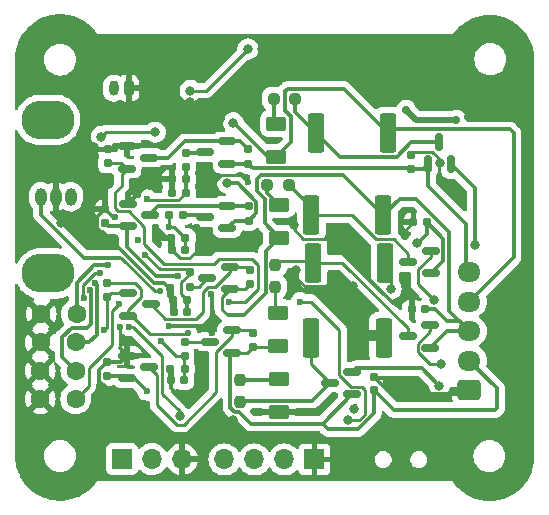
<source format=gbr>
%TF.GenerationSoftware,KiCad,Pcbnew,7.0.6*%
%TF.CreationDate,2023-10-31T01:28:30+01:00*%
%TF.ProjectId,BMSv2,424d5376-322e-46b6-9963-61645f706362,rev?*%
%TF.SameCoordinates,Original*%
%TF.FileFunction,Copper,L2,Bot*%
%TF.FilePolarity,Positive*%
%FSLAX46Y46*%
G04 Gerber Fmt 4.6, Leading zero omitted, Abs format (unit mm)*
G04 Created by KiCad (PCBNEW 7.0.6) date 2023-10-31 01:28:30*
%MOMM*%
%LPD*%
G01*
G04 APERTURE LIST*
G04 Aperture macros list*
%AMRoundRect*
0 Rectangle with rounded corners*
0 $1 Rounding radius*
0 $2 $3 $4 $5 $6 $7 $8 $9 X,Y pos of 4 corners*
0 Add a 4 corners polygon primitive as box body*
4,1,4,$2,$3,$4,$5,$6,$7,$8,$9,$2,$3,0*
0 Add four circle primitives for the rounded corners*
1,1,$1+$1,$2,$3*
1,1,$1+$1,$4,$5*
1,1,$1+$1,$6,$7*
1,1,$1+$1,$8,$9*
0 Add four rect primitives between the rounded corners*
20,1,$1+$1,$2,$3,$4,$5,0*
20,1,$1+$1,$4,$5,$6,$7,0*
20,1,$1+$1,$6,$7,$8,$9,0*
20,1,$1+$1,$8,$9,$2,$3,0*%
G04 Aperture macros list end*
%TA.AperFunction,ComponentPad*%
%ADD10RoundRect,0.250000X0.725000X-0.600000X0.725000X0.600000X-0.725000X0.600000X-0.725000X-0.600000X0*%
%TD*%
%TA.AperFunction,ComponentPad*%
%ADD11O,1.950000X1.700000*%
%TD*%
%TA.AperFunction,ComponentPad*%
%ADD12R,1.700000X1.700000*%
%TD*%
%TA.AperFunction,ComponentPad*%
%ADD13O,1.700000X1.700000*%
%TD*%
%TA.AperFunction,ComponentPad*%
%ADD14RoundRect,0.200000X0.200000X0.450000X-0.200000X0.450000X-0.200000X-0.450000X0.200000X-0.450000X0*%
%TD*%
%TA.AperFunction,ComponentPad*%
%ADD15O,0.800000X1.300000*%
%TD*%
%TA.AperFunction,ComponentPad*%
%ADD16C,1.600000*%
%TD*%
%TA.AperFunction,SMDPad,CuDef*%
%ADD17RoundRect,0.160000X0.197500X0.160000X-0.197500X0.160000X-0.197500X-0.160000X0.197500X-0.160000X0*%
%TD*%
%TA.AperFunction,SMDPad,CuDef*%
%ADD18RoundRect,0.150000X0.587500X0.150000X-0.587500X0.150000X-0.587500X-0.150000X0.587500X-0.150000X0*%
%TD*%
%TA.AperFunction,SMDPad,CuDef*%
%ADD19RoundRect,0.249999X0.450001X1.425001X-0.450001X1.425001X-0.450001X-1.425001X0.450001X-1.425001X0*%
%TD*%
%TA.AperFunction,SMDPad,CuDef*%
%ADD20RoundRect,0.160000X0.160000X-0.197500X0.160000X0.197500X-0.160000X0.197500X-0.160000X-0.197500X0*%
%TD*%
%TA.AperFunction,SMDPad,CuDef*%
%ADD21RoundRect,0.160000X-0.160000X0.197500X-0.160000X-0.197500X0.160000X-0.197500X0.160000X0.197500X0*%
%TD*%
%TA.AperFunction,SMDPad,CuDef*%
%ADD22RoundRect,0.150000X-0.587500X-0.150000X0.587500X-0.150000X0.587500X0.150000X-0.587500X0.150000X0*%
%TD*%
%TA.AperFunction,SMDPad,CuDef*%
%ADD23RoundRect,0.237500X0.237500X-0.250000X0.237500X0.250000X-0.237500X0.250000X-0.237500X-0.250000X0*%
%TD*%
%TA.AperFunction,SMDPad,CuDef*%
%ADD24RoundRect,0.155000X0.155000X-0.212500X0.155000X0.212500X-0.155000X0.212500X-0.155000X-0.212500X0*%
%TD*%
%TA.AperFunction,SMDPad,CuDef*%
%ADD25RoundRect,0.250000X0.625000X-0.375000X0.625000X0.375000X-0.625000X0.375000X-0.625000X-0.375000X0*%
%TD*%
%TA.AperFunction,SMDPad,CuDef*%
%ADD26RoundRect,0.155000X0.212500X0.155000X-0.212500X0.155000X-0.212500X-0.155000X0.212500X-0.155000X0*%
%TD*%
%TA.AperFunction,SMDPad,CuDef*%
%ADD27RoundRect,0.237500X-0.250000X-0.237500X0.250000X-0.237500X0.250000X0.237500X-0.250000X0.237500X0*%
%TD*%
%TA.AperFunction,ComponentPad*%
%ADD28O,1.000000X1.500000*%
%TD*%
%TA.AperFunction,ComponentPad*%
%ADD29O,4.500000X3.300000*%
%TD*%
%TA.AperFunction,SMDPad,CuDef*%
%ADD30RoundRect,0.237500X-0.237500X0.250000X-0.237500X-0.250000X0.237500X-0.250000X0.237500X0.250000X0*%
%TD*%
%TA.AperFunction,SMDPad,CuDef*%
%ADD31RoundRect,0.150000X0.150000X-0.587500X0.150000X0.587500X-0.150000X0.587500X-0.150000X-0.587500X0*%
%TD*%
%TA.AperFunction,ViaPad*%
%ADD32C,0.600000*%
%TD*%
%TA.AperFunction,ViaPad*%
%ADD33C,0.800000*%
%TD*%
%TA.AperFunction,ViaPad*%
%ADD34C,0.700000*%
%TD*%
%TA.AperFunction,ViaPad*%
%ADD35C,0.560000*%
%TD*%
%TA.AperFunction,Conductor*%
%ADD36C,0.300000*%
%TD*%
%TA.AperFunction,Conductor*%
%ADD37C,0.250000*%
%TD*%
%TA.AperFunction,Conductor*%
%ADD38C,0.500000*%
%TD*%
%TA.AperFunction,Conductor*%
%ADD39C,0.200000*%
%TD*%
G04 APERTURE END LIST*
D10*
%TO.P,J1,1,Pin_1*%
%TO.N,GND*%
X107913600Y-75371400D03*
D11*
%TO.P,J1,2,Pin_2*%
%TO.N,CELL1*%
X107913600Y-72871400D03*
%TO.P,J1,3,Pin_3*%
%TO.N,CELL2*%
X107913600Y-70371400D03*
%TO.P,J1,4,Pin_4*%
%TO.N,CELL3*%
X107913600Y-67871400D03*
%TO.P,J1,5,Pin_5*%
%TO.N,CELL4*%
X107913600Y-65371400D03*
%TD*%
D12*
%TO.P,J2,1,Pin_1*%
%TO.N,GND*%
X94792800Y-81229200D03*
D13*
%TO.P,J2,2,Pin_2*%
%TO.N,+3.3V*%
X92252800Y-81229200D03*
%TO.P,J2,3,Pin_3*%
%TO.N,SWDCLK*%
X89712800Y-81229200D03*
%TO.P,J2,4,Pin_4*%
%TO.N,SWDIO*%
X87172800Y-81229200D03*
%TD*%
D14*
%TO.P,J3,1,Pin_1*%
%TO.N,GND*%
X79053600Y-49801400D03*
D15*
%TO.P,J3,2,Pin_2*%
%TO.N,+12V*%
X77803600Y-49801400D03*
%TD*%
D16*
%TO.P,TH3,1*%
%TO.N,Temp3*%
X74602600Y-71323200D03*
%TO.P,TH3,2*%
%TO.N,GND*%
X71602600Y-71323200D03*
%TD*%
%TO.P,TH2,1*%
%TO.N,Temp2*%
X74575800Y-73710800D03*
%TO.P,TH2,2*%
%TO.N,GND*%
X71575800Y-73710800D03*
%TD*%
D12*
%TO.P,J5,1,Pin_1*%
%TO.N,UART_RX*%
X78486000Y-81203800D03*
D13*
%TO.P,J5,2,Pin_2*%
%TO.N,UART_TX*%
X81026000Y-81203800D03*
%TO.P,J5,3,Pin_3*%
%TO.N,GND*%
X83566000Y-81203800D03*
%TD*%
D16*
%TO.P,TH1,1*%
%TO.N,Temp1*%
X74575800Y-76098400D03*
%TO.P,TH1,2*%
%TO.N,GND*%
X71575800Y-76098400D03*
%TD*%
%TO.P,TH4,1*%
%TO.N,Temp4*%
X74652000Y-68910200D03*
%TO.P,TH4,2*%
%TO.N,GND*%
X71652000Y-68910200D03*
%TD*%
D17*
%TO.P,R16,1*%
%TO.N,Net-(Q5-D)*%
X83680900Y-60528200D03*
%TO.P,R16,2*%
%TO.N,CELL3_M*%
X82485900Y-60528200D03*
%TD*%
D18*
%TO.P,Q15,1,B*%
%TO.N,Net-(Q15-B)*%
X104623600Y-63581400D03*
%TO.P,Q15,2,E*%
%TO.N,CELL3*%
X104623600Y-65481400D03*
%TO.P,Q15,3,C*%
%TO.N,Net-(Q15-C)*%
X102748600Y-64531400D03*
%TD*%
D19*
%TO.P,R41,1*%
%TO.N,CELL3*%
X100992400Y-53568600D03*
%TO.P,R41,2*%
%TO.N,Net-(Q14-C)*%
X94892400Y-53568600D03*
%TD*%
D20*
%TO.P,R12,1*%
%TO.N,CELL4*%
X89179400Y-56172700D03*
%TO.P,R12,2*%
%TO.N,Net-(Q2-C)*%
X89179400Y-54977700D03*
%TD*%
D21*
%TO.P,R26,1*%
%TO.N,CELL2_M_TRIG*%
X77190600Y-66319400D03*
%TO.P,R26,2*%
%TO.N,GND*%
X77190600Y-67514400D03*
%TD*%
D22*
%TO.P,Q2,1,B*%
%TO.N,CELL4_M_TRIG*%
X78897000Y-56623700D03*
%TO.P,Q2,2,E*%
%TO.N,GND*%
X78897000Y-54723700D03*
%TO.P,Q2,3,C*%
%TO.N,Net-(Q2-C)*%
X80772000Y-55673700D03*
%TD*%
D18*
%TO.P,Q3,1,G*%
%TO.N,Net-(Q2-C)*%
X87399100Y-54281700D03*
%TO.P,Q3,2,S*%
%TO.N,CELL4*%
X87399100Y-56181700D03*
%TO.P,Q3,3,D*%
%TO.N,Net-(Q3-D)*%
X85524100Y-55231700D03*
%TD*%
D22*
%TO.P,Q4,1,B*%
%TO.N,CELL3_M_TRIG*%
X78968600Y-61502200D03*
%TO.P,Q4,2,E*%
%TO.N,GND*%
X78968600Y-59602200D03*
%TO.P,Q4,3,C*%
%TO.N,Net-(Q4-C)*%
X80843600Y-60552200D03*
%TD*%
D20*
%TO.P,R27,1*%
%TO.N,CELL1_M_TRIG*%
X77254700Y-74155900D03*
%TO.P,R27,2*%
%TO.N,GND*%
X77254700Y-72960900D03*
%TD*%
D18*
%TO.P,Q17,1,B*%
%TO.N,Net-(Q17-B)*%
X97993200Y-73792000D03*
%TO.P,Q17,2,E*%
%TO.N,CELL1*%
X97993200Y-75692000D03*
%TO.P,Q17,3,C*%
%TO.N,Net-(Q17-C)*%
X96118200Y-74742000D03*
%TD*%
D23*
%TO.P,R39,1*%
%TO.N,Net-(D4-A)*%
X91490800Y-66596900D03*
%TO.P,R39,2*%
%TO.N,Net-(Q16-C)*%
X91490800Y-64771900D03*
%TD*%
D24*
%TO.P,C24,1*%
%TO.N,CELL4*%
X102981800Y-56602200D03*
%TO.P,C24,2*%
%TO.N,GND*%
X102981800Y-55467200D03*
%TD*%
D17*
%TO.P,R17,1*%
%TO.N,CELL3_M*%
X83870800Y-62484000D03*
%TO.P,R17,2*%
%TO.N,GND*%
X82675800Y-62484000D03*
%TD*%
D19*
%TO.P,R43,1*%
%TO.N,CELL1*%
X100789200Y-64566800D03*
%TO.P,R43,2*%
%TO.N,Net-(Q16-C)*%
X94689200Y-64566800D03*
%TD*%
D25*
%TO.P,D5,1,K*%
%TO.N,GND*%
X91768300Y-77213000D03*
%TO.P,D5,2,A*%
%TO.N,Net-(D5-A)*%
X91768300Y-74413000D03*
%TD*%
D26*
%TO.P,C25,1*%
%TO.N,CELL3*%
X104311300Y-61160900D03*
%TO.P,C25,2*%
%TO.N,GND*%
X103176300Y-61160900D03*
%TD*%
D17*
%TO.P,R23,1*%
%TO.N,CELL1_M*%
X83795800Y-73558400D03*
%TO.P,R23,2*%
%TO.N,GND*%
X82600800Y-73558400D03*
%TD*%
D26*
%TO.P,C30,1*%
%TO.N,CELL2_M*%
X84006500Y-68707000D03*
%TO.P,C30,2*%
%TO.N,GND*%
X82871500Y-68707000D03*
%TD*%
D27*
%TO.P,R37,1*%
%TO.N,Net-(D2-A)*%
X91340300Y-50673000D03*
%TO.P,R37,2*%
%TO.N,Net-(Q14-C)*%
X93165300Y-50673000D03*
%TD*%
D18*
%TO.P,Q5,1,G*%
%TO.N,Net-(Q4-C)*%
X87407800Y-59756000D03*
%TO.P,Q5,2,S*%
%TO.N,CELL3*%
X87407800Y-61656000D03*
%TO.P,Q5,3,D*%
%TO.N,Net-(Q5-D)*%
X85532800Y-60706000D03*
%TD*%
D21*
%TO.P,R13,1*%
%TO.N,Net-(Q3-D)*%
X83921600Y-55243800D03*
%TO.P,R13,2*%
%TO.N,CELL4_M*%
X83921600Y-56438800D03*
%TD*%
D25*
%TO.P,D2,1,K*%
%TO.N,CELL3*%
X91541600Y-55603600D03*
%TO.P,D2,2,A*%
%TO.N,Net-(D2-A)*%
X91541600Y-52803600D03*
%TD*%
D22*
%TO.P,Q6,1,B*%
%TO.N,CELL2_M_TRIG*%
X79047100Y-69047400D03*
%TO.P,Q6,2,E*%
%TO.N,GND*%
X79047100Y-67147400D03*
%TO.P,Q6,3,C*%
%TO.N,Net-(Q6-C)*%
X80922100Y-68097400D03*
%TD*%
D19*
%TO.P,R42,1*%
%TO.N,CELL2*%
X100636800Y-60553600D03*
%TO.P,R42,2*%
%TO.N,Net-(Q15-C)*%
X94536800Y-60553600D03*
%TD*%
%TO.P,R44,1*%
%TO.N,GND*%
X100638800Y-70916800D03*
%TO.P,R44,2*%
%TO.N,Net-(Q17-C)*%
X94538800Y-70916800D03*
%TD*%
D22*
%TO.P,Q8,1,B*%
%TO.N,CELL1_M_TRIG*%
X78935700Y-74356000D03*
%TO.P,Q8,2,E*%
%TO.N,GND*%
X78935700Y-72456000D03*
%TO.P,Q8,3,C*%
%TO.N,Net-(Q8-C)*%
X80810700Y-73406000D03*
%TD*%
D18*
%TO.P,Q16,1,B*%
%TO.N,Net-(Q16-B)*%
X104594900Y-69865200D03*
%TO.P,Q16,2,E*%
%TO.N,CELL2*%
X104594900Y-71765200D03*
%TO.P,Q16,3,C*%
%TO.N,Net-(Q16-C)*%
X102719900Y-70815200D03*
%TD*%
D27*
%TO.P,R38,1*%
%TO.N,Net-(D3-A)*%
X90781500Y-57962800D03*
%TO.P,R38,2*%
%TO.N,Net-(Q15-C)*%
X92606500Y-57962800D03*
%TD*%
D20*
%TO.P,R25,1*%
%TO.N,CELL3_M_TRIG*%
X77038200Y-61227300D03*
%TO.P,R25,2*%
%TO.N,GND*%
X77038200Y-60032300D03*
%TD*%
D18*
%TO.P,Q9,1,G*%
%TO.N,Net-(Q8-C)*%
X87807800Y-70307200D03*
%TO.P,Q9,2,S*%
%TO.N,CELL1*%
X87807800Y-72207200D03*
%TO.P,Q9,3,D*%
%TO.N,Net-(Q9-D)*%
X85932800Y-71257200D03*
%TD*%
D17*
%TO.P,R20,1*%
%TO.N,CELL2_M*%
X84036500Y-67741800D03*
%TO.P,R20,2*%
%TO.N,GND*%
X82841500Y-67741800D03*
%TD*%
D24*
%TO.P,C27,1*%
%TO.N,CELL1*%
X99822000Y-75345100D03*
%TO.P,C27,2*%
%TO.N,GND*%
X99822000Y-74210100D03*
%TD*%
D26*
%TO.P,C28,1*%
%TO.N,CELL4_M*%
X83879500Y-58635300D03*
%TO.P,C28,2*%
%TO.N,GND*%
X82744500Y-58635300D03*
%TD*%
D20*
%TO.P,R24,1*%
%TO.N,CELL4_M_TRIG*%
X77275500Y-56133500D03*
%TO.P,R24,2*%
%TO.N,GND*%
X77275500Y-54938500D03*
%TD*%
%TO.P,R21,1*%
%TO.N,CELL1*%
X89613500Y-71702300D03*
%TO.P,R21,2*%
%TO.N,Net-(Q8-C)*%
X89613500Y-70507300D03*
%TD*%
D25*
%TO.P,D4,1,K*%
%TO.N,CELL1*%
X91719400Y-71602600D03*
%TO.P,D4,2,A*%
%TO.N,Net-(D4-A)*%
X91719400Y-68802600D03*
%TD*%
D21*
%TO.P,R22,1*%
%TO.N,Net-(Q9-D)*%
X83807900Y-71284500D03*
%TO.P,R22,2*%
%TO.N,CELL1_M*%
X83807900Y-72479500D03*
%TD*%
D20*
%TO.P,R18,1*%
%TO.N,CELL2*%
X89357200Y-66371400D03*
%TO.P,R18,2*%
%TO.N,Net-(Q6-C)*%
X89357200Y-65176400D03*
%TD*%
D28*
%TO.P,U3,1,3.3V*%
%TO.N,+3.3V*%
X74182200Y-58981200D03*
%TO.P,U3,2,GND*%
%TO.N,GND*%
X72912200Y-58981200D03*
%TO.P,U3,3,VOUT*%
%TO.N,Current*%
X71642200Y-58981200D03*
D29*
%TO.P,U3,4*%
%TO.N,N/C*%
X72212200Y-65481200D03*
%TO.P,U3,5*%
X72212200Y-52481200D03*
%TD*%
D25*
%TO.P,D3,1,K*%
%TO.N,CELL2*%
X91795600Y-62461600D03*
%TO.P,D3,2,A*%
%TO.N,Net-(D3-A)*%
X91795600Y-59661600D03*
%TD*%
D20*
%TO.P,R19,1*%
%TO.N,Net-(Q7-D)*%
X84226400Y-66586700D03*
%TO.P,R19,2*%
%TO.N,CELL2_M*%
X84226400Y-65391700D03*
%TD*%
D18*
%TO.P,Q7,1,G*%
%TO.N,Net-(Q6-C)*%
X87604600Y-64897000D03*
%TO.P,Q7,2,S*%
%TO.N,CELL2*%
X87604600Y-66797000D03*
%TO.P,Q7,3,D*%
%TO.N,Net-(Q7-D)*%
X85729600Y-65847000D03*
%TD*%
D26*
%TO.P,C31,1*%
%TO.N,CELL1_M*%
X83765800Y-74523600D03*
%TO.P,C31,2*%
%TO.N,GND*%
X82630800Y-74523600D03*
%TD*%
%TO.P,C29,1*%
%TO.N,CELL3_M*%
X83828700Y-63474600D03*
%TO.P,C29,2*%
%TO.N,GND*%
X82693700Y-63474600D03*
%TD*%
D30*
%TO.P,R40,1*%
%TO.N,Net-(D5-A)*%
X88519000Y-74525500D03*
%TO.P,R40,2*%
%TO.N,Net-(Q17-C)*%
X88519000Y-76350500D03*
%TD*%
D17*
%TO.P,R14,1*%
%TO.N,CELL4_M*%
X83909500Y-57517700D03*
%TO.P,R14,2*%
%TO.N,GND*%
X82714500Y-57517700D03*
%TD*%
D20*
%TO.P,R15,1*%
%TO.N,CELL3*%
X89213500Y-60998700D03*
%TO.P,R15,2*%
%TO.N,Net-(Q4-C)*%
X89213500Y-59803700D03*
%TD*%
D26*
%TO.P,C26,1*%
%TO.N,CELL2*%
X104184300Y-68531400D03*
%TO.P,C26,2*%
%TO.N,GND*%
X103049300Y-68531400D03*
%TD*%
D31*
%TO.P,Q14,1,B*%
%TO.N,Net-(Q14-B)*%
X106319400Y-56235600D03*
%TO.P,Q14,2,E*%
%TO.N,CELL4*%
X104419400Y-56235600D03*
%TO.P,Q14,3,C*%
%TO.N,Net-(Q14-C)*%
X105369400Y-54360600D03*
%TD*%
D32*
%TO.N,GND*%
X78310600Y-70053200D03*
X84810600Y-61569600D03*
D33*
X77393800Y-57886600D03*
D32*
X86096300Y-70507700D03*
D33*
X98069400Y-66522600D03*
X87579200Y-50266600D03*
X93040200Y-61366400D03*
D32*
X76606400Y-65430400D03*
X79816500Y-62636400D03*
X76994700Y-70281800D03*
D34*
X101600000Y-50624100D03*
D32*
X77901800Y-60731400D03*
D34*
X107797600Y-52222400D03*
D35*
X82457731Y-66792669D03*
D32*
X81407000Y-61583839D03*
D33*
X84277200Y-51003200D03*
D32*
X79832200Y-58801000D03*
D33*
X96824800Y-63144400D03*
X93268800Y-65218300D03*
X98171000Y-72491600D03*
X98145600Y-76936600D03*
D32*
X79654400Y-76276200D03*
D33*
X86773600Y-52431400D03*
X85823600Y-58181400D03*
D32*
X82439426Y-69916500D03*
X89204800Y-57759600D03*
D33*
X98196400Y-70510400D03*
D32*
X75251500Y-67589400D03*
D33*
X101873600Y-67981400D03*
X76149200Y-54813200D03*
X81407000Y-52222400D03*
D34*
X102489000Y-62331600D03*
D33*
X87858623Y-77865211D03*
X90322400Y-46482000D03*
X86817200Y-45974000D03*
X73329800Y-61214000D03*
X105384600Y-56134000D03*
D32*
X86004400Y-67259200D03*
X84099400Y-76606400D03*
D34*
X93853000Y-77216000D03*
D33*
%TO.N,Net-(C13-Pad1)*%
X76758800Y-53898800D03*
X81305400Y-53517800D03*
D34*
%TO.N,+5V*%
X106807000Y-52476400D03*
X102565200Y-51638200D03*
D33*
%TO.N,CELL3*%
X87423600Y-57831400D03*
X87923600Y-52731400D03*
X103505000Y-62865000D03*
%TO.N,CELL1*%
X101273600Y-66781400D03*
D32*
%TO.N,CELL4_M*%
X80632300Y-59169300D03*
%TO.N,CELL3_M*%
X82435798Y-61518800D03*
%TO.N,CELL2_M*%
X80467200Y-63881000D03*
%TO.N,CELL1_M*%
X81788000Y-71196200D03*
%TO.N,LED_STATUS*%
X79121000Y-69977000D03*
D33*
X83413600Y-77546200D03*
D32*
%TO.N,CELL4_M_TRIG*%
X87528400Y-67868800D03*
%TO.N,CELL3_M_TRIG*%
X83210400Y-65700100D03*
D35*
%TO.N,CELL2_M_TRIG*%
X84075180Y-70487470D03*
D32*
%TO.N,CELL1_M_TRIG*%
X80589310Y-75442211D03*
D33*
%TO.N,Net-(Q14-B)*%
X108344700Y-63111400D03*
%TO.N,Net-(Q15-B)*%
X104914303Y-67722102D03*
%TO.N,Net-(Q16-B)*%
X105537000Y-73126600D03*
%TO.N,Net-(Q17-B)*%
X105359200Y-74980800D03*
D32*
%TO.N,Temp1*%
X78206600Y-68092300D03*
%TO.N,Temp2*%
X75763212Y-66913576D03*
%TO.N,Temp3*%
X76187300Y-66255900D03*
%TO.N,Temp4*%
X77295298Y-64782720D03*
D33*
%TO.N,Net-(U1-BOOT0)*%
X97637600Y-77901800D03*
D32*
X93573600Y-67868300D03*
D33*
%TO.N,Net-(U4-FB)*%
X89154000Y-46482000D03*
X84275045Y-50003700D03*
D35*
%TO.N,Current*%
X81706300Y-67005200D03*
%TD*%
D36*
%TO.N,GND*%
X81234793Y-66270099D02*
X76899494Y-61934800D01*
D37*
X103275900Y-55173100D02*
X102981800Y-55467200D01*
D36*
X82693700Y-63474600D02*
X82693700Y-62501900D01*
X82457731Y-67358031D02*
X82841500Y-67741800D01*
D37*
X84810600Y-61569600D02*
X84810600Y-63550800D01*
D36*
X78430800Y-72960900D02*
X78935700Y-72456000D01*
D37*
X77737300Y-60731400D02*
X77038200Y-60032300D01*
D36*
X82630800Y-74523600D02*
X82630800Y-75137800D01*
D37*
X93855227Y-62560200D02*
X96240600Y-62560200D01*
D36*
X86096300Y-67351100D02*
X86004400Y-67259200D01*
X96824800Y-63393261D02*
X101412939Y-67981400D01*
D38*
X100232400Y-70510400D02*
X100638800Y-70916800D01*
D36*
X82630800Y-75137800D02*
X84099400Y-76606400D01*
D37*
X96240600Y-62560200D02*
X96824800Y-63144400D01*
X102489000Y-61848200D02*
X103176300Y-61160900D01*
X105384600Y-55785051D02*
X104772649Y-55173100D01*
D36*
X77254700Y-72960900D02*
X78430800Y-72960900D01*
D37*
X104772649Y-55173100D02*
X103275900Y-55173100D01*
X76606400Y-65430400D02*
X76199627Y-65430400D01*
X86898600Y-57106400D02*
X85823600Y-58181400D01*
X77190600Y-70085900D02*
X77190600Y-67514400D01*
X82744500Y-58635300D02*
X82744500Y-57547700D01*
D39*
X82684500Y-63719400D02*
X82693700Y-63728600D01*
D37*
X102489000Y-62331600D02*
X102489000Y-61848200D01*
X83372700Y-64153600D02*
X82693700Y-63474600D01*
X93268800Y-65218300D02*
X93268800Y-65834573D01*
X76199627Y-65430400D02*
X75188212Y-66441815D01*
D36*
X82439426Y-69916500D02*
X82469000Y-69886926D01*
D37*
X78310600Y-70053200D02*
X78310600Y-71830900D01*
D36*
X99822000Y-74210100D02*
X101292700Y-75680800D01*
D37*
X93853000Y-77216000D02*
X91771300Y-77216000D01*
D36*
X82675800Y-62484000D02*
X82307161Y-62484000D01*
D37*
X84810600Y-63550800D02*
X84207800Y-64153600D01*
D36*
X82307161Y-62484000D02*
X81407000Y-61583839D01*
X81053100Y-57517700D02*
X82714500Y-57517700D01*
D37*
X89204800Y-57759600D02*
X88551600Y-57106400D01*
D36*
X76584700Y-74564649D02*
X78296251Y-76276200D01*
D37*
X75188212Y-66441815D02*
X75188212Y-67526112D01*
D36*
X86096300Y-70507700D02*
X86096300Y-67351100D01*
D37*
X98025200Y-66566800D02*
X98069400Y-66522600D01*
D36*
X101412939Y-67981400D02*
X101873600Y-67981400D01*
X82018099Y-66270099D02*
X81234793Y-66270099D01*
D37*
X77901800Y-60731400D02*
X77737300Y-60731400D01*
D36*
X76368200Y-61636049D02*
X76368200Y-60702300D01*
D37*
X94001027Y-66566800D02*
X98025200Y-66566800D01*
D36*
X107604200Y-75680800D02*
X107913600Y-75371400D01*
D37*
X93040200Y-61745173D02*
X93855227Y-62560200D01*
D36*
X82600800Y-73558400D02*
X82600800Y-74493600D01*
D37*
X76994700Y-70281800D02*
X77190600Y-70085900D01*
D36*
X82018099Y-66270099D02*
X82457731Y-66709731D01*
X76666951Y-61934800D02*
X76368200Y-61636049D01*
X76584700Y-73630900D02*
X76584700Y-74564649D01*
X82457731Y-66792669D02*
X82457731Y-67358031D01*
X85475526Y-69886926D02*
X86096300Y-70507700D01*
D37*
X88551600Y-57106400D02*
X86898600Y-57106400D01*
X105384600Y-56134000D02*
X105384600Y-55785051D01*
D36*
X76899494Y-61934800D02*
X76666951Y-61934800D01*
X78296251Y-76276200D02*
X79654400Y-76276200D01*
X101292700Y-75680800D02*
X107604200Y-75680800D01*
D37*
X77557600Y-67147400D02*
X79047100Y-67147400D01*
D36*
X76368200Y-60702300D02*
X77038200Y-60032300D01*
X96824800Y-63144400D02*
X96824800Y-63393261D01*
X77254700Y-72960900D02*
X76584700Y-73630900D01*
X78968600Y-59602200D02*
X81053100Y-57517700D01*
D37*
X77557600Y-67147400D02*
X77190600Y-67514400D01*
D38*
X98196400Y-70510400D02*
X100232400Y-70510400D01*
D36*
X82871500Y-68707000D02*
X82871500Y-67771800D01*
D37*
X84207800Y-64153600D02*
X83372700Y-64153600D01*
X75188212Y-67526112D02*
X75251500Y-67589400D01*
D36*
X82469000Y-69886926D02*
X85475526Y-69886926D01*
D37*
X93040200Y-61366400D02*
X93040200Y-61745173D01*
X93268800Y-65834573D02*
X94001027Y-66566800D01*
D36*
X82457731Y-66709731D02*
X82457731Y-66792669D01*
X78310600Y-71830900D02*
X78935700Y-72456000D01*
D37*
%TO.N,Net-(C13-Pad1)*%
X81305400Y-53517800D02*
X77139800Y-53517800D01*
X77139800Y-53517800D02*
X76758800Y-53898800D01*
D38*
%TO.N,+5V*%
X102565200Y-51638200D02*
X103403400Y-52476400D01*
X103403400Y-52476400D02*
X106807000Y-52476400D01*
D36*
%TO.N,CELL4*%
X104419400Y-56235600D02*
X104419400Y-58039800D01*
X102981800Y-56602200D02*
X104052800Y-56602200D01*
X107645200Y-65103000D02*
X107913600Y-65371400D01*
X104419400Y-58039800D02*
X107645200Y-61265600D01*
X89585300Y-56578600D02*
X102958200Y-56578600D01*
X107645200Y-61265600D02*
X107645200Y-65103000D01*
X102958200Y-56578600D02*
X102981800Y-56602200D01*
X104052800Y-56602200D02*
X104419400Y-56235600D01*
X87399100Y-56181700D02*
X89170400Y-56181700D01*
X89179400Y-56172700D02*
X89585300Y-56578600D01*
%TO.N,CELL3*%
X103555800Y-62865000D02*
X104311300Y-62109500D01*
X111658400Y-64126600D02*
X107913600Y-67871400D01*
X89883500Y-59394951D02*
X89883500Y-60328700D01*
X88065100Y-60998700D02*
X87407800Y-61656000D01*
X105711100Y-62560700D02*
X104311300Y-61160900D01*
X89213500Y-60998700D02*
X88065100Y-60998700D01*
X89883500Y-60328700D02*
X89213500Y-60998700D01*
X103505000Y-62865000D02*
X103555800Y-62865000D01*
X111312100Y-53273100D02*
X111658400Y-53619400D01*
X92773600Y-54371600D02*
X91541600Y-55603600D01*
X100992400Y-53568600D02*
X97271800Y-49848000D01*
X111658400Y-53619400D02*
X111658400Y-64126600D01*
X88319949Y-57831400D02*
X89883500Y-59394951D01*
X101287900Y-53273100D02*
X111312100Y-53273100D01*
X92773600Y-52187072D02*
X92773600Y-54371600D01*
X87923600Y-52731400D02*
X88011849Y-52731400D01*
X92521950Y-49848000D02*
X92323600Y-50046350D01*
X92323600Y-50046350D02*
X92323600Y-51737072D01*
X88011849Y-52731400D02*
X90884049Y-55603600D01*
X104311300Y-62109500D02*
X104311300Y-61160900D01*
X104623600Y-65481400D02*
X105711100Y-64393900D01*
X105711100Y-64393900D02*
X105711100Y-62560700D01*
X97271800Y-49848000D02*
X92521950Y-49848000D01*
X92323600Y-51737072D02*
X92773600Y-52187072D01*
X87423600Y-57831400D02*
X88319949Y-57831400D01*
D37*
%TO.N,CELL2*%
X88931600Y-66797000D02*
X89357200Y-66371400D01*
D36*
X106034000Y-69545200D02*
X107087400Y-69545200D01*
X106211100Y-61964300D02*
X106211100Y-68668900D01*
X89944000Y-58517106D02*
X89944000Y-57481950D01*
D37*
X86953400Y-68538400D02*
X86953400Y-67448200D01*
D36*
X90570600Y-59143706D02*
X89944000Y-58517106D01*
X102008400Y-59182000D02*
X103428800Y-59182000D01*
X106211100Y-68668900D02*
X107913600Y-70371400D01*
D37*
X87432900Y-69017900D02*
X86953400Y-68538400D01*
D36*
X100636800Y-60553600D02*
X102008400Y-59182000D01*
X97210671Y-57127471D02*
X100636800Y-60553600D01*
X89944000Y-57481950D02*
X90298479Y-57127471D01*
X90665800Y-63591400D02*
X91795600Y-62461600D01*
X107087400Y-69545200D02*
X107913600Y-70371400D01*
X91795600Y-62461600D02*
X90570600Y-61236600D01*
X87432900Y-69017900D02*
X88792300Y-69017900D01*
X90665800Y-67144400D02*
X90665800Y-63591400D01*
D37*
X86953400Y-67448200D02*
X87604600Y-66797000D01*
D36*
X104184300Y-68531400D02*
X105020200Y-68531400D01*
X88792300Y-69017900D02*
X90665800Y-67144400D01*
X105988700Y-70371400D02*
X107913600Y-70371400D01*
X90298479Y-57127471D02*
X97210671Y-57127471D01*
X103428800Y-59182000D02*
X106211100Y-61964300D01*
X104594900Y-71765200D02*
X105988700Y-70371400D01*
X90570600Y-61236600D02*
X90570600Y-59143706D01*
D37*
X87604600Y-66797000D02*
X88931600Y-66797000D01*
D36*
X105020200Y-68531400D02*
X106034000Y-69545200D01*
%TO.N,CELL1*%
X95497200Y-78188000D02*
X89389400Y-78188000D01*
D37*
X89613500Y-71702300D02*
X91619700Y-71702300D01*
D36*
X87680800Y-76835000D02*
X87680800Y-72334200D01*
X98499151Y-78651800D02*
X95961000Y-78651800D01*
D37*
X101273600Y-66781400D02*
X101273600Y-65051200D01*
D36*
X99822000Y-77328952D02*
X98499151Y-78651800D01*
X110253600Y-75211400D02*
X110253600Y-76891400D01*
X89389400Y-78188000D02*
X88389400Y-77188000D01*
D37*
X87807800Y-72207200D02*
X89108600Y-72207200D01*
D36*
X110253600Y-76891400D02*
X110093600Y-77051400D01*
X97993200Y-75692000D02*
X95497200Y-78188000D01*
D37*
X89108600Y-72207200D02*
X89613500Y-71702300D01*
D36*
X95961000Y-78651800D02*
X95497200Y-78188000D01*
X110093600Y-77051400D02*
X101528300Y-77051400D01*
X101528300Y-77051400D02*
X99822000Y-75345100D01*
X88389400Y-77188000D02*
X88033800Y-77188000D01*
X88033800Y-77188000D02*
X87680800Y-76835000D01*
X107913600Y-72871400D02*
X110253600Y-75211400D01*
X99822000Y-75345100D02*
X99822000Y-77328952D01*
D37*
%TO.N,CELL4_M*%
X80733300Y-59270300D02*
X83244500Y-59270300D01*
X83244500Y-59270300D02*
X83879500Y-58635300D01*
X80632300Y-59169300D02*
X80733300Y-59270300D01*
D36*
X83921600Y-56438800D02*
X83921600Y-58593200D01*
D37*
%TO.N,CELL3_M*%
X82485900Y-60528200D02*
X82485900Y-61468698D01*
X82905600Y-61518800D02*
X82435798Y-61518800D01*
X83870800Y-62484000D02*
X82905600Y-61518800D01*
X82485900Y-61468698D02*
X82435798Y-61518800D01*
X83828700Y-63474600D02*
X83828700Y-62526100D01*
%TO.N,CELL2_M*%
X81679200Y-65093000D02*
X83927700Y-65093000D01*
X83927700Y-65093000D02*
X84226400Y-65391700D01*
X83524000Y-67229300D02*
X84036500Y-67741800D01*
X80467200Y-63881000D02*
X81679200Y-65093000D01*
X84226400Y-65543306D02*
X83524000Y-66245706D01*
D36*
X84006500Y-68707000D02*
X84006500Y-67771800D01*
D37*
X83524000Y-66245706D02*
X83524000Y-67229300D01*
%TO.N,CELL1_M*%
X81788000Y-71196200D02*
X83071300Y-72479500D01*
X83071300Y-72479500D02*
X83807900Y-72479500D01*
X83765800Y-74523600D02*
X83765800Y-72521600D01*
D36*
%TO.N,Net-(D2-A)*%
X91340300Y-50673000D02*
X91340300Y-52602300D01*
%TO.N,Net-(D3-A)*%
X90781500Y-57962800D02*
X90781500Y-58647500D01*
X90781500Y-58647500D02*
X91795600Y-59661600D01*
D37*
%TO.N,Net-(D4-A)*%
X91490800Y-66596900D02*
X91490800Y-68574000D01*
D36*
%TO.N,Net-(D5-A)*%
X88519000Y-74525500D02*
X91655800Y-74525500D01*
D37*
%TO.N,LED_STATUS*%
X83413600Y-77164827D02*
X83413600Y-77546200D01*
X79121000Y-69977000D02*
X79425800Y-69977000D01*
X81918300Y-75669527D02*
X83413600Y-77164827D01*
X81918300Y-72469500D02*
X81918300Y-75669527D01*
X79425800Y-69977000D02*
X81918300Y-72469500D01*
%TO.N,CELL4_M_TRIG*%
X79109349Y-60227200D02*
X80391000Y-61508851D01*
X80391000Y-61508851D02*
X80391000Y-62992000D01*
X90002200Y-66769794D02*
X90002200Y-64754600D01*
X78897000Y-56623700D02*
X78486000Y-57034700D01*
X86296949Y-64643000D02*
X86677949Y-64262000D01*
X82042000Y-64643000D02*
X82042000Y-64617600D01*
X82067400Y-64643000D02*
X86296949Y-64643000D01*
X89509600Y-64262000D02*
X86677949Y-64262000D01*
X78185000Y-60227200D02*
X79109349Y-60227200D01*
X77906100Y-59948300D02*
X78185000Y-60227200D01*
X88903194Y-67868800D02*
X90002200Y-66769794D01*
X77275500Y-56133500D02*
X78406800Y-56133500D01*
X78486000Y-58039000D02*
X77906100Y-58618900D01*
X77906100Y-58618900D02*
X77906100Y-59948300D01*
X87528400Y-67868800D02*
X88903194Y-67868800D01*
X90002200Y-64754600D02*
X89509600Y-64262000D01*
X78406800Y-56133500D02*
X78897000Y-56623700D01*
X80391000Y-62992000D02*
X82042000Y-64643000D01*
X82042000Y-64617600D02*
X82067400Y-64643000D01*
X78486000Y-57034700D02*
X78486000Y-58039000D01*
D36*
%TO.N,Net-(Q2-C)*%
X80772000Y-55673700D02*
X82412951Y-55673700D01*
X83804951Y-54281700D02*
X87399100Y-54281700D01*
X87399100Y-54281700D02*
X88483400Y-54281700D01*
X82412951Y-55673700D02*
X83804951Y-54281700D01*
X88483400Y-54281700D02*
X89179400Y-54977700D01*
%TO.N,Net-(Q3-D)*%
X83921600Y-55243800D02*
X85512000Y-55243800D01*
%TO.N,CELL3_M_TRIG*%
X77313100Y-61502200D02*
X77038200Y-61227300D01*
X78968600Y-61502200D02*
X77313100Y-61502200D01*
X81371900Y-65700100D02*
X78878000Y-63206200D01*
X83210400Y-65700100D02*
X81371900Y-65700100D01*
X78878000Y-63206200D02*
X78878000Y-61502200D01*
%TO.N,Net-(Q4-C)*%
X80753000Y-60552200D02*
X81549200Y-59756000D01*
X81549200Y-59756000D02*
X87407800Y-59756000D01*
X87407800Y-59756000D02*
X89165800Y-59756000D01*
%TO.N,Net-(Q5-D)*%
X83680900Y-60528200D02*
X85355000Y-60528200D01*
X85355000Y-60528200D02*
X85532800Y-60706000D01*
D37*
%TO.N,CELL2_M_TRIG*%
X79047100Y-68563149D02*
X79047100Y-69047400D01*
X80137849Y-67472400D02*
X79047100Y-68563149D01*
X80137849Y-66828898D02*
X80137849Y-67472400D01*
X80848573Y-70586600D02*
X79309373Y-69047400D01*
X84075180Y-70487470D02*
X83976050Y-70586600D01*
X79628351Y-66319400D02*
X80137849Y-66828898D01*
X83976050Y-70586600D02*
X80848573Y-70586600D01*
X77190600Y-66319400D02*
X79628351Y-66319400D01*
%TO.N,Net-(Q6-C)*%
X82166700Y-69342000D02*
X84785200Y-69342000D01*
X85394800Y-68732400D02*
X85394800Y-67055627D01*
X87604600Y-64897000D02*
X89077800Y-64897000D01*
X87604600Y-65387749D02*
X87604600Y-64897000D01*
X85394800Y-67055627D02*
X85818078Y-66632349D01*
X80922100Y-68097400D02*
X82166700Y-69342000D01*
X84785200Y-69342000D02*
X85394800Y-68732400D01*
X86360000Y-66632349D02*
X87604600Y-65387749D01*
X85818078Y-66632349D02*
X86360000Y-66632349D01*
X89077800Y-64897000D02*
X89357200Y-65176400D01*
%TO.N,Net-(Q7-D)*%
X84989900Y-66586700D02*
X85729600Y-65847000D01*
X84226400Y-66586700D02*
X84989900Y-66586700D01*
D36*
%TO.N,CELL1_M_TRIG*%
X77254700Y-74155900D02*
X78735600Y-74155900D01*
D37*
X80589310Y-75442211D02*
X79503099Y-74356000D01*
D36*
X78735600Y-74155900D02*
X78935700Y-74356000D01*
D37*
%TO.N,Net-(Q8-C)*%
X86449000Y-72156749D02*
X87807800Y-70797949D01*
X87807800Y-70307200D02*
X89413400Y-70307200D01*
X89413400Y-70307200D02*
X89613500Y-70507300D01*
X87807800Y-70797949D02*
X87807800Y-70307200D01*
X81468300Y-74063600D02*
X81468300Y-76626205D01*
X83730000Y-78271200D02*
X86449000Y-75552200D01*
X83113295Y-78271200D02*
X83730000Y-78271200D01*
X81468300Y-76626205D02*
X83113295Y-78271200D01*
X80810700Y-73406000D02*
X81468300Y-74063600D01*
X86449000Y-75552200D02*
X86449000Y-72156749D01*
%TO.N,Net-(Q9-D)*%
X85932800Y-71257200D02*
X83835200Y-71257200D01*
D36*
%TO.N,Net-(Q14-B)*%
X108353600Y-63102500D02*
X108353600Y-58269800D01*
X108344700Y-63111400D02*
X108353600Y-63102500D01*
X108353600Y-58269800D02*
X106319400Y-56235600D01*
%TO.N,Net-(Q14-C)*%
X93165300Y-51841500D02*
X93165300Y-50673000D01*
X101761400Y-55593600D02*
X102994400Y-54360600D01*
X96917400Y-55593600D02*
X101761400Y-55593600D01*
X94892400Y-53568600D02*
X93165300Y-51841500D01*
X94892400Y-53568600D02*
X96917400Y-55593600D01*
X102994400Y-54360600D02*
X105369400Y-54360600D01*
D37*
%TO.N,Net-(Q15-B)*%
X103561100Y-65128151D02*
X103561100Y-66368899D01*
X104623600Y-64065651D02*
X103561100Y-65128151D01*
X104623600Y-63581400D02*
X104623600Y-64065651D01*
X103561100Y-66368899D02*
X104914303Y-67722102D01*
%TO.N,Net-(Q15-C)*%
X94536800Y-60553600D02*
X97948627Y-60553600D01*
D36*
X92606500Y-57962800D02*
X94536800Y-59893100D01*
D37*
X99961827Y-62566800D02*
X101485200Y-62566800D01*
X101485200Y-62566800D02*
X102748600Y-63830200D01*
X102748600Y-63830200D02*
X102748600Y-64531400D01*
X97948627Y-60553600D02*
X99961827Y-62566800D01*
%TO.N,Net-(Q16-B)*%
X103532400Y-72111951D02*
X104547049Y-73126600D01*
X104594900Y-70355949D02*
X103532400Y-71418449D01*
X103532400Y-71418449D02*
X103532400Y-72111951D01*
X104547049Y-73126600D02*
X105537000Y-73126600D01*
X104594900Y-69865200D02*
X104594900Y-70355949D01*
%TO.N,Net-(Q16-C)*%
X91490800Y-64771900D02*
X91873700Y-64389000D01*
X94689200Y-64566800D02*
X97138905Y-64566800D01*
X102703805Y-70131700D02*
X102719900Y-70131700D01*
X97138905Y-64566800D02*
X102703805Y-70131700D01*
X102719900Y-70815200D02*
X102719900Y-70131700D01*
X91873700Y-64389000D02*
X94511400Y-64389000D01*
D36*
%TO.N,Net-(Q17-B)*%
X98292600Y-73492600D02*
X97993200Y-73792000D01*
X103871000Y-73492600D02*
X98292600Y-73492600D01*
X105359200Y-74980800D02*
X103871000Y-73492600D01*
D37*
%TO.N,Net-(Q17-C)*%
X94538800Y-70916800D02*
X94538800Y-73162600D01*
X94538800Y-73162600D02*
X96118200Y-74742000D01*
D36*
X94622200Y-76238000D02*
X96118200Y-74742000D01*
X88631500Y-76238000D02*
X94622200Y-76238000D01*
D37*
%TO.N,Temp1*%
X78206600Y-68092300D02*
X77647800Y-68651100D01*
X75700800Y-74973400D02*
X74575800Y-76098400D01*
X77647800Y-68651100D02*
X77647800Y-71524406D01*
X77647800Y-71524406D02*
X75700800Y-73471406D01*
X75700800Y-73471406D02*
X75700800Y-74973400D01*
D36*
%TO.N,Temp2*%
X75844400Y-67845029D02*
X75844400Y-69767751D01*
X74239254Y-70060200D02*
X73452600Y-70846854D01*
X75763212Y-66913576D02*
X75851500Y-67001864D01*
X73452600Y-70846854D02*
X73452600Y-72587600D01*
X75551951Y-70060200D02*
X74239254Y-70060200D01*
X73452600Y-72587600D02*
X74575800Y-73710800D01*
X75844400Y-69767751D02*
X75551951Y-70060200D01*
X75851500Y-67837929D02*
X75844400Y-67845029D01*
X75851500Y-67001864D02*
X75851500Y-67837929D01*
%TO.N,Temp3*%
X75733970Y-71323200D02*
X74602600Y-71323200D01*
X76187300Y-66255900D02*
X76395200Y-66463800D01*
X76395200Y-66463800D02*
X76395200Y-70661970D01*
X76395200Y-70661970D02*
X75733970Y-71323200D01*
%TO.N,Temp4*%
X74652000Y-66267200D02*
X74652000Y-68910200D01*
X76136480Y-64782720D02*
X74652000Y-66267200D01*
X77295298Y-64782720D02*
X76136480Y-64782720D01*
D37*
%TO.N,Net-(U1-BOOT0)*%
X97852451Y-75067000D02*
X98777451Y-75067000D01*
X94528995Y-67868300D02*
X96902451Y-70241756D01*
X96902451Y-74117000D02*
X97852451Y-75067000D01*
X98777451Y-75067000D02*
X99055700Y-75345249D01*
X99055700Y-75345249D02*
X99055700Y-77423500D01*
X98577400Y-77901800D02*
X97637600Y-77901800D01*
X99055700Y-77423500D02*
X98577400Y-77901800D01*
X93573600Y-67868300D02*
X94528995Y-67868300D01*
X96902451Y-70241756D02*
X96902451Y-74117000D01*
%TO.N,Net-(U4-FB)*%
X84275045Y-50003700D02*
X85632300Y-50003700D01*
X85632300Y-50003700D02*
X89154000Y-46482000D01*
%TO.N,Current*%
X78419400Y-64144600D02*
X78368600Y-64144600D01*
D36*
X75270450Y-64144600D02*
X71642200Y-60516350D01*
X71642200Y-60516350D02*
X71642200Y-58981200D01*
D37*
X81706300Y-67005200D02*
X81280000Y-67005200D01*
X81280000Y-67005200D02*
X78419400Y-64144600D01*
D36*
X78368600Y-64144600D02*
X75270450Y-64144600D01*
%TD*%
%TA.AperFunction,Conductor*%
%TO.N,GND*%
G36*
X73512263Y-43531892D02*
G01*
X73516241Y-43532163D01*
X73571742Y-43537753D01*
X73695020Y-43550168D01*
X73732849Y-43555259D01*
X73891973Y-43576676D01*
X73896149Y-43577384D01*
X74071666Y-43613437D01*
X74265367Y-43659216D01*
X74269667Y-43660399D01*
X74439958Y-43713975D01*
X74628653Y-43778685D01*
X74633051Y-43780384D01*
X74735297Y-43824464D01*
X74796136Y-43850693D01*
X74978199Y-43933896D01*
X74982635Y-43936142D01*
X75136490Y-44022052D01*
X75310551Y-44123326D01*
X75314936Y-44126133D01*
X75457455Y-44226057D01*
X75462747Y-44229877D01*
X75622280Y-44345036D01*
X75626569Y-44348431D01*
X75755274Y-44459889D01*
X75910319Y-44596847D01*
X75914421Y-44600823D01*
X76025047Y-44718419D01*
X76171758Y-44876227D01*
X76175582Y-44880760D01*
X76247032Y-44974234D01*
X76392913Y-45165860D01*
X76397819Y-45174424D01*
X76401585Y-45178960D01*
X76425252Y-45183312D01*
X76437855Y-45179167D01*
X76442035Y-45179103D01*
X106449707Y-45229734D01*
X106465137Y-45234293D01*
X106490181Y-45229688D01*
X106493641Y-45225558D01*
X106498898Y-45216374D01*
X106646511Y-45023398D01*
X106651032Y-45017510D01*
X106714957Y-44934271D01*
X106718772Y-44929771D01*
X106866605Y-44771487D01*
X106974898Y-44656903D01*
X106978965Y-44652979D01*
X107134387Y-44516324D01*
X107261266Y-44406958D01*
X107265512Y-44403614D01*
X107430350Y-44285201D01*
X107571171Y-44186951D01*
X107575529Y-44184176D01*
X107749367Y-44083566D01*
X107901482Y-43999086D01*
X107905897Y-43996862D01*
X108087605Y-43914325D01*
X108248925Y-43845218D01*
X108253298Y-43843539D01*
X108441459Y-43779494D01*
X108610014Y-43726889D01*
X108614255Y-43725733D01*
X108807301Y-43680577D01*
X108981010Y-43645313D01*
X108985178Y-43644614D01*
X109181335Y-43618672D01*
X109358334Y-43601257D01*
X109362285Y-43600997D01*
X109559843Y-43594436D01*
X109738110Y-43595175D01*
X109741840Y-43595305D01*
X109938995Y-43608155D01*
X110116587Y-43627119D01*
X110119996Y-43627582D01*
X110313547Y-43659489D01*
X110316281Y-43660004D01*
X110489851Y-43696743D01*
X110492991Y-43697495D01*
X110682439Y-43748231D01*
X110685324Y-43749081D01*
X110854252Y-43803346D01*
X110857128Y-43804348D01*
X111040623Y-43873408D01*
X111043649Y-43874638D01*
X111206162Y-43945860D01*
X111208672Y-43947028D01*
X111384559Y-44033789D01*
X111387676Y-44035439D01*
X111543052Y-44123425D01*
X111710793Y-44227784D01*
X111713939Y-44229877D01*
X111761526Y-44263669D01*
X111859252Y-44333066D01*
X112016015Y-44453437D01*
X112019124Y-44455989D01*
X112152833Y-44573190D01*
X112297194Y-44708521D01*
X112300188Y-44711528D01*
X112358659Y-44774434D01*
X112420854Y-44841348D01*
X112551453Y-44990437D01*
X112554299Y-44993935D01*
X112660655Y-45134816D01*
X112776291Y-45296417D01*
X112778908Y-45300387D01*
X112869817Y-45450537D01*
X112969421Y-45623373D01*
X112971740Y-45627800D01*
X113046223Y-45785110D01*
X113128908Y-45968046D01*
X113130863Y-45972909D01*
X113188128Y-46134801D01*
X113253138Y-46326964D01*
X113254665Y-46332233D01*
X113294122Y-46495046D01*
X113340864Y-46696555D01*
X113341900Y-46702190D01*
X113363237Y-46858645D01*
X113391194Y-47073085D01*
X113391680Y-47079038D01*
X113395352Y-47189196D01*
X113403518Y-47449555D01*
X113403538Y-47452613D01*
X113402742Y-47496858D01*
X113403297Y-47502390D01*
X113389512Y-50101190D01*
X113389592Y-50101882D01*
X113403559Y-80926217D01*
X113403473Y-80926654D01*
X113403565Y-80949768D01*
X113403504Y-80952776D01*
X113392107Y-81208336D01*
X113386847Y-81321332D01*
X113386282Y-81327280D01*
X113355729Y-81539691D01*
X113332313Y-81695935D01*
X113331203Y-81701555D01*
X113282126Y-81901113D01*
X113240573Y-82063181D01*
X113238977Y-82068429D01*
X113171833Y-82258582D01*
X113112555Y-82419373D01*
X113110536Y-82424210D01*
X113025920Y-82605009D01*
X112949559Y-82760920D01*
X112947182Y-82765315D01*
X112845841Y-82935912D01*
X112753227Y-83084407D01*
X112750559Y-83088341D01*
X112633417Y-83247558D01*
X112525528Y-83386607D01*
X112522636Y-83390067D01*
X112390778Y-83536638D01*
X112268759Y-83664478D01*
X112265710Y-83667460D01*
X112120357Y-83800154D01*
X111985507Y-83915239D01*
X111982364Y-83917750D01*
X111824841Y-84035427D01*
X111678631Y-84136372D01*
X111675458Y-84138423D01*
X111507215Y-84240032D01*
X111351186Y-84325684D01*
X111348040Y-84327296D01*
X111171937Y-84411285D01*
X111169381Y-84412434D01*
X111006493Y-84481266D01*
X111003428Y-84482466D01*
X110819982Y-84548750D01*
X110817092Y-84549715D01*
X110648017Y-84601570D01*
X110645083Y-84602391D01*
X110456005Y-84650357D01*
X110452794Y-84651082D01*
X110279354Y-84685403D01*
X110276593Y-84685885D01*
X110083654Y-84715075D01*
X110080145Y-84715504D01*
X109902935Y-84732059D01*
X109706664Y-84742246D01*
X109702886Y-84742327D01*
X109525220Y-84740714D01*
X109345662Y-84732372D01*
X109328801Y-84731588D01*
X109324794Y-84731272D01*
X109148622Y-84711583D01*
X108953838Y-84683194D01*
X108949640Y-84682434D01*
X108776943Y-84644988D01*
X108585569Y-84597543D01*
X108581235Y-84596299D01*
X108413951Y-84541653D01*
X108227682Y-84475489D01*
X108223267Y-84473727D01*
X108063316Y-84402686D01*
X107883765Y-84318245D01*
X107879332Y-84315938D01*
X107728710Y-84229660D01*
X107557252Y-84127376D01*
X107552868Y-84124503D01*
X107413662Y-84024614D01*
X107397976Y-84013028D01*
X107251411Y-83904772D01*
X107247180Y-83901347D01*
X107121870Y-83790409D01*
X107072618Y-83745935D01*
X106969373Y-83652705D01*
X106965312Y-83648682D01*
X106858243Y-83532344D01*
X106799194Y-83467419D01*
X106713916Y-83373655D01*
X106710126Y-83369062D01*
X106672977Y-83319345D01*
X106643307Y-83279636D01*
X106498264Y-83084726D01*
X106493062Y-83075485D01*
X106490176Y-83071936D01*
X106488520Y-83071606D01*
X106488519Y-83071606D01*
X106466974Y-83067315D01*
X106452907Y-83071716D01*
X106450519Y-83071735D01*
X76440629Y-83021097D01*
X76424861Y-83016438D01*
X76401126Y-83021234D01*
X76400002Y-83022603D01*
X76393971Y-83033212D01*
X76252637Y-83224790D01*
X76181116Y-83321335D01*
X76177335Y-83325957D01*
X76034661Y-83484139D01*
X75925386Y-83603864D01*
X75921332Y-83607913D01*
X75769750Y-83745935D01*
X75642685Y-83859367D01*
X75638436Y-83862835D01*
X75476713Y-83983324D01*
X75335875Y-84085269D01*
X75331503Y-84088161D01*
X75160262Y-84191280D01*
X75008030Y-84279319D01*
X75003607Y-84281644D01*
X74824040Y-84367002D01*
X74662451Y-84439572D01*
X74658043Y-84441352D01*
X74471595Y-84508450D01*
X74302588Y-84564434D01*
X74298260Y-84565695D01*
X74106564Y-84614063D01*
X73932093Y-84652650D01*
X73927899Y-84653427D01*
X73732655Y-84682709D01*
X73554631Y-84703350D01*
X73550623Y-84703684D01*
X73353631Y-84713655D01*
X73174070Y-84716027D01*
X73170293Y-84715962D01*
X72973324Y-84706556D01*
X72794168Y-84690569D01*
X72790680Y-84690157D01*
X72596960Y-84661669D01*
X72594201Y-84661199D01*
X72418761Y-84627235D01*
X72415547Y-84626524D01*
X72225628Y-84579180D01*
X72222691Y-84578371D01*
X72051627Y-84526679D01*
X72048732Y-84525727D01*
X71864371Y-84459972D01*
X71861301Y-84458785D01*
X71696416Y-84389912D01*
X71693854Y-84388774D01*
X71516794Y-84305225D01*
X71513641Y-84303626D01*
X71355625Y-84217733D01*
X71186404Y-84116487D01*
X71183222Y-84114449D01*
X71051943Y-84024614D01*
X71035022Y-84013034D01*
X70986453Y-83977064D01*
X70876492Y-83895623D01*
X70873339Y-83893126D01*
X70736554Y-83777365D01*
X70598870Y-83652714D01*
X70590201Y-83644865D01*
X70587155Y-83641911D01*
X70463218Y-83513130D01*
X70330397Y-83366712D01*
X70327498Y-83363274D01*
X70217758Y-83223040D01*
X70184048Y-83177618D01*
X70099665Y-83063916D01*
X70097013Y-83060041D01*
X70025010Y-82945649D01*
X70002631Y-82910094D01*
X69900377Y-82739571D01*
X69897982Y-82735185D01*
X69819983Y-82577580D01*
X69734497Y-82396875D01*
X69732471Y-82392079D01*
X69671638Y-82229149D01*
X69603708Y-82039280D01*
X69602099Y-82034062D01*
X69559108Y-81869221D01*
X69509323Y-81670345D01*
X69508205Y-81664802D01*
X69483517Y-81504597D01*
X69452308Y-81293825D01*
X69451720Y-81287900D01*
X69445582Y-81166858D01*
X69444757Y-81149944D01*
X69433761Y-80924400D01*
X71876741Y-80924400D01*
X71897336Y-81159803D01*
X71897338Y-81159813D01*
X71958494Y-81388055D01*
X71958496Y-81388059D01*
X71958497Y-81388063D01*
X71994191Y-81464608D01*
X72058364Y-81602228D01*
X72058365Y-81602230D01*
X72193905Y-81795802D01*
X72360997Y-81962894D01*
X72554569Y-82098434D01*
X72554571Y-82098435D01*
X72768737Y-82198303D01*
X72768743Y-82198304D01*
X72768744Y-82198305D01*
X72823685Y-82213026D01*
X72996992Y-82259463D01*
X73173434Y-82274900D01*
X73291366Y-82274900D01*
X73467808Y-82259463D01*
X73696063Y-82198303D01*
X73903292Y-82101670D01*
X77135500Y-82101670D01*
X77135501Y-82101676D01*
X77141908Y-82161283D01*
X77192202Y-82296128D01*
X77192206Y-82296135D01*
X77278452Y-82411344D01*
X77278455Y-82411347D01*
X77393664Y-82497593D01*
X77393671Y-82497597D01*
X77528517Y-82547891D01*
X77528516Y-82547891D01*
X77535444Y-82548635D01*
X77588127Y-82554300D01*
X79383872Y-82554299D01*
X79443483Y-82547891D01*
X79578331Y-82497596D01*
X79693546Y-82411346D01*
X79779796Y-82296131D01*
X79828810Y-82164716D01*
X79870681Y-82108784D01*
X79936145Y-82084366D01*
X80004418Y-82099217D01*
X80032673Y-82120369D01*
X80154599Y-82242295D01*
X80237439Y-82300300D01*
X80348165Y-82377832D01*
X80348167Y-82377833D01*
X80348170Y-82377835D01*
X80562337Y-82477703D01*
X80790592Y-82538863D01*
X80967034Y-82554300D01*
X81025999Y-82559459D01*
X81026000Y-82559459D01*
X81026001Y-82559459D01*
X81084966Y-82554300D01*
X81261408Y-82538863D01*
X81489663Y-82477703D01*
X81703830Y-82377835D01*
X81897401Y-82242295D01*
X82064495Y-82075201D01*
X82194730Y-81889205D01*
X82249307Y-81845581D01*
X82318805Y-81838387D01*
X82381160Y-81869910D01*
X82397879Y-81889205D01*
X82527890Y-82074878D01*
X82694917Y-82241905D01*
X82888421Y-82377400D01*
X83102507Y-82477229D01*
X83102516Y-82477233D01*
X83316000Y-82534434D01*
X83316000Y-81639301D01*
X83423685Y-81688480D01*
X83530237Y-81703800D01*
X83601763Y-81703800D01*
X83708315Y-81688480D01*
X83816000Y-81639301D01*
X83816000Y-82534433D01*
X84029483Y-82477233D01*
X84029492Y-82477229D01*
X84243578Y-82377400D01*
X84437082Y-82241905D01*
X84604105Y-82074882D01*
X84739600Y-81881378D01*
X84839429Y-81667292D01*
X84839432Y-81667286D01*
X84896636Y-81453800D01*
X83999686Y-81453800D01*
X84025493Y-81413644D01*
X84066000Y-81275689D01*
X84066000Y-81229200D01*
X85817141Y-81229200D01*
X85837736Y-81464603D01*
X85837738Y-81464613D01*
X85898894Y-81692855D01*
X85898896Y-81692859D01*
X85898897Y-81692863D01*
X85981456Y-81869910D01*
X85998765Y-81907030D01*
X85998767Y-81907034D01*
X86055667Y-81988295D01*
X86134305Y-82100601D01*
X86301399Y-82267695D01*
X86347964Y-82300300D01*
X86494965Y-82403232D01*
X86494967Y-82403233D01*
X86494970Y-82403235D01*
X86709137Y-82503103D01*
X86937392Y-82564263D01*
X87108119Y-82579200D01*
X87172799Y-82584859D01*
X87172800Y-82584859D01*
X87172801Y-82584859D01*
X87237481Y-82579200D01*
X87408208Y-82564263D01*
X87636463Y-82503103D01*
X87850630Y-82403235D01*
X88044201Y-82267695D01*
X88211295Y-82100601D01*
X88341226Y-81915040D01*
X88395801Y-81871417D01*
X88465299Y-81864223D01*
X88527654Y-81895746D01*
X88544374Y-81915041D01*
X88558700Y-81935500D01*
X88674305Y-82100601D01*
X88841399Y-82267695D01*
X88887964Y-82300300D01*
X89034965Y-82403232D01*
X89034967Y-82403233D01*
X89034970Y-82403235D01*
X89249137Y-82503103D01*
X89477392Y-82564263D01*
X89648119Y-82579200D01*
X89712799Y-82584859D01*
X89712800Y-82584859D01*
X89712801Y-82584859D01*
X89777481Y-82579200D01*
X89948208Y-82564263D01*
X90176463Y-82503103D01*
X90390630Y-82403235D01*
X90584201Y-82267695D01*
X90751295Y-82100601D01*
X90881226Y-81915041D01*
X90935802Y-81871417D01*
X91005300Y-81864223D01*
X91067655Y-81895746D01*
X91084375Y-81915042D01*
X91214300Y-82100595D01*
X91214305Y-82100601D01*
X91381399Y-82267695D01*
X91427964Y-82300300D01*
X91574965Y-82403232D01*
X91574967Y-82403233D01*
X91574970Y-82403235D01*
X91789137Y-82503103D01*
X92017392Y-82564263D01*
X92188119Y-82579200D01*
X92252799Y-82584859D01*
X92252800Y-82584859D01*
X92252801Y-82584859D01*
X92317481Y-82579200D01*
X92488208Y-82564263D01*
X92716463Y-82503103D01*
X92930630Y-82403235D01*
X93124201Y-82267695D01*
X93246517Y-82145378D01*
X93307836Y-82111896D01*
X93377528Y-82116880D01*
X93433462Y-82158751D01*
X93450377Y-82189728D01*
X93499446Y-82321288D01*
X93499449Y-82321293D01*
X93585609Y-82436387D01*
X93585612Y-82436390D01*
X93700706Y-82522550D01*
X93700713Y-82522554D01*
X93835420Y-82572796D01*
X93835427Y-82572798D01*
X93894955Y-82579199D01*
X93894972Y-82579200D01*
X94542800Y-82579200D01*
X94542800Y-81664701D01*
X94650485Y-81713880D01*
X94757037Y-81729200D01*
X94828563Y-81729200D01*
X94935115Y-81713880D01*
X95042800Y-81664701D01*
X95042800Y-82579200D01*
X95690628Y-82579200D01*
X95690644Y-82579199D01*
X95750172Y-82572798D01*
X95750179Y-82572796D01*
X95884886Y-82522554D01*
X95884893Y-82522550D01*
X95999987Y-82436390D01*
X95999990Y-82436387D01*
X96086150Y-82321293D01*
X96086154Y-82321286D01*
X96136396Y-82186579D01*
X96136398Y-82186572D01*
X96142799Y-82127044D01*
X96142800Y-82127027D01*
X96142800Y-81479200D01*
X95226486Y-81479200D01*
X95252293Y-81439044D01*
X95287231Y-81320055D01*
X99918100Y-81320055D01*
X99958810Y-81485226D01*
X100037863Y-81635849D01*
X100063513Y-81664802D01*
X100150671Y-81763183D01*
X100240918Y-81825476D01*
X100290668Y-81859817D01*
X100290669Y-81859817D01*
X100290670Y-81859818D01*
X100368158Y-81889205D01*
X100436285Y-81915042D01*
X100449728Y-81920140D01*
X100525628Y-81929356D01*
X100576226Y-81935500D01*
X100576228Y-81935500D01*
X100660974Y-81935500D01*
X100703138Y-81930380D01*
X100787472Y-81920140D01*
X100946530Y-81859818D01*
X101086529Y-81763183D01*
X101199334Y-81635852D01*
X101203061Y-81628752D01*
X101278389Y-81485226D01*
X101278390Y-81485225D01*
X101319100Y-81320056D01*
X101319100Y-81320055D01*
X102918100Y-81320055D01*
X102958810Y-81485226D01*
X103037863Y-81635849D01*
X103063513Y-81664802D01*
X103150671Y-81763183D01*
X103240918Y-81825476D01*
X103290668Y-81859817D01*
X103290669Y-81859817D01*
X103290670Y-81859818D01*
X103368158Y-81889205D01*
X103436285Y-81915042D01*
X103449728Y-81920140D01*
X103525628Y-81929356D01*
X103576226Y-81935500D01*
X103576228Y-81935500D01*
X103660974Y-81935500D01*
X103703138Y-81930380D01*
X103787472Y-81920140D01*
X103946530Y-81859818D01*
X104086529Y-81763183D01*
X104199334Y-81635852D01*
X104203061Y-81628752D01*
X104278389Y-81485226D01*
X104278390Y-81485225D01*
X104319100Y-81320056D01*
X104319100Y-81149944D01*
X104278390Y-80984775D01*
X104275464Y-80979200D01*
X104260034Y-80949800D01*
X108245341Y-80949800D01*
X108265936Y-81185203D01*
X108265938Y-81185213D01*
X108327094Y-81413455D01*
X108327096Y-81413459D01*
X108327097Y-81413463D01*
X108377031Y-81520546D01*
X108426964Y-81627628D01*
X108426965Y-81627630D01*
X108562505Y-81821202D01*
X108729597Y-81988294D01*
X108923169Y-82123834D01*
X108923171Y-82123835D01*
X109137337Y-82223703D01*
X109137343Y-82223704D01*
X109137344Y-82223705D01*
X109157662Y-82229149D01*
X109365592Y-82284863D01*
X109542034Y-82300300D01*
X109659966Y-82300300D01*
X109836408Y-82284863D01*
X110064663Y-82223703D01*
X110278829Y-82123835D01*
X110472401Y-81988295D01*
X110639495Y-81821201D01*
X110775035Y-81627630D01*
X110874903Y-81413463D01*
X110936063Y-81185208D01*
X110956659Y-80949800D01*
X110936063Y-80714392D01*
X110874903Y-80486137D01*
X110775035Y-80271971D01*
X110775034Y-80271969D01*
X110639494Y-80078397D01*
X110472402Y-79911305D01*
X110278830Y-79775765D01*
X110278828Y-79775764D01*
X110171745Y-79725830D01*
X110064663Y-79675897D01*
X110064659Y-79675896D01*
X110064655Y-79675894D01*
X109836413Y-79614738D01*
X109836403Y-79614736D01*
X109659966Y-79599300D01*
X109542034Y-79599300D01*
X109365596Y-79614736D01*
X109365586Y-79614738D01*
X109137344Y-79675894D01*
X109137335Y-79675898D01*
X108923171Y-79775764D01*
X108923169Y-79775765D01*
X108729597Y-79911305D01*
X108562506Y-80078397D01*
X108562501Y-80078404D01*
X108426967Y-80271965D01*
X108426965Y-80271969D01*
X108327098Y-80486135D01*
X108327094Y-80486144D01*
X108265938Y-80714386D01*
X108265936Y-80714396D01*
X108245341Y-80949799D01*
X108245341Y-80949800D01*
X104260034Y-80949800D01*
X104199336Y-80834150D01*
X104172845Y-80804248D01*
X104086529Y-80706817D01*
X104036777Y-80672475D01*
X103946531Y-80610182D01*
X103787474Y-80549860D01*
X103787468Y-80549859D01*
X103660974Y-80534500D01*
X103660972Y-80534500D01*
X103576228Y-80534500D01*
X103576226Y-80534500D01*
X103449731Y-80549859D01*
X103449725Y-80549860D01*
X103290668Y-80610182D01*
X103150672Y-80706816D01*
X103150671Y-80706817D01*
X103143960Y-80714392D01*
X103037863Y-80834150D01*
X102958810Y-80984773D01*
X102918100Y-81149944D01*
X102918100Y-81320055D01*
X101319100Y-81320055D01*
X101319100Y-81149944D01*
X101278390Y-80984775D01*
X101275464Y-80979200D01*
X101199336Y-80834150D01*
X101172845Y-80804248D01*
X101086529Y-80706817D01*
X101036777Y-80672475D01*
X100946531Y-80610182D01*
X100787474Y-80549860D01*
X100787468Y-80549859D01*
X100660974Y-80534500D01*
X100660972Y-80534500D01*
X100576228Y-80534500D01*
X100576226Y-80534500D01*
X100449731Y-80549859D01*
X100449725Y-80549860D01*
X100290668Y-80610182D01*
X100150672Y-80706816D01*
X100150671Y-80706817D01*
X100143960Y-80714392D01*
X100037863Y-80834150D01*
X99958810Y-80984773D01*
X99918100Y-81149944D01*
X99918100Y-81320055D01*
X95287231Y-81320055D01*
X95292800Y-81301089D01*
X95292800Y-81157311D01*
X95252293Y-81019356D01*
X95226486Y-80979200D01*
X96142799Y-80979200D01*
X96142800Y-80331372D01*
X96142799Y-80331355D01*
X96136398Y-80271827D01*
X96136396Y-80271820D01*
X96086154Y-80137113D01*
X96086150Y-80137106D01*
X95999990Y-80022012D01*
X95999987Y-80022009D01*
X95884893Y-79935849D01*
X95884886Y-79935845D01*
X95750179Y-79885603D01*
X95750172Y-79885601D01*
X95690644Y-79879200D01*
X95042800Y-79879200D01*
X95042800Y-80793698D01*
X94935115Y-80744520D01*
X94828563Y-80729200D01*
X94757037Y-80729200D01*
X94650485Y-80744520D01*
X94542800Y-80793698D01*
X94542800Y-79879200D01*
X93894955Y-79879200D01*
X93835427Y-79885601D01*
X93835420Y-79885603D01*
X93700713Y-79935845D01*
X93700706Y-79935849D01*
X93585612Y-80022009D01*
X93585609Y-80022012D01*
X93499449Y-80137106D01*
X93499445Y-80137113D01*
X93450378Y-80268670D01*
X93408507Y-80324604D01*
X93343042Y-80349021D01*
X93274769Y-80334169D01*
X93246515Y-80313019D01*
X93202166Y-80268670D01*
X93124201Y-80190705D01*
X93124197Y-80190702D01*
X93124196Y-80190701D01*
X92930634Y-80055167D01*
X92930630Y-80055165D01*
X92925981Y-80052997D01*
X92716463Y-79955297D01*
X92716459Y-79955296D01*
X92716455Y-79955294D01*
X92488213Y-79894138D01*
X92488203Y-79894136D01*
X92252801Y-79873541D01*
X92252799Y-79873541D01*
X92017396Y-79894136D01*
X92017386Y-79894138D01*
X91789144Y-79955294D01*
X91789135Y-79955298D01*
X91574971Y-80055164D01*
X91574969Y-80055165D01*
X91381397Y-80190705D01*
X91214305Y-80357797D01*
X91084375Y-80543358D01*
X91029798Y-80586983D01*
X90960300Y-80594177D01*
X90897945Y-80562654D01*
X90881225Y-80543358D01*
X90751294Y-80357797D01*
X90584202Y-80190706D01*
X90584195Y-80190701D01*
X90547927Y-80165306D01*
X90507654Y-80137106D01*
X90390634Y-80055167D01*
X90390630Y-80055165D01*
X90385981Y-80052997D01*
X90176463Y-79955297D01*
X90176459Y-79955296D01*
X90176455Y-79955294D01*
X89948213Y-79894138D01*
X89948203Y-79894136D01*
X89712801Y-79873541D01*
X89712799Y-79873541D01*
X89477396Y-79894136D01*
X89477386Y-79894138D01*
X89249144Y-79955294D01*
X89249135Y-79955298D01*
X89034971Y-80055164D01*
X89034969Y-80055165D01*
X88841397Y-80190705D01*
X88674305Y-80357797D01*
X88544375Y-80543358D01*
X88489798Y-80586983D01*
X88420300Y-80594177D01*
X88357945Y-80562654D01*
X88341225Y-80543358D01*
X88211294Y-80357797D01*
X88044202Y-80190706D01*
X88044195Y-80190701D01*
X88007927Y-80165306D01*
X87967654Y-80137106D01*
X87850634Y-80055167D01*
X87850630Y-80055165D01*
X87845981Y-80052997D01*
X87636463Y-79955297D01*
X87636459Y-79955296D01*
X87636455Y-79955294D01*
X87408213Y-79894138D01*
X87408203Y-79894136D01*
X87172801Y-79873541D01*
X87172799Y-79873541D01*
X86937396Y-79894136D01*
X86937386Y-79894138D01*
X86709144Y-79955294D01*
X86709135Y-79955298D01*
X86494971Y-80055164D01*
X86494969Y-80055165D01*
X86301397Y-80190705D01*
X86134305Y-80357797D01*
X85998765Y-80551369D01*
X85998764Y-80551371D01*
X85898898Y-80765535D01*
X85898894Y-80765544D01*
X85837738Y-80993786D01*
X85837736Y-80993796D01*
X85817141Y-81229199D01*
X85817141Y-81229200D01*
X84066000Y-81229200D01*
X84066000Y-81131911D01*
X84025493Y-80993956D01*
X83999686Y-80953800D01*
X84896636Y-80953800D01*
X84896635Y-80953799D01*
X84839432Y-80740313D01*
X84839429Y-80740307D01*
X84739600Y-80526222D01*
X84739599Y-80526220D01*
X84604113Y-80332726D01*
X84604108Y-80332720D01*
X84437082Y-80165694D01*
X84243578Y-80030199D01*
X84029492Y-79930370D01*
X84029486Y-79930367D01*
X83816000Y-79873164D01*
X83816000Y-80768298D01*
X83708315Y-80719120D01*
X83601763Y-80703800D01*
X83530237Y-80703800D01*
X83423685Y-80719120D01*
X83316000Y-80768298D01*
X83316000Y-79873164D01*
X83315999Y-79873164D01*
X83102513Y-79930367D01*
X83102507Y-79930370D01*
X82888422Y-80030199D01*
X82888420Y-80030200D01*
X82694926Y-80165686D01*
X82694920Y-80165691D01*
X82527891Y-80332720D01*
X82527890Y-80332722D01*
X82397880Y-80518395D01*
X82343303Y-80562019D01*
X82273804Y-80569212D01*
X82211450Y-80537690D01*
X82194730Y-80518394D01*
X82064494Y-80332397D01*
X81897402Y-80165306D01*
X81897395Y-80165301D01*
X81703834Y-80029767D01*
X81703830Y-80029765D01*
X81687197Y-80022009D01*
X81489663Y-79929897D01*
X81489659Y-79929896D01*
X81489655Y-79929894D01*
X81261413Y-79868738D01*
X81261403Y-79868736D01*
X81026001Y-79848141D01*
X81025999Y-79848141D01*
X80790596Y-79868736D01*
X80790586Y-79868738D01*
X80562344Y-79929894D01*
X80562335Y-79929898D01*
X80348171Y-80029764D01*
X80348169Y-80029765D01*
X80154600Y-80165303D01*
X80032673Y-80287230D01*
X79971350Y-80320714D01*
X79901658Y-80315730D01*
X79845725Y-80273858D01*
X79828810Y-80242881D01*
X79779797Y-80111471D01*
X79779793Y-80111464D01*
X79693547Y-79996255D01*
X79693544Y-79996252D01*
X79578335Y-79910006D01*
X79578328Y-79910002D01*
X79443482Y-79859708D01*
X79443483Y-79859708D01*
X79383883Y-79853301D01*
X79383881Y-79853300D01*
X79383873Y-79853300D01*
X79383864Y-79853300D01*
X77588129Y-79853300D01*
X77588123Y-79853301D01*
X77528516Y-79859708D01*
X77393671Y-79910002D01*
X77393664Y-79910006D01*
X77278455Y-79996252D01*
X77278452Y-79996255D01*
X77192206Y-80111464D01*
X77192202Y-80111471D01*
X77141908Y-80246317D01*
X77135501Y-80305916D01*
X77135500Y-80305935D01*
X77135500Y-82101670D01*
X73903292Y-82101670D01*
X73910229Y-82098435D01*
X74103801Y-81962895D01*
X74270895Y-81795801D01*
X74406435Y-81602230D01*
X74506303Y-81388063D01*
X74567463Y-81159808D01*
X74588059Y-80924400D01*
X74567463Y-80688992D01*
X74506303Y-80460737D01*
X74406435Y-80246571D01*
X74406434Y-80246569D01*
X74270894Y-80052997D01*
X74103802Y-79885905D01*
X73910230Y-79750365D01*
X73910228Y-79750364D01*
X73750533Y-79675897D01*
X73696063Y-79650497D01*
X73696059Y-79650496D01*
X73696055Y-79650494D01*
X73467813Y-79589338D01*
X73467803Y-79589336D01*
X73291366Y-79573900D01*
X73173434Y-79573900D01*
X72996996Y-79589336D01*
X72996986Y-79589338D01*
X72768744Y-79650494D01*
X72768735Y-79650498D01*
X72554571Y-79750364D01*
X72554569Y-79750365D01*
X72360997Y-79885905D01*
X72193906Y-80052997D01*
X72193901Y-80053004D01*
X72058367Y-80246565D01*
X72058365Y-80246569D01*
X71958498Y-80460735D01*
X71958494Y-80460744D01*
X71897338Y-80688986D01*
X71897336Y-80688996D01*
X71876741Y-80924399D01*
X71876741Y-80924400D01*
X69433761Y-80924400D01*
X69433393Y-80916842D01*
X69433320Y-80913865D01*
X69429056Y-66449682D01*
X69448721Y-66382638D01*
X69501511Y-66336868D01*
X69570667Y-66326904D01*
X69634231Y-66355910D01*
X69666790Y-66400246D01*
X69698337Y-66472875D01*
X69698339Y-66472880D01*
X69851198Y-66724245D01*
X69851200Y-66724247D01*
X69851201Y-66724249D01*
X69893615Y-66776383D01*
X70036861Y-66952456D01*
X70036864Y-66952458D01*
X70036865Y-66952460D01*
X70093336Y-67005200D01*
X70251876Y-67153267D01*
X70492216Y-67322917D01*
X70492222Y-67322921D01*
X70497444Y-67325627D01*
X70753436Y-67458272D01*
X70827269Y-67484512D01*
X70999567Y-67545747D01*
X71056144Y-67586745D01*
X71081574Y-67651822D01*
X71067784Y-67720317D01*
X71019151Y-67770484D01*
X71010450Y-67774968D01*
X70999512Y-67780068D01*
X70926527Y-67831172D01*
X70926526Y-67831173D01*
X71607600Y-68512246D01*
X71526852Y-68525035D01*
X71413955Y-68582559D01*
X71324359Y-68672155D01*
X71266835Y-68785052D01*
X71254046Y-68865799D01*
X70572973Y-68184726D01*
X70572972Y-68184727D01*
X70521868Y-68257713D01*
X70425734Y-68463873D01*
X70425730Y-68463882D01*
X70366860Y-68683589D01*
X70366858Y-68683600D01*
X70347034Y-68910197D01*
X70347034Y-68910202D01*
X70366858Y-69136799D01*
X70366860Y-69136810D01*
X70425730Y-69356517D01*
X70425734Y-69356526D01*
X70521865Y-69562681D01*
X70521866Y-69562683D01*
X70572973Y-69635671D01*
X70572974Y-69635672D01*
X71254046Y-68954599D01*
X71266835Y-69035348D01*
X71324359Y-69148245D01*
X71413955Y-69237841D01*
X71526852Y-69295365D01*
X71607599Y-69308153D01*
X70926526Y-69989225D01*
X70926526Y-69989226D01*
X70938813Y-69997829D01*
X70982438Y-70052405D01*
X70989632Y-70121903D01*
X70958110Y-70184258D01*
X70938814Y-70200979D01*
X70877127Y-70244173D01*
X70877126Y-70244173D01*
X71558200Y-70925246D01*
X71477452Y-70938035D01*
X71364555Y-70995559D01*
X71274959Y-71085155D01*
X71217435Y-71198052D01*
X71204646Y-71278799D01*
X70523573Y-70597726D01*
X70523572Y-70597727D01*
X70472468Y-70670713D01*
X70376334Y-70876873D01*
X70376330Y-70876882D01*
X70317460Y-71096589D01*
X70317458Y-71096600D01*
X70297634Y-71323197D01*
X70297634Y-71323202D01*
X70317458Y-71549799D01*
X70317460Y-71549810D01*
X70376330Y-71769517D01*
X70376334Y-71769526D01*
X70472465Y-71975681D01*
X70472466Y-71975683D01*
X70523573Y-72048671D01*
X70523574Y-72048672D01*
X71204646Y-71367599D01*
X71217435Y-71448348D01*
X71274959Y-71561245D01*
X71364555Y-71650841D01*
X71477452Y-71708365D01*
X71558199Y-71721153D01*
X70877126Y-72402225D01*
X70877126Y-72402226D01*
X70882576Y-72406042D01*
X70926201Y-72460618D01*
X70933395Y-72530117D01*
X70901873Y-72592472D01*
X70882576Y-72609192D01*
X70850327Y-72631772D01*
X70850326Y-72631773D01*
X71531400Y-73312846D01*
X71450652Y-73325635D01*
X71337755Y-73383159D01*
X71248159Y-73472755D01*
X71190635Y-73585652D01*
X71177846Y-73666399D01*
X70496773Y-72985326D01*
X70496772Y-72985327D01*
X70445668Y-73058313D01*
X70349534Y-73264473D01*
X70349530Y-73264482D01*
X70290660Y-73484189D01*
X70290658Y-73484200D01*
X70270834Y-73710797D01*
X70270834Y-73710802D01*
X70290658Y-73937399D01*
X70290660Y-73937410D01*
X70349530Y-74157117D01*
X70349534Y-74157126D01*
X70445665Y-74363281D01*
X70445666Y-74363283D01*
X70496773Y-74436271D01*
X70496774Y-74436272D01*
X71177846Y-73755199D01*
X71190635Y-73835948D01*
X71248159Y-73948845D01*
X71337755Y-74038441D01*
X71450652Y-74095965D01*
X71531399Y-74108753D01*
X70850326Y-74789825D01*
X70869175Y-74803023D01*
X70912801Y-74857600D01*
X70919995Y-74927098D01*
X70888473Y-74989453D01*
X70869177Y-75006174D01*
X70850327Y-75019373D01*
X70850326Y-75019373D01*
X71531400Y-75700446D01*
X71450652Y-75713235D01*
X71337755Y-75770759D01*
X71248159Y-75860355D01*
X71190635Y-75973252D01*
X71177846Y-76053999D01*
X70496773Y-75372926D01*
X70496772Y-75372927D01*
X70445668Y-75445913D01*
X70349534Y-75652073D01*
X70349530Y-75652082D01*
X70290660Y-75871789D01*
X70290658Y-75871800D01*
X70270834Y-76098397D01*
X70270834Y-76098402D01*
X70290658Y-76324999D01*
X70290660Y-76325010D01*
X70349530Y-76544717D01*
X70349534Y-76544726D01*
X70445665Y-76750881D01*
X70445666Y-76750883D01*
X70496773Y-76823871D01*
X70496774Y-76823872D01*
X71177846Y-76142799D01*
X71190635Y-76223548D01*
X71248159Y-76336445D01*
X71337755Y-76426041D01*
X71450652Y-76483565D01*
X71531399Y-76496353D01*
X70850326Y-77177425D01*
X70850326Y-77177426D01*
X70923312Y-77228531D01*
X70923316Y-77228533D01*
X71129473Y-77324665D01*
X71129482Y-77324669D01*
X71349189Y-77383539D01*
X71349200Y-77383541D01*
X71575798Y-77403366D01*
X71575802Y-77403366D01*
X71802399Y-77383541D01*
X71802410Y-77383539D01*
X72022117Y-77324669D01*
X72022131Y-77324664D01*
X72228278Y-77228536D01*
X72301272Y-77177425D01*
X71620201Y-76496353D01*
X71700948Y-76483565D01*
X71813845Y-76426041D01*
X71903441Y-76336445D01*
X71960965Y-76223548D01*
X71973753Y-76142800D01*
X72654825Y-76823872D01*
X72705936Y-76750878D01*
X72802064Y-76544731D01*
X72802069Y-76544717D01*
X72860939Y-76325010D01*
X72860941Y-76324999D01*
X72880766Y-76098402D01*
X72880766Y-76098397D01*
X72860941Y-75871800D01*
X72860939Y-75871789D01*
X72802069Y-75652082D01*
X72802065Y-75652073D01*
X72705933Y-75445916D01*
X72705931Y-75445912D01*
X72654826Y-75372926D01*
X72654825Y-75372926D01*
X71973753Y-76053998D01*
X71960965Y-75973252D01*
X71903441Y-75860355D01*
X71813845Y-75770759D01*
X71700948Y-75713235D01*
X71620200Y-75700446D01*
X72301272Y-75019374D01*
X72301271Y-75019372D01*
X72282422Y-75006174D01*
X72238797Y-74951597D01*
X72231603Y-74882099D01*
X72263126Y-74819744D01*
X72282422Y-74803023D01*
X72301271Y-74789824D01*
X71620201Y-74108753D01*
X71700948Y-74095965D01*
X71813845Y-74038441D01*
X71903441Y-73948845D01*
X71960965Y-73835948D01*
X71973753Y-73755200D01*
X72654825Y-74436272D01*
X72705936Y-74363278D01*
X72802064Y-74157131D01*
X72802069Y-74157117D01*
X72860939Y-73937410D01*
X72860941Y-73937399D01*
X72880766Y-73710802D01*
X72880766Y-73710797D01*
X72860941Y-73484200D01*
X72860939Y-73484189D01*
X72802069Y-73264482D01*
X72802065Y-73264473D01*
X72743252Y-73138347D01*
X72732760Y-73069270D01*
X72761280Y-73005485D01*
X72819756Y-72967246D01*
X72889624Y-72966691D01*
X72943315Y-72998261D01*
X72949525Y-73004471D01*
X72962163Y-73019269D01*
X72974633Y-73036433D01*
X72974636Y-73036436D01*
X72974637Y-73036437D01*
X73012076Y-73067409D01*
X73016376Y-73071322D01*
X73146997Y-73201943D01*
X73268915Y-73323861D01*
X73302400Y-73385184D01*
X73301009Y-73443634D01*
X73290167Y-73484099D01*
X73290164Y-73484113D01*
X73270332Y-73710798D01*
X73270332Y-73710801D01*
X73290164Y-73937486D01*
X73290166Y-73937497D01*
X73349058Y-74157288D01*
X73349061Y-74157297D01*
X73445231Y-74363532D01*
X73445232Y-74363534D01*
X73575754Y-74549941D01*
X73736658Y-74710845D01*
X73868306Y-74803025D01*
X73911931Y-74857601D01*
X73919125Y-74927100D01*
X73887603Y-74989455D01*
X73868306Y-75006175D01*
X73736658Y-75098354D01*
X73575754Y-75259258D01*
X73445232Y-75445665D01*
X73445231Y-75445667D01*
X73349061Y-75651902D01*
X73349058Y-75651911D01*
X73290166Y-75871702D01*
X73290164Y-75871713D01*
X73270332Y-76098398D01*
X73270332Y-76098401D01*
X73290164Y-76325086D01*
X73290166Y-76325097D01*
X73349058Y-76544888D01*
X73349061Y-76544897D01*
X73445231Y-76751132D01*
X73445232Y-76751134D01*
X73575754Y-76937541D01*
X73736658Y-77098445D01*
X73764087Y-77117651D01*
X73923066Y-77228968D01*
X74129304Y-77325139D01*
X74349108Y-77384035D01*
X74511030Y-77398201D01*
X74575798Y-77403868D01*
X74575800Y-77403868D01*
X74575802Y-77403868D01*
X74632472Y-77398909D01*
X74802492Y-77384035D01*
X75022296Y-77325139D01*
X75228534Y-77228968D01*
X75414939Y-77098447D01*
X75575847Y-76937539D01*
X75706368Y-76751134D01*
X75802539Y-76544896D01*
X75861435Y-76325092D01*
X75881268Y-76098400D01*
X75861435Y-75871708D01*
X75843118Y-75803348D01*
X75844781Y-75733503D01*
X75875210Y-75683579D01*
X76084588Y-75474201D01*
X76096842Y-75464386D01*
X76096659Y-75464164D01*
X76102666Y-75459192D01*
X76102677Y-75459186D01*
X76133575Y-75426282D01*
X76150027Y-75408764D01*
X76160471Y-75398318D01*
X76170920Y-75387871D01*
X76175179Y-75382378D01*
X76178952Y-75377961D01*
X76210862Y-75343982D01*
X76220513Y-75326424D01*
X76231196Y-75310161D01*
X76243473Y-75294336D01*
X76261985Y-75251553D01*
X76264538Y-75246341D01*
X76286997Y-75205492D01*
X76291980Y-75186080D01*
X76298281Y-75167680D01*
X76306237Y-75149296D01*
X76313529Y-75103252D01*
X76314706Y-75097571D01*
X76326300Y-75052419D01*
X76326300Y-75032382D01*
X76327827Y-75012982D01*
X76330960Y-74993204D01*
X76326575Y-74946815D01*
X76326300Y-74940977D01*
X76326300Y-74803849D01*
X76345985Y-74736810D01*
X76398789Y-74691055D01*
X76467947Y-74681111D01*
X76531503Y-74710136D01*
X76556418Y-74739701D01*
X76570945Y-74763732D01*
X76570946Y-74763734D01*
X76684365Y-74877153D01*
X76684370Y-74877157D01*
X76821629Y-74960132D01*
X76821633Y-74960134D01*
X76875800Y-74977012D01*
X76974767Y-75007852D01*
X77041319Y-75013900D01*
X77468080Y-75013899D01*
X77468088Y-75013899D01*
X77534626Y-75007853D01*
X77534627Y-75007852D01*
X77534633Y-75007852D01*
X77687769Y-74960133D01*
X77725925Y-74937066D01*
X77793479Y-74919230D01*
X77859953Y-74940747D01*
X77877751Y-74955497D01*
X77946335Y-75024081D01*
X78087802Y-75107744D01*
X78129424Y-75119836D01*
X78245626Y-75153597D01*
X78245629Y-75153597D01*
X78245631Y-75153598D01*
X78257922Y-75154565D01*
X78282504Y-75156500D01*
X78282506Y-75156500D01*
X79367647Y-75156500D01*
X79434686Y-75176185D01*
X79455327Y-75192818D01*
X79611585Y-75349077D01*
X79763097Y-75500589D01*
X79796582Y-75561912D01*
X79798636Y-75574385D01*
X79803940Y-75621460D01*
X79863520Y-75791732D01*
X79913830Y-75871800D01*
X79959494Y-75944473D01*
X80087048Y-76072027D01*
X80129022Y-76098401D01*
X80218861Y-76154851D01*
X80239788Y-76168000D01*
X80335820Y-76201603D01*
X80410055Y-76227579D01*
X80410060Y-76227580D01*
X80589306Y-76247776D01*
X80589310Y-76247776D01*
X80589314Y-76247776D01*
X80704916Y-76234751D01*
X80773738Y-76246806D01*
X80825117Y-76294155D01*
X80842799Y-76357971D01*
X80842799Y-76543460D01*
X80841076Y-76559077D01*
X80841361Y-76559104D01*
X80840626Y-76566870D01*
X80842800Y-76636019D01*
X80842800Y-76665548D01*
X80842801Y-76665565D01*
X80843668Y-76672436D01*
X80844126Y-76678255D01*
X80845590Y-76724829D01*
X80845591Y-76724832D01*
X80851180Y-76744072D01*
X80855124Y-76763116D01*
X80857636Y-76782997D01*
X80873357Y-76822705D01*
X80874790Y-76826324D01*
X80876682Y-76831852D01*
X80889491Y-76875940D01*
X80889682Y-76876595D01*
X80898058Y-76890759D01*
X80899880Y-76893839D01*
X80908438Y-76911308D01*
X80915814Y-76929937D01*
X80943198Y-76967628D01*
X80946406Y-76972512D01*
X80970127Y-77012621D01*
X80970133Y-77012629D01*
X80984290Y-77026785D01*
X80996927Y-77041580D01*
X81008706Y-77057792D01*
X81020437Y-77067497D01*
X81044609Y-77087493D01*
X81048920Y-77091415D01*
X82545014Y-78587510D01*
X82612492Y-78654988D01*
X82622317Y-78667251D01*
X82622538Y-78667069D01*
X82627509Y-78673078D01*
X82648338Y-78692637D01*
X82677930Y-78720426D01*
X82698824Y-78741320D01*
X82704306Y-78745573D01*
X82708738Y-78749357D01*
X82742713Y-78781262D01*
X82760271Y-78790914D01*
X82776530Y-78801595D01*
X82792359Y-78813873D01*
X82835133Y-78832382D01*
X82840351Y-78834938D01*
X82881203Y-78857397D01*
X82900611Y-78862380D01*
X82919012Y-78868680D01*
X82937399Y-78876637D01*
X82980783Y-78883508D01*
X82983414Y-78883925D01*
X82989134Y-78885109D01*
X83034276Y-78896700D01*
X83054311Y-78896700D01*
X83073709Y-78898226D01*
X83093489Y-78901359D01*
X83093490Y-78901360D01*
X83093490Y-78901359D01*
X83093491Y-78901360D01*
X83139878Y-78896975D01*
X83145717Y-78896700D01*
X83647257Y-78896700D01*
X83662877Y-78898424D01*
X83662904Y-78898139D01*
X83670660Y-78898871D01*
X83670667Y-78898873D01*
X83739814Y-78896700D01*
X83769350Y-78896700D01*
X83776228Y-78895830D01*
X83782041Y-78895372D01*
X83828627Y-78893909D01*
X83847869Y-78888317D01*
X83866912Y-78884374D01*
X83886792Y-78881864D01*
X83930122Y-78864707D01*
X83935646Y-78862817D01*
X83939396Y-78861727D01*
X83980390Y-78849818D01*
X83997629Y-78839622D01*
X84015103Y-78831062D01*
X84033727Y-78823688D01*
X84033727Y-78823687D01*
X84033732Y-78823686D01*
X84071449Y-78796282D01*
X84076305Y-78793092D01*
X84116420Y-78769370D01*
X84130589Y-78755199D01*
X84145379Y-78742568D01*
X84161587Y-78730794D01*
X84191299Y-78694876D01*
X84195212Y-78690576D01*
X86818619Y-76067170D01*
X86879942Y-76033685D01*
X86949634Y-76038669D01*
X87005567Y-76080541D01*
X87029984Y-76146005D01*
X87030300Y-76154851D01*
X87030300Y-76749494D01*
X87028532Y-76765505D01*
X87028774Y-76765528D01*
X87028040Y-76773294D01*
X87028040Y-76773296D01*
X87028201Y-76778404D01*
X87030300Y-76845203D01*
X87030300Y-76875920D01*
X87030301Y-76875940D01*
X87031218Y-76883206D01*
X87031676Y-76889024D01*
X87033202Y-76937567D01*
X87033203Y-76937570D01*
X87039123Y-76957948D01*
X87043068Y-76976996D01*
X87045728Y-76998054D01*
X87045731Y-76998064D01*
X87063613Y-77043230D01*
X87065505Y-77048758D01*
X87079054Y-77095395D01*
X87079055Y-77095397D01*
X87089860Y-77113666D01*
X87098417Y-77131134D01*
X87099065Y-77132768D01*
X87106232Y-77150872D01*
X87134783Y-77190170D01*
X87137991Y-77195053D01*
X87158048Y-77228968D01*
X87162719Y-77236865D01*
X87162723Y-77236869D01*
X87177725Y-77251871D01*
X87190363Y-77266669D01*
X87202833Y-77283833D01*
X87202836Y-77283836D01*
X87202837Y-77283837D01*
X87240276Y-77314809D01*
X87244576Y-77318722D01*
X87384034Y-77458180D01*
X87513364Y-77587510D01*
X87523435Y-77600080D01*
X87523622Y-77599926D01*
X87528596Y-77605937D01*
X87528598Y-77605940D01*
X87541590Y-77618140D01*
X87581043Y-77655190D01*
X87602767Y-77676913D01*
X87608557Y-77681405D01*
X87612997Y-77685197D01*
X87642298Y-77712711D01*
X87648407Y-77718448D01*
X87648409Y-77718449D01*
X87667005Y-77728672D01*
X87683270Y-77739357D01*
X87700032Y-77752360D01*
X87700035Y-77752361D01*
X87700036Y-77752362D01*
X87744623Y-77771656D01*
X87749859Y-77774221D01*
X87792432Y-77797627D01*
X87808140Y-77801659D01*
X87812986Y-77802904D01*
X87831398Y-77809207D01*
X87850873Y-77817635D01*
X87898871Y-77825237D01*
X87904540Y-77826411D01*
X87951623Y-77838500D01*
X87972851Y-77838500D01*
X87992248Y-77840026D01*
X88013205Y-77843346D01*
X88057072Y-77839199D01*
X88125665Y-77852487D01*
X88156422Y-77874968D01*
X88868964Y-78587510D01*
X88879035Y-78600080D01*
X88879222Y-78599926D01*
X88884196Y-78605937D01*
X88884198Y-78605940D01*
X88912745Y-78632748D01*
X88936643Y-78655190D01*
X88958366Y-78676912D01*
X88964158Y-78681405D01*
X88968598Y-78685198D01*
X88978919Y-78694889D01*
X89004007Y-78718448D01*
X89022598Y-78728668D01*
X89038863Y-78739352D01*
X89055634Y-78752361D01*
X89055637Y-78752363D01*
X89100227Y-78771658D01*
X89105456Y-78774220D01*
X89148032Y-78797627D01*
X89168593Y-78802905D01*
X89186997Y-78809207D01*
X89206474Y-78817636D01*
X89244327Y-78823630D01*
X89254454Y-78825235D01*
X89260164Y-78826417D01*
X89307223Y-78838500D01*
X89328445Y-78838500D01*
X89347842Y-78840026D01*
X89368805Y-78843347D01*
X89417172Y-78838774D01*
X89423009Y-78838500D01*
X95176392Y-78838500D01*
X95243431Y-78858185D01*
X95264073Y-78874819D01*
X95440564Y-79051310D01*
X95450635Y-79063880D01*
X95450822Y-79063726D01*
X95455796Y-79069737D01*
X95455798Y-79069740D01*
X95475253Y-79088009D01*
X95508243Y-79118990D01*
X95529967Y-79140713D01*
X95535757Y-79145205D01*
X95540197Y-79148997D01*
X95569498Y-79176511D01*
X95575607Y-79182248D01*
X95575609Y-79182249D01*
X95594205Y-79192472D01*
X95610470Y-79203157D01*
X95627232Y-79216160D01*
X95627235Y-79216161D01*
X95627236Y-79216162D01*
X95671823Y-79235456D01*
X95677059Y-79238021D01*
X95719632Y-79261427D01*
X95735340Y-79265459D01*
X95740186Y-79266704D01*
X95758598Y-79273007D01*
X95778073Y-79281435D01*
X95826071Y-79289037D01*
X95831740Y-79290211D01*
X95878823Y-79302300D01*
X95900051Y-79302300D01*
X95919448Y-79303826D01*
X95940403Y-79307145D01*
X95940404Y-79307146D01*
X95940404Y-79307145D01*
X95940405Y-79307146D01*
X95988760Y-79302575D01*
X95994599Y-79302300D01*
X98413646Y-79302300D01*
X98429656Y-79304067D01*
X98429679Y-79303826D01*
X98437440Y-79304558D01*
X98437447Y-79304560D01*
X98509354Y-79302300D01*
X98540076Y-79302300D01*
X98547341Y-79301381D01*
X98553167Y-79300922D01*
X98601720Y-79299397D01*
X98622107Y-79293473D01*
X98641147Y-79289531D01*
X98662209Y-79286871D01*
X98707386Y-79268983D01*
X98712886Y-79267100D01*
X98759549Y-79253544D01*
X98777816Y-79242739D01*
X98795287Y-79234180D01*
X98815022Y-79226368D01*
X98854328Y-79197810D01*
X98859194Y-79194613D01*
X98901016Y-79169881D01*
X98916021Y-79154875D01*
X98930819Y-79142236D01*
X98947988Y-79129763D01*
X98978960Y-79092322D01*
X98982864Y-79088031D01*
X100221512Y-77849384D01*
X100234079Y-77839317D01*
X100233925Y-77839130D01*
X100239937Y-77834156D01*
X100239937Y-77834155D01*
X100239940Y-77834154D01*
X100289190Y-77781707D01*
X100310911Y-77759987D01*
X100315401Y-77754197D01*
X100319183Y-77749767D01*
X100352448Y-77714345D01*
X100362674Y-77695742D01*
X100373353Y-77679485D01*
X100386362Y-77662716D01*
X100405656Y-77618127D01*
X100408212Y-77612908D01*
X100431627Y-77570320D01*
X100436905Y-77549758D01*
X100443207Y-77531351D01*
X100451635Y-77511879D01*
X100458372Y-77469340D01*
X100459233Y-77463905D01*
X100460415Y-77458194D01*
X100472500Y-77411129D01*
X100472500Y-77389901D01*
X100474027Y-77370502D01*
X100477346Y-77349548D01*
X100472775Y-77301191D01*
X100472500Y-77295353D01*
X100472500Y-77214908D01*
X100492185Y-77147869D01*
X100544989Y-77102114D01*
X100614147Y-77092170D01*
X100677703Y-77121195D01*
X100684181Y-77127227D01*
X101007864Y-77450910D01*
X101017935Y-77463480D01*
X101018122Y-77463326D01*
X101023096Y-77469337D01*
X101023098Y-77469340D01*
X101042554Y-77487610D01*
X101075543Y-77518590D01*
X101097266Y-77540312D01*
X101103058Y-77544805D01*
X101107498Y-77548598D01*
X101123560Y-77563680D01*
X101142907Y-77581848D01*
X101161498Y-77592068D01*
X101177763Y-77602752D01*
X101194534Y-77615761D01*
X101194537Y-77615763D01*
X101239127Y-77635058D01*
X101244356Y-77637620D01*
X101286932Y-77661027D01*
X101307493Y-77666305D01*
X101325897Y-77672607D01*
X101345374Y-77681036D01*
X101379692Y-77686471D01*
X101393354Y-77688635D01*
X101399064Y-77689817D01*
X101446123Y-77701900D01*
X101467345Y-77701900D01*
X101486742Y-77703426D01*
X101507705Y-77706747D01*
X101556072Y-77702174D01*
X101561909Y-77701900D01*
X110008095Y-77701900D01*
X110024105Y-77703667D01*
X110024128Y-77703426D01*
X110031889Y-77704158D01*
X110031896Y-77704160D01*
X110103803Y-77701900D01*
X110134525Y-77701900D01*
X110141790Y-77700981D01*
X110147616Y-77700522D01*
X110196169Y-77698997D01*
X110216556Y-77693073D01*
X110235596Y-77689131D01*
X110256658Y-77686471D01*
X110301835Y-77668583D01*
X110307335Y-77666700D01*
X110353998Y-77653144D01*
X110372265Y-77642339D01*
X110389736Y-77633780D01*
X110409471Y-77625968D01*
X110448777Y-77597410D01*
X110453643Y-77594213D01*
X110495465Y-77569481D01*
X110510470Y-77554475D01*
X110525268Y-77541836D01*
X110527373Y-77540307D01*
X110542437Y-77529363D01*
X110573409Y-77491922D01*
X110577323Y-77487621D01*
X110653113Y-77411831D01*
X110665679Y-77401765D01*
X110665525Y-77401578D01*
X110671537Y-77396604D01*
X110671537Y-77396603D01*
X110671540Y-77396602D01*
X110720790Y-77344155D01*
X110742511Y-77322435D01*
X110747001Y-77316645D01*
X110750783Y-77312215D01*
X110784048Y-77276793D01*
X110794274Y-77258190D01*
X110804953Y-77241933D01*
X110817962Y-77225164D01*
X110837256Y-77180575D01*
X110839812Y-77175356D01*
X110863227Y-77132768D01*
X110868505Y-77112206D01*
X110874807Y-77093799D01*
X110883235Y-77074327D01*
X110890833Y-77026353D01*
X110892014Y-77020647D01*
X110904100Y-76973577D01*
X110904100Y-76952349D01*
X110905627Y-76932949D01*
X110906249Y-76929020D01*
X110908946Y-76911995D01*
X110904375Y-76863638D01*
X110904100Y-76857800D01*
X110904100Y-75296903D01*
X110905868Y-75280891D01*
X110905626Y-75280869D01*
X110906360Y-75273106D01*
X110904100Y-75201182D01*
X110904100Y-75170478D01*
X110904100Y-75170475D01*
X110903179Y-75163192D01*
X110902723Y-75157387D01*
X110901600Y-75121640D01*
X110901198Y-75108831D01*
X110895276Y-75088450D01*
X110891331Y-75069395D01*
X110888672Y-75048349D01*
X110888671Y-75048348D01*
X110888671Y-75048342D01*
X110870789Y-75003179D01*
X110868900Y-74997659D01*
X110860234Y-74967832D01*
X110855345Y-74951002D01*
X110849427Y-74940995D01*
X110844536Y-74932724D01*
X110835978Y-74915255D01*
X110828168Y-74895529D01*
X110799606Y-74856218D01*
X110796418Y-74851364D01*
X110771681Y-74809535D01*
X110756674Y-74794528D01*
X110744035Y-74779730D01*
X110731561Y-74762560D01*
X110694128Y-74731594D01*
X110689806Y-74727660D01*
X109359893Y-73397747D01*
X109326408Y-73336424D01*
X109327798Y-73277977D01*
X109373663Y-73106808D01*
X109394259Y-72871400D01*
X109392748Y-72854135D01*
X109385880Y-72775626D01*
X109373663Y-72635992D01*
X109312503Y-72407737D01*
X109212635Y-72193571D01*
X109212634Y-72193569D01*
X109077094Y-71999997D01*
X108910005Y-71832908D01*
X108864668Y-71801163D01*
X108759675Y-71727646D01*
X108753003Y-71722974D01*
X108709379Y-71668397D01*
X108702186Y-71598898D01*
X108733708Y-71536544D01*
X108752997Y-71519829D01*
X108910001Y-71409895D01*
X109077095Y-71242801D01*
X109212635Y-71049230D01*
X109312503Y-70835063D01*
X109373663Y-70606808D01*
X109394259Y-70371400D01*
X109373663Y-70135992D01*
X109319536Y-69933985D01*
X109312505Y-69907744D01*
X109312504Y-69907743D01*
X109312503Y-69907737D01*
X109212635Y-69693571D01*
X109195011Y-69668400D01*
X109077094Y-69499997D01*
X108910003Y-69332906D01*
X108811241Y-69263753D01*
X108753001Y-69222973D01*
X108709378Y-69168399D01*
X108702184Y-69098900D01*
X108733706Y-69036545D01*
X108752998Y-69019828D01*
X108910001Y-68909895D01*
X109077095Y-68742801D01*
X109212635Y-68549230D01*
X109312503Y-68335063D01*
X109373663Y-68106808D01*
X109394259Y-67871400D01*
X109373663Y-67635992D01*
X109327799Y-67464823D01*
X109329462Y-67394976D01*
X109359891Y-67345053D01*
X112057913Y-64647031D01*
X112070479Y-64636965D01*
X112070325Y-64636778D01*
X112076337Y-64631804D01*
X112076337Y-64631803D01*
X112076340Y-64631802D01*
X112125590Y-64579355D01*
X112147311Y-64557635D01*
X112151801Y-64551845D01*
X112155583Y-64547415D01*
X112188848Y-64511993D01*
X112199074Y-64493390D01*
X112209753Y-64477133D01*
X112222762Y-64460364D01*
X112242063Y-64415759D01*
X112244607Y-64410565D01*
X112268027Y-64367968D01*
X112273307Y-64347402D01*
X112279609Y-64328995D01*
X112288035Y-64309526D01*
X112295633Y-64261548D01*
X112296811Y-64255853D01*
X112308900Y-64208777D01*
X112308900Y-64187554D01*
X112310427Y-64168155D01*
X112310939Y-64164923D01*
X112313747Y-64147195D01*
X112309175Y-64098830D01*
X112308900Y-64092992D01*
X112308900Y-53704901D01*
X112310668Y-53688888D01*
X112310426Y-53688866D01*
X112311158Y-53681110D01*
X112311160Y-53681103D01*
X112308900Y-53609196D01*
X112308900Y-53578475D01*
X112307979Y-53571188D01*
X112307522Y-53565379D01*
X112305997Y-53516831D01*
X112300076Y-53496453D01*
X112296131Y-53477404D01*
X112293471Y-53456342D01*
X112275586Y-53411171D01*
X112273698Y-53405654D01*
X112260144Y-53359002D01*
X112260144Y-53359001D01*
X112249339Y-53340732D01*
X112240779Y-53323258D01*
X112236737Y-53313050D01*
X112232968Y-53303529D01*
X112204414Y-53264228D01*
X112201210Y-53259350D01*
X112183029Y-53228608D01*
X112176481Y-53217535D01*
X112161474Y-53202528D01*
X112148835Y-53187730D01*
X112136361Y-53170560D01*
X112098928Y-53139594D01*
X112094606Y-53135660D01*
X111832534Y-52873588D01*
X111822461Y-52861014D01*
X111822274Y-52861170D01*
X111817301Y-52855159D01*
X111764856Y-52805910D01*
X111743135Y-52784189D01*
X111737340Y-52779694D01*
X111732898Y-52775899D01*
X111697496Y-52742654D01*
X111697488Y-52742648D01*
X111678892Y-52732425D01*
X111662631Y-52721744D01*
X111645863Y-52708737D01*
X111622395Y-52698582D01*
X111601278Y-52689443D01*
X111596056Y-52686886D01*
X111553468Y-52663473D01*
X111553465Y-52663472D01*
X111532901Y-52658192D01*
X111514496Y-52651890D01*
X111495027Y-52643465D01*
X111495021Y-52643463D01*
X111447051Y-52635866D01*
X111441336Y-52634682D01*
X111424872Y-52630455D01*
X111394280Y-52622600D01*
X111394277Y-52622600D01*
X111373055Y-52622600D01*
X111353655Y-52621073D01*
X111332696Y-52617753D01*
X111332695Y-52617753D01*
X111308886Y-52620003D01*
X111284330Y-52622325D01*
X111278492Y-52622600D01*
X107784535Y-52622600D01*
X107717496Y-52602915D01*
X107671741Y-52550111D01*
X107661214Y-52485641D01*
X107661427Y-52483603D01*
X107662185Y-52476400D01*
X107643497Y-52298597D01*
X107588250Y-52128565D01*
X107498859Y-51973735D01*
X107452003Y-51921696D01*
X107379235Y-51840878D01*
X107379232Y-51840876D01*
X107379231Y-51840875D01*
X107379230Y-51840874D01*
X107234593Y-51735788D01*
X107071267Y-51663071D01*
X107071265Y-51663070D01*
X106943594Y-51635933D01*
X106896391Y-51625900D01*
X106717609Y-51625900D01*
X106686954Y-51632415D01*
X106542733Y-51663070D01*
X106425694Y-51715180D01*
X106375259Y-51725900D01*
X103765629Y-51725900D01*
X103698590Y-51706215D01*
X103677948Y-51689581D01*
X103400092Y-51411725D01*
X103369843Y-51362363D01*
X103346450Y-51290365D01*
X103346449Y-51290363D01*
X103346448Y-51290360D01*
X103292308Y-51196589D01*
X103257059Y-51135535D01*
X103137435Y-51002678D01*
X103137432Y-51002676D01*
X103137431Y-51002675D01*
X103137430Y-51002674D01*
X102992793Y-50897588D01*
X102829467Y-50824871D01*
X102829465Y-50824870D01*
X102670102Y-50790997D01*
X102654591Y-50787700D01*
X102475809Y-50787700D01*
X102460298Y-50790997D01*
X102300933Y-50824870D01*
X102300928Y-50824872D01*
X102137608Y-50897587D01*
X101992968Y-51002675D01*
X101873340Y-51135536D01*
X101783950Y-51290364D01*
X101783948Y-51290368D01*
X101770928Y-51330441D01*
X101731490Y-51388116D01*
X101667131Y-51415314D01*
X101613996Y-51409829D01*
X101595200Y-51403601D01*
X101492417Y-51393100D01*
X101492410Y-51393100D01*
X100492390Y-51393100D01*
X100492382Y-51393100D01*
X100389603Y-51403600D01*
X100389602Y-51403601D01*
X100314411Y-51428517D01*
X100223067Y-51458785D01*
X100223062Y-51458787D01*
X100073743Y-51550888D01*
X100071864Y-51552768D01*
X100070257Y-51553645D01*
X100068081Y-51555366D01*
X100067786Y-51554993D01*
X100010538Y-51586248D01*
X99940847Y-51581259D01*
X99896508Y-51552761D01*
X97792234Y-49448488D01*
X97782161Y-49435914D01*
X97781974Y-49436070D01*
X97777001Y-49430059D01*
X97724556Y-49380810D01*
X97702835Y-49359089D01*
X97697040Y-49354594D01*
X97692598Y-49350799D01*
X97657196Y-49317554D01*
X97657188Y-49317548D01*
X97638592Y-49307325D01*
X97622331Y-49296644D01*
X97605563Y-49283637D01*
X97581980Y-49273432D01*
X97560978Y-49264343D01*
X97555756Y-49261786D01*
X97513168Y-49238373D01*
X97513165Y-49238372D01*
X97492601Y-49233092D01*
X97474196Y-49226790D01*
X97454727Y-49218365D01*
X97454721Y-49218363D01*
X97406751Y-49210766D01*
X97401036Y-49209582D01*
X97384572Y-49205355D01*
X97353980Y-49197500D01*
X97353977Y-49197500D01*
X97332755Y-49197500D01*
X97313355Y-49195973D01*
X97292396Y-49192653D01*
X97292395Y-49192653D01*
X97268586Y-49194903D01*
X97244030Y-49197225D01*
X97238192Y-49197500D01*
X92607454Y-49197500D01*
X92591443Y-49195732D01*
X92591421Y-49195974D01*
X92583654Y-49195240D01*
X92583653Y-49195240D01*
X92511746Y-49197500D01*
X92481025Y-49197500D01*
X92481021Y-49197500D01*
X92481011Y-49197501D01*
X92473743Y-49198419D01*
X92467926Y-49198876D01*
X92419385Y-49200402D01*
X92419374Y-49200404D01*
X92398998Y-49206323D01*
X92379958Y-49210266D01*
X92358897Y-49212927D01*
X92358889Y-49212929D01*
X92313725Y-49230811D01*
X92308197Y-49232703D01*
X92261552Y-49246255D01*
X92243282Y-49257060D01*
X92225813Y-49265618D01*
X92206078Y-49273432D01*
X92206076Y-49273433D01*
X92166789Y-49301977D01*
X92161906Y-49305184D01*
X92120082Y-49329919D01*
X92105076Y-49344926D01*
X92090286Y-49357558D01*
X92073117Y-49370032D01*
X92073115Y-49370034D01*
X92042144Y-49407470D01*
X92038212Y-49411791D01*
X91924083Y-49525919D01*
X91911510Y-49535993D01*
X91911665Y-49536180D01*
X91905659Y-49541148D01*
X91882411Y-49565905D01*
X91856409Y-49593594D01*
X91845548Y-49604454D01*
X91834688Y-49615315D01*
X91834677Y-49615327D01*
X91830186Y-49621116D01*
X91826400Y-49625548D01*
X91790373Y-49663916D01*
X91730133Y-49699312D01*
X91687376Y-49702393D01*
X91639479Y-49697500D01*
X91041130Y-49697500D01*
X91041112Y-49697501D01*
X90940047Y-49707825D01*
X90776284Y-49762092D01*
X90776281Y-49762093D01*
X90629448Y-49852661D01*
X90507461Y-49974648D01*
X90416893Y-50121481D01*
X90416891Y-50121484D01*
X90416892Y-50121484D01*
X90362626Y-50285247D01*
X90362626Y-50285248D01*
X90362625Y-50285248D01*
X90352300Y-50386315D01*
X90352300Y-50959669D01*
X90352301Y-50959687D01*
X90362625Y-51060752D01*
X90387406Y-51135535D01*
X90416892Y-51224516D01*
X90507460Y-51371350D01*
X90629450Y-51493340D01*
X90630898Y-51494233D01*
X90631682Y-51495104D01*
X90635117Y-51497821D01*
X90634652Y-51498407D01*
X90677621Y-51546180D01*
X90689800Y-51599771D01*
X90689800Y-51623582D01*
X90670115Y-51690621D01*
X90617311Y-51736376D01*
X90604809Y-51741286D01*
X90597273Y-51743783D01*
X90597263Y-51743787D01*
X90447942Y-51835889D01*
X90323889Y-51959942D01*
X90231787Y-52109263D01*
X90231785Y-52109266D01*
X90231786Y-52109266D01*
X90176601Y-52275803D01*
X90176601Y-52275804D01*
X90176600Y-52275804D01*
X90166100Y-52378583D01*
X90166100Y-53228601D01*
X90166101Y-53228619D01*
X90176600Y-53331396D01*
X90176601Y-53331399D01*
X90231785Y-53497931D01*
X90231787Y-53497936D01*
X90251537Y-53529956D01*
X90323888Y-53647256D01*
X90447944Y-53771312D01*
X90597266Y-53863414D01*
X90763803Y-53918599D01*
X90866591Y-53929100D01*
X91996792Y-53929099D01*
X92063831Y-53948784D01*
X92109586Y-54001587D01*
X92119530Y-54070746D01*
X92090505Y-54134302D01*
X92084473Y-54140780D01*
X91783472Y-54441781D01*
X91722149Y-54475266D01*
X91695791Y-54478100D01*
X90866598Y-54478100D01*
X90866580Y-54478101D01*
X90757068Y-54489289D01*
X90756817Y-54486837D01*
X90698400Y-54482435D01*
X90654496Y-54454101D01*
X88848044Y-52647649D01*
X88814559Y-52586326D01*
X88812404Y-52572927D01*
X88809274Y-52543145D01*
X88809272Y-52543140D01*
X88750779Y-52363116D01*
X88656133Y-52199184D01*
X88529471Y-52058512D01*
X88507624Y-52042639D01*
X88376334Y-51947251D01*
X88376329Y-51947248D01*
X88203407Y-51870257D01*
X88203402Y-51870255D01*
X88057600Y-51839265D01*
X88018246Y-51830900D01*
X87828954Y-51830900D01*
X87796497Y-51837798D01*
X87643797Y-51870255D01*
X87643792Y-51870257D01*
X87470870Y-51947248D01*
X87470865Y-51947251D01*
X87317729Y-52058511D01*
X87191066Y-52199185D01*
X87096421Y-52363115D01*
X87096418Y-52363122D01*
X87037927Y-52543140D01*
X87037926Y-52543144D01*
X87018140Y-52731400D01*
X87037926Y-52919656D01*
X87037927Y-52919659D01*
X87096418Y-53099677D01*
X87096421Y-53099684D01*
X87191066Y-53263615D01*
X87200622Y-53274228D01*
X87230852Y-53337220D01*
X87222226Y-53406555D01*
X87177485Y-53460221D01*
X87110832Y-53481178D01*
X87108472Y-53481200D01*
X86745904Y-53481200D01*
X86709032Y-53484101D01*
X86709026Y-53484102D01*
X86551206Y-53529954D01*
X86551203Y-53529955D01*
X86409205Y-53613932D01*
X86346084Y-53631200D01*
X83890455Y-53631200D01*
X83874444Y-53629432D01*
X83874422Y-53629674D01*
X83866655Y-53628940D01*
X83866654Y-53628940D01*
X83794747Y-53631200D01*
X83764026Y-53631200D01*
X83764022Y-53631200D01*
X83764012Y-53631201D01*
X83756744Y-53632119D01*
X83750927Y-53632576D01*
X83702386Y-53634102D01*
X83702375Y-53634104D01*
X83681999Y-53640023D01*
X83662959Y-53643966D01*
X83641898Y-53646627D01*
X83641890Y-53646629D01*
X83596726Y-53664511D01*
X83591198Y-53666403D01*
X83544553Y-53679955D01*
X83531199Y-53687852D01*
X83529486Y-53688866D01*
X83526283Y-53690760D01*
X83508814Y-53699318D01*
X83489079Y-53707132D01*
X83489077Y-53707133D01*
X83449790Y-53735677D01*
X83444907Y-53738884D01*
X83403083Y-53763619D01*
X83388077Y-53778626D01*
X83373287Y-53791258D01*
X83356118Y-53803732D01*
X83356116Y-53803734D01*
X83325145Y-53841170D01*
X83321212Y-53845491D01*
X82734156Y-54432549D01*
X82179824Y-54986881D01*
X82118501Y-55020366D01*
X82092143Y-55023200D01*
X81825016Y-55023200D01*
X81761895Y-55005932D01*
X81619896Y-54921955D01*
X81619893Y-54921954D01*
X81462073Y-54876102D01*
X81462067Y-54876101D01*
X81425196Y-54873200D01*
X81425194Y-54873200D01*
X80118806Y-54873200D01*
X80118804Y-54873200D01*
X80081932Y-54876101D01*
X80081926Y-54876102D01*
X79924106Y-54921954D01*
X79924103Y-54921955D01*
X79865806Y-54956432D01*
X79802685Y-54973700D01*
X79147000Y-54973700D01*
X79147000Y-55523700D01*
X79410000Y-55523700D01*
X79477039Y-55543385D01*
X79522794Y-55596189D01*
X79534000Y-55647700D01*
X79534000Y-55699200D01*
X79514315Y-55766239D01*
X79461511Y-55811994D01*
X79410000Y-55823200D01*
X79032453Y-55823200D01*
X78965414Y-55803515D01*
X78944772Y-55786881D01*
X78907603Y-55749712D01*
X78897780Y-55737450D01*
X78897559Y-55737634D01*
X78892586Y-55731623D01*
X78883294Y-55722897D01*
X78842164Y-55684273D01*
X78828980Y-55671089D01*
X78821275Y-55663383D01*
X78815786Y-55659125D01*
X78811361Y-55655347D01*
X78777382Y-55623438D01*
X78777380Y-55623436D01*
X78777377Y-55623435D01*
X78759829Y-55613788D01*
X78743563Y-55603104D01*
X78727736Y-55590827D01*
X78727735Y-55590826D01*
X78727733Y-55590825D01*
X78721750Y-55588236D01*
X78668043Y-55543544D01*
X78647025Y-55476911D01*
X78647000Y-55474436D01*
X78647000Y-54973700D01*
X78135500Y-54973700D01*
X78135500Y-55064500D01*
X78115815Y-55131539D01*
X78063011Y-55177294D01*
X78011500Y-55188500D01*
X76455500Y-55188500D01*
X76455500Y-55189337D01*
X76461543Y-55255843D01*
X76509224Y-55408859D01*
X76509226Y-55408863D01*
X76547011Y-55471367D01*
X76564847Y-55538921D01*
X76547012Y-55599664D01*
X76508767Y-55662931D01*
X76508764Y-55662937D01*
X76461048Y-55816065D01*
X76455000Y-55882621D01*
X76455000Y-56384388D01*
X76461046Y-56450926D01*
X76461048Y-56450933D01*
X76508765Y-56604066D01*
X76508767Y-56604070D01*
X76591742Y-56741329D01*
X76591746Y-56741334D01*
X76705165Y-56854753D01*
X76705170Y-56854757D01*
X76842429Y-56937732D01*
X76842433Y-56937734D01*
X76868848Y-56945965D01*
X76995567Y-56985452D01*
X77062119Y-56991500D01*
X77488880Y-56991499D01*
X77488888Y-56991499D01*
X77555426Y-56985453D01*
X77555427Y-56985452D01*
X77555433Y-56985452D01*
X77566084Y-56982132D01*
X77635940Y-56980979D01*
X77695334Y-57017777D01*
X77709704Y-57037391D01*
X77752081Y-57109048D01*
X77791417Y-57175562D01*
X77791423Y-57175570D01*
X77824180Y-57208326D01*
X77857666Y-57269648D01*
X77860500Y-57296008D01*
X77860500Y-57728546D01*
X77840815Y-57795585D01*
X77824181Y-57816227D01*
X77522308Y-58118099D01*
X77510051Y-58127920D01*
X77510234Y-58128141D01*
X77504223Y-58133113D01*
X77456872Y-58183536D01*
X77435989Y-58204419D01*
X77435977Y-58204432D01*
X77431721Y-58209917D01*
X77427937Y-58214347D01*
X77396037Y-58248318D01*
X77396036Y-58248320D01*
X77386384Y-58265876D01*
X77375710Y-58282126D01*
X77363429Y-58297961D01*
X77363424Y-58297968D01*
X77344915Y-58340738D01*
X77342345Y-58345984D01*
X77319903Y-58386806D01*
X77314922Y-58406207D01*
X77308621Y-58424610D01*
X77300662Y-58443002D01*
X77300661Y-58443005D01*
X77293371Y-58489027D01*
X77292187Y-58494746D01*
X77280601Y-58539872D01*
X77280600Y-58539882D01*
X77280600Y-58559916D01*
X77279073Y-58579315D01*
X77275940Y-58599094D01*
X77275940Y-58599095D01*
X77280325Y-58645483D01*
X77280600Y-58651321D01*
X77280600Y-59865555D01*
X77278875Y-59881172D01*
X77279161Y-59881199D01*
X77278426Y-59888965D01*
X77280600Y-59958114D01*
X77280600Y-59987643D01*
X77280601Y-59987660D01*
X77281468Y-59994531D01*
X77281926Y-60000350D01*
X77283390Y-60046929D01*
X77284611Y-60054633D01*
X77284432Y-60054661D01*
X77288200Y-60081128D01*
X77288200Y-60158300D01*
X77268515Y-60225339D01*
X77215711Y-60271094D01*
X77164200Y-60282300D01*
X76218200Y-60282300D01*
X76218200Y-60283137D01*
X76224243Y-60349643D01*
X76271924Y-60502659D01*
X76271926Y-60502663D01*
X76309711Y-60565167D01*
X76327547Y-60632721D01*
X76309712Y-60693464D01*
X76271467Y-60756731D01*
X76271464Y-60756737D01*
X76223748Y-60909865D01*
X76217700Y-60976421D01*
X76217700Y-61478188D01*
X76223746Y-61544726D01*
X76223748Y-61544733D01*
X76271465Y-61697866D01*
X76271467Y-61697870D01*
X76354442Y-61835129D01*
X76354446Y-61835134D01*
X76467865Y-61948553D01*
X76467870Y-61948557D01*
X76605129Y-62031532D01*
X76605133Y-62031534D01*
X76650344Y-62045622D01*
X76758267Y-62079252D01*
X76824819Y-62085300D01*
X76991640Y-62085299D01*
X77051379Y-62100637D01*
X77071732Y-62111827D01*
X77087440Y-62115859D01*
X77092286Y-62117104D01*
X77110698Y-62123407D01*
X77130173Y-62131835D01*
X77178171Y-62139437D01*
X77183840Y-62140611D01*
X77230923Y-62152700D01*
X77252151Y-62152700D01*
X77271548Y-62154226D01*
X77292503Y-62157545D01*
X77292504Y-62157546D01*
X77292504Y-62157545D01*
X77292505Y-62157546D01*
X77340860Y-62152975D01*
X77346699Y-62152700D01*
X77915584Y-62152700D01*
X77978705Y-62169968D01*
X78100994Y-62242289D01*
X78120702Y-62253944D01*
X78138094Y-62258996D01*
X78196979Y-62296601D01*
X78226187Y-62360073D01*
X78227500Y-62378073D01*
X78227500Y-63120694D01*
X78225732Y-63136705D01*
X78225974Y-63136728D01*
X78225240Y-63144494D01*
X78225240Y-63144496D01*
X78225600Y-63155936D01*
X78227500Y-63216403D01*
X78227500Y-63247120D01*
X78227501Y-63247140D01*
X78228418Y-63254406D01*
X78228876Y-63260224D01*
X78230402Y-63308767D01*
X78230403Y-63308770D01*
X78236323Y-63329148D01*
X78240266Y-63348186D01*
X78241070Y-63354549D01*
X78229950Y-63423527D01*
X78183301Y-63475543D01*
X78118050Y-63494100D01*
X75591258Y-63494100D01*
X75524219Y-63474415D01*
X75503577Y-63457781D01*
X72416453Y-60370657D01*
X72382968Y-60309334D01*
X72387952Y-60239642D01*
X72429824Y-60183709D01*
X72495288Y-60159292D01*
X72558746Y-60171650D01*
X72563105Y-60173788D01*
X72662200Y-60199444D01*
X72662200Y-59005823D01*
X72676705Y-59078745D01*
X72731960Y-59161440D01*
X72814655Y-59216695D01*
X72887576Y-59231200D01*
X72936824Y-59231200D01*
X73009745Y-59216695D01*
X73092440Y-59161440D01*
X73147695Y-59078745D01*
X73162200Y-59005823D01*
X73162200Y-60204565D01*
X73164144Y-60204269D01*
X73164145Y-60204269D01*
X73354860Y-60133636D01*
X73354864Y-60133634D01*
X73480299Y-60055450D01*
X73547604Y-60036694D01*
X73614365Y-60057303D01*
X73621781Y-60062617D01*
X73650242Y-60084648D01*
X73832929Y-60174260D01*
X74029915Y-60225263D01*
X74233136Y-60235569D01*
X74434271Y-60204756D01*
X74625087Y-60134086D01*
X74797771Y-60026452D01*
X74945253Y-59886259D01*
X75017610Y-59782300D01*
X76218200Y-59782300D01*
X76788200Y-59782300D01*
X76788200Y-59178131D01*
X76758355Y-59180843D01*
X76605340Y-59228524D01*
X76605336Y-59228526D01*
X76468180Y-59311439D01*
X76468176Y-59311442D01*
X76354842Y-59424776D01*
X76354839Y-59424780D01*
X76271926Y-59561936D01*
X76271924Y-59561940D01*
X76224243Y-59714956D01*
X76218200Y-59781462D01*
X76218200Y-59782300D01*
X75017610Y-59782300D01*
X75061495Y-59719249D01*
X75141740Y-59532258D01*
X75182700Y-59332941D01*
X75182700Y-58680458D01*
X75181336Y-58667038D01*
X75167274Y-58528760D01*
X75106362Y-58334620D01*
X75106360Y-58334616D01*
X75106359Y-58334612D01*
X75007609Y-58156698D01*
X75007608Y-58156697D01*
X75007607Y-58156695D01*
X74875067Y-58002306D01*
X74875065Y-58002304D01*
X74714162Y-57877754D01*
X74714159Y-57877753D01*
X74714158Y-57877752D01*
X74531471Y-57788140D01*
X74334485Y-57737137D01*
X74334487Y-57737137D01*
X74199004Y-57730266D01*
X74131264Y-57726831D01*
X74131263Y-57726831D01*
X74131261Y-57726831D01*
X73930136Y-57757642D01*
X73930124Y-57757645D01*
X73739318Y-57828311D01*
X73739314Y-57828313D01*
X73739313Y-57828314D01*
X73723565Y-57838130D01*
X73613223Y-57906905D01*
X73545918Y-57925660D01*
X73479157Y-57905050D01*
X73471732Y-57899728D01*
X73443895Y-57878180D01*
X73443889Y-57878177D01*
X73261296Y-57788612D01*
X73261295Y-57788611D01*
X73162200Y-57762953D01*
X73162200Y-58956576D01*
X73147695Y-58883655D01*
X73092440Y-58800960D01*
X73009745Y-58745705D01*
X72936824Y-58731200D01*
X72887576Y-58731200D01*
X72814655Y-58745705D01*
X72731960Y-58800960D01*
X72676705Y-58883655D01*
X72662200Y-58956576D01*
X72662200Y-57757833D01*
X72660253Y-57758131D01*
X72660247Y-57758133D01*
X72469542Y-57828762D01*
X72469530Y-57828767D01*
X72344098Y-57906949D01*
X72276792Y-57925705D01*
X72210032Y-57905096D01*
X72202626Y-57899788D01*
X72174158Y-57877752D01*
X71991471Y-57788140D01*
X71794485Y-57737137D01*
X71794487Y-57737137D01*
X71659004Y-57730266D01*
X71591264Y-57726831D01*
X71591263Y-57726831D01*
X71591261Y-57726831D01*
X71390136Y-57757642D01*
X71390124Y-57757645D01*
X71199318Y-57828311D01*
X71199311Y-57828315D01*
X71026632Y-57935945D01*
X71026627Y-57935949D01*
X70879149Y-58076138D01*
X70879147Y-58076140D01*
X70879147Y-58076141D01*
X70875946Y-58080740D01*
X70762905Y-58243149D01*
X70682659Y-58430143D01*
X70641700Y-58629458D01*
X70641700Y-59281943D01*
X70657125Y-59433639D01*
X70718037Y-59627779D01*
X70718044Y-59627794D01*
X70815901Y-59804100D01*
X70816791Y-59805702D01*
X70949334Y-59960095D01*
X70949338Y-59960098D01*
X70949339Y-59960099D01*
X70953132Y-59963705D01*
X70988160Y-60024160D01*
X70991700Y-60053579D01*
X70991700Y-60430844D01*
X70989932Y-60446855D01*
X70990174Y-60446878D01*
X70989440Y-60454644D01*
X70991700Y-60526553D01*
X70991700Y-60557270D01*
X70991701Y-60557290D01*
X70992618Y-60564556D01*
X70993076Y-60570374D01*
X70994602Y-60618917D01*
X70994603Y-60618920D01*
X71000523Y-60639298D01*
X71004468Y-60658346D01*
X71007128Y-60679404D01*
X71007131Y-60679414D01*
X71025013Y-60724580D01*
X71026905Y-60730108D01*
X71040454Y-60776745D01*
X71040455Y-60776747D01*
X71051260Y-60795016D01*
X71059817Y-60812484D01*
X71063113Y-60820806D01*
X71067632Y-60832222D01*
X71096183Y-60871520D01*
X71099388Y-60876399D01*
X71124119Y-60918215D01*
X71124123Y-60918219D01*
X71139125Y-60933221D01*
X71151763Y-60948019D01*
X71164233Y-60965183D01*
X71164236Y-60965186D01*
X71164237Y-60965187D01*
X71201676Y-60996159D01*
X71205976Y-61000072D01*
X72291203Y-62085299D01*
X73375081Y-63169177D01*
X73408566Y-63230500D01*
X73403582Y-63300192D01*
X73361710Y-63356125D01*
X73296246Y-63380542D01*
X73262172Y-63378265D01*
X73218828Y-63369258D01*
X73105711Y-63345752D01*
X73105709Y-63345751D01*
X73105705Y-63345751D01*
X72966442Y-63336225D01*
X72885662Y-63330700D01*
X71538738Y-63330700D01*
X71485381Y-63334349D01*
X71318688Y-63345751D01*
X71318686Y-63345752D01*
X71030656Y-63405604D01*
X71030640Y-63405609D01*
X70753437Y-63504127D01*
X70492222Y-63639478D01*
X70492216Y-63639482D01*
X70251876Y-63809132D01*
X70036861Y-64009943D01*
X69851198Y-64238154D01*
X69698339Y-64489519D01*
X69666219Y-64563468D01*
X69621455Y-64617115D01*
X69554794Y-64638045D01*
X69487399Y-64619612D01*
X69440669Y-64567669D01*
X69428485Y-64514106D01*
X69425221Y-53440854D01*
X69444886Y-53373809D01*
X69497676Y-53328039D01*
X69566832Y-53318075D01*
X69630396Y-53347081D01*
X69662955Y-53391416D01*
X69698339Y-53472880D01*
X69851198Y-53724245D01*
X69851200Y-53724247D01*
X69851201Y-53724249D01*
X69883231Y-53763619D01*
X70036861Y-53952456D01*
X70251876Y-54153267D01*
X70492216Y-54322917D01*
X70492222Y-54322921D01*
X70492224Y-54322922D01*
X70753436Y-54458272D01*
X70955404Y-54530051D01*
X71030640Y-54556790D01*
X71030656Y-54556795D01*
X71227506Y-54597700D01*
X71318687Y-54616647D01*
X71318688Y-54616648D01*
X71355363Y-54619156D01*
X71538738Y-54631700D01*
X71538743Y-54631700D01*
X72885657Y-54631700D01*
X72885662Y-54631700D01*
X73105711Y-54616648D01*
X73235335Y-54589711D01*
X73393743Y-54556795D01*
X73393749Y-54556792D01*
X73393754Y-54556792D01*
X73670964Y-54458272D01*
X73932176Y-54322922D01*
X74172526Y-54153265D01*
X74387535Y-53952460D01*
X74431191Y-53898800D01*
X75853340Y-53898800D01*
X75873126Y-54087056D01*
X75873127Y-54087059D01*
X75931618Y-54267077D01*
X75931621Y-54267084D01*
X76026267Y-54431016D01*
X76137476Y-54554526D01*
X76152929Y-54571688D01*
X76306065Y-54682948D01*
X76306070Y-54682951D01*
X76478992Y-54759942D01*
X76478997Y-54759944D01*
X76664154Y-54799300D01*
X76664155Y-54799300D01*
X76853444Y-54799300D01*
X76853446Y-54799300D01*
X77038603Y-54759944D01*
X77161186Y-54705366D01*
X77174988Y-54699221D01*
X77225424Y-54688500D01*
X77619500Y-54688500D01*
X77619500Y-54597700D01*
X77639185Y-54530661D01*
X77691989Y-54484906D01*
X77743500Y-54473700D01*
X80131795Y-54473700D01*
X80131795Y-54473698D01*
X80131600Y-54471213D01*
X80083605Y-54306010D01*
X80085724Y-54305394D01*
X80078539Y-54247210D01*
X80108825Y-54184245D01*
X80168345Y-54147650D01*
X80200901Y-54143300D01*
X80601652Y-54143300D01*
X80668691Y-54162985D01*
X80693800Y-54184326D01*
X80699526Y-54190685D01*
X80699530Y-54190689D01*
X80852665Y-54301948D01*
X80852670Y-54301951D01*
X81025592Y-54378942D01*
X81025597Y-54378944D01*
X81210754Y-54418300D01*
X81210755Y-54418300D01*
X81400044Y-54418300D01*
X81400046Y-54418300D01*
X81585203Y-54378944D01*
X81758130Y-54301951D01*
X81911271Y-54190688D01*
X82037933Y-54050016D01*
X82132579Y-53886084D01*
X82191074Y-53706056D01*
X82210860Y-53517800D01*
X82191074Y-53329544D01*
X82132579Y-53149516D01*
X82037933Y-52985584D01*
X81911271Y-52844912D01*
X81911270Y-52844911D01*
X81758134Y-52733651D01*
X81758129Y-52733648D01*
X81585207Y-52656657D01*
X81585202Y-52656655D01*
X81439401Y-52625665D01*
X81400046Y-52617300D01*
X81210754Y-52617300D01*
X81187113Y-52622325D01*
X81025597Y-52656655D01*
X81025592Y-52656657D01*
X80852670Y-52733648D01*
X80852665Y-52733651D01*
X80699530Y-52844910D01*
X80699526Y-52844914D01*
X80693800Y-52851274D01*
X80634313Y-52887921D01*
X80601652Y-52892300D01*
X77222537Y-52892300D01*
X77206920Y-52890576D01*
X77206893Y-52890862D01*
X77199131Y-52890127D01*
X77130003Y-52892300D01*
X77100450Y-52892300D01*
X77099729Y-52892390D01*
X77093557Y-52893169D01*
X77087745Y-52893626D01*
X77041172Y-52895090D01*
X77041169Y-52895091D01*
X77021926Y-52900681D01*
X77002883Y-52904625D01*
X76983004Y-52907136D01*
X76983003Y-52907137D01*
X76939678Y-52924290D01*
X76934152Y-52926182D01*
X76889408Y-52939183D01*
X76889404Y-52939185D01*
X76872165Y-52949380D01*
X76854698Y-52957937D01*
X76836070Y-52965312D01*
X76823259Y-52974620D01*
X76757452Y-52998098D01*
X76750376Y-52998300D01*
X76664154Y-52998300D01*
X76631697Y-53005198D01*
X76478997Y-53037655D01*
X76478992Y-53037657D01*
X76306070Y-53114648D01*
X76306065Y-53114651D01*
X76152929Y-53225911D01*
X76026266Y-53366585D01*
X75931621Y-53530515D01*
X75931618Y-53530522D01*
X75874234Y-53707133D01*
X75873126Y-53710544D01*
X75853340Y-53898800D01*
X74431191Y-53898800D01*
X74573199Y-53724249D01*
X74726059Y-53472882D01*
X74843267Y-53203041D01*
X74922640Y-52919755D01*
X74962700Y-52628298D01*
X74962700Y-52334102D01*
X74922640Y-52042645D01*
X74843267Y-51759359D01*
X74836503Y-51743786D01*
X74726062Y-51489524D01*
X74726060Y-51489519D01*
X74573201Y-51238154D01*
X74562107Y-51224518D01*
X74428873Y-51060751D01*
X74387538Y-51009943D01*
X74333715Y-50959676D01*
X74232176Y-50864844D01*
X74172523Y-50809132D01*
X73932183Y-50639482D01*
X73932177Y-50639478D01*
X73670962Y-50504127D01*
X73393759Y-50405609D01*
X73393743Y-50405604D01*
X73105713Y-50345752D01*
X73105711Y-50345751D01*
X72941738Y-50334535D01*
X72885662Y-50330700D01*
X71538738Y-50330700D01*
X71485381Y-50334349D01*
X71318688Y-50345751D01*
X71318686Y-50345752D01*
X71030656Y-50405604D01*
X71030640Y-50405609D01*
X70753437Y-50504127D01*
X70492222Y-50639478D01*
X70492216Y-50639482D01*
X70251876Y-50809132D01*
X70036861Y-51009943D01*
X69851198Y-51238154D01*
X69698341Y-51489517D01*
X69664140Y-51568254D01*
X69619376Y-51621900D01*
X69552714Y-51642830D01*
X69485320Y-51624396D01*
X69438590Y-51572453D01*
X69426407Y-51518647D01*
X69428783Y-50098592D01*
X76903100Y-50098592D01*
X76917926Y-50239656D01*
X76917927Y-50239659D01*
X76976418Y-50419677D01*
X76976421Y-50419684D01*
X77071067Y-50583616D01*
X77154777Y-50676585D01*
X77197729Y-50724288D01*
X77350865Y-50835548D01*
X77350870Y-50835551D01*
X77523792Y-50912542D01*
X77523797Y-50912544D01*
X77708954Y-50951900D01*
X77708955Y-50951900D01*
X77898244Y-50951900D01*
X77898246Y-50951900D01*
X78083403Y-50912544D01*
X78256330Y-50835551D01*
X78285334Y-50814478D01*
X78351141Y-50790997D01*
X78419195Y-50806822D01*
X78422371Y-50808678D01*
X78564204Y-50894419D01*
X78564203Y-50894419D01*
X78726494Y-50944990D01*
X78726493Y-50944990D01*
X78797008Y-50951398D01*
X78797026Y-50951399D01*
X78803599Y-50951398D01*
X78803600Y-50951398D01*
X78803600Y-49826023D01*
X78818105Y-49898945D01*
X78873360Y-49981640D01*
X78956055Y-50036895D01*
X79028976Y-50051400D01*
X79078224Y-50051400D01*
X79303600Y-50051400D01*
X79303600Y-50951399D01*
X79310181Y-50951399D01*
X79380702Y-50944991D01*
X79380707Y-50944990D01*
X79542996Y-50894418D01*
X79688477Y-50806472D01*
X79808672Y-50686277D01*
X79896619Y-50540795D01*
X79947190Y-50378506D01*
X79953600Y-50307972D01*
X79953600Y-50051400D01*
X79303600Y-50051400D01*
X79078224Y-50051400D01*
X79151145Y-50036895D01*
X79200825Y-50003700D01*
X83369585Y-50003700D01*
X83389371Y-50191956D01*
X83389372Y-50191959D01*
X83447863Y-50371977D01*
X83447866Y-50371984D01*
X83542512Y-50535916D01*
X83635760Y-50639478D01*
X83669174Y-50676588D01*
X83822310Y-50787848D01*
X83822315Y-50787851D01*
X83995237Y-50864842D01*
X83995242Y-50864844D01*
X84180399Y-50904200D01*
X84180400Y-50904200D01*
X84369689Y-50904200D01*
X84369691Y-50904200D01*
X84554848Y-50864844D01*
X84727775Y-50787851D01*
X84880916Y-50676588D01*
X84883833Y-50673347D01*
X84886645Y-50670226D01*
X84946132Y-50633579D01*
X84978793Y-50629200D01*
X85549557Y-50629200D01*
X85565177Y-50630924D01*
X85565204Y-50630639D01*
X85572960Y-50631371D01*
X85572967Y-50631373D01*
X85642114Y-50629200D01*
X85671650Y-50629200D01*
X85678528Y-50628330D01*
X85684341Y-50627872D01*
X85730927Y-50626409D01*
X85750169Y-50620817D01*
X85769212Y-50616874D01*
X85789092Y-50614364D01*
X85832422Y-50597207D01*
X85837946Y-50595317D01*
X85841696Y-50594227D01*
X85882690Y-50582318D01*
X85899929Y-50572122D01*
X85917403Y-50563562D01*
X85936027Y-50556188D01*
X85936027Y-50556187D01*
X85936032Y-50556186D01*
X85973749Y-50528782D01*
X85978605Y-50525592D01*
X86018720Y-50501870D01*
X86032889Y-50487699D01*
X86047679Y-50475068D01*
X86063887Y-50463294D01*
X86093599Y-50427376D01*
X86097512Y-50423076D01*
X89101771Y-47418819D01*
X89163095Y-47385334D01*
X89189453Y-47382500D01*
X89248644Y-47382500D01*
X89248646Y-47382500D01*
X89422248Y-47345600D01*
X108321541Y-47345600D01*
X108342136Y-47581003D01*
X108342138Y-47581013D01*
X108403294Y-47809255D01*
X108403296Y-47809259D01*
X108403297Y-47809263D01*
X108415142Y-47834664D01*
X108503164Y-48023428D01*
X108503165Y-48023430D01*
X108638705Y-48217002D01*
X108805797Y-48384094D01*
X108999369Y-48519634D01*
X108999371Y-48519635D01*
X109213537Y-48619503D01*
X109441792Y-48680663D01*
X109618234Y-48696100D01*
X109736166Y-48696100D01*
X109912608Y-48680663D01*
X110140863Y-48619503D01*
X110355029Y-48519635D01*
X110548601Y-48384095D01*
X110715695Y-48217001D01*
X110851235Y-48023430D01*
X110951103Y-47809263D01*
X111012263Y-47581008D01*
X111032859Y-47345600D01*
X111012263Y-47110192D01*
X110951103Y-46881937D01*
X110851235Y-46667771D01*
X110851234Y-46667769D01*
X110715694Y-46474197D01*
X110548602Y-46307105D01*
X110355030Y-46171565D01*
X110355028Y-46171564D01*
X110230970Y-46113715D01*
X110140863Y-46071697D01*
X110140859Y-46071696D01*
X110140855Y-46071694D01*
X109912613Y-46010538D01*
X109912603Y-46010536D01*
X109736166Y-45995100D01*
X109618234Y-45995100D01*
X109441796Y-46010536D01*
X109441786Y-46010538D01*
X109213544Y-46071694D01*
X109213535Y-46071698D01*
X108999371Y-46171564D01*
X108999369Y-46171565D01*
X108805797Y-46307105D01*
X108638706Y-46474197D01*
X108638701Y-46474204D01*
X108503167Y-46667765D01*
X108503165Y-46667769D01*
X108403298Y-46881935D01*
X108403294Y-46881944D01*
X108342138Y-47110186D01*
X108342136Y-47110196D01*
X108321541Y-47345599D01*
X108321541Y-47345600D01*
X89422248Y-47345600D01*
X89433803Y-47343144D01*
X89606730Y-47266151D01*
X89759871Y-47154888D01*
X89886533Y-47014216D01*
X89981179Y-46850284D01*
X90039674Y-46670256D01*
X90059460Y-46482000D01*
X90039674Y-46293744D01*
X89981179Y-46113716D01*
X89886533Y-45949784D01*
X89759871Y-45809112D01*
X89759870Y-45809111D01*
X89606734Y-45697851D01*
X89606729Y-45697848D01*
X89433807Y-45620857D01*
X89433802Y-45620855D01*
X89288000Y-45589865D01*
X89248646Y-45581500D01*
X89059354Y-45581500D01*
X89026897Y-45588398D01*
X88874197Y-45620855D01*
X88874192Y-45620857D01*
X88701270Y-45697848D01*
X88701265Y-45697851D01*
X88548129Y-45809111D01*
X88421466Y-45949785D01*
X88326821Y-46113715D01*
X88326818Y-46113722D01*
X88276585Y-46268325D01*
X88268326Y-46293744D01*
X88266922Y-46307105D01*
X88250678Y-46461651D01*
X88224093Y-46526266D01*
X88215038Y-46536370D01*
X85409528Y-49341881D01*
X85348205Y-49375366D01*
X85321847Y-49378200D01*
X84978793Y-49378200D01*
X84911754Y-49358515D01*
X84886645Y-49337174D01*
X84880918Y-49330814D01*
X84880914Y-49330810D01*
X84727779Y-49219551D01*
X84727774Y-49219548D01*
X84554852Y-49142557D01*
X84554847Y-49142555D01*
X84409046Y-49111565D01*
X84369691Y-49103200D01*
X84180399Y-49103200D01*
X84147942Y-49110098D01*
X83995242Y-49142555D01*
X83995237Y-49142557D01*
X83822315Y-49219548D01*
X83822310Y-49219551D01*
X83669174Y-49330811D01*
X83542511Y-49471485D01*
X83447866Y-49635415D01*
X83447863Y-49635422D01*
X83393934Y-49801400D01*
X83389371Y-49815444D01*
X83369585Y-50003700D01*
X79200825Y-50003700D01*
X79233840Y-49981640D01*
X79289095Y-49898945D01*
X79308498Y-49801400D01*
X79289095Y-49703855D01*
X79233840Y-49621160D01*
X79151145Y-49565905D01*
X79078224Y-49551400D01*
X79028976Y-49551400D01*
X78956055Y-49565905D01*
X78873360Y-49621160D01*
X78818105Y-49703855D01*
X78803600Y-49776776D01*
X78803600Y-48651400D01*
X79303600Y-48651400D01*
X79303600Y-49551400D01*
X79953599Y-49551400D01*
X79953599Y-49294817D01*
X79947191Y-49224297D01*
X79947190Y-49224292D01*
X79896618Y-49062003D01*
X79808672Y-48916522D01*
X79688477Y-48796327D01*
X79542995Y-48708380D01*
X79542996Y-48708380D01*
X79380705Y-48657809D01*
X79380706Y-48657809D01*
X79310172Y-48651400D01*
X79303600Y-48651400D01*
X78803600Y-48651400D01*
X78803599Y-48651399D01*
X78797036Y-48651400D01*
X78797017Y-48651401D01*
X78726497Y-48657808D01*
X78726492Y-48657809D01*
X78564201Y-48708381D01*
X78564199Y-48708382D01*
X78422369Y-48794121D01*
X78354814Y-48811957D01*
X78288341Y-48790439D01*
X78285353Y-48788335D01*
X78256330Y-48767249D01*
X78256329Y-48767248D01*
X78083407Y-48690257D01*
X78083402Y-48690255D01*
X77937600Y-48659265D01*
X77898246Y-48650900D01*
X77708954Y-48650900D01*
X77676497Y-48657798D01*
X77523797Y-48690255D01*
X77523792Y-48690257D01*
X77350870Y-48767248D01*
X77350865Y-48767251D01*
X77197729Y-48878511D01*
X77071066Y-49019185D01*
X76976421Y-49183115D01*
X76976418Y-49183122D01*
X76917927Y-49363140D01*
X76917926Y-49363144D01*
X76903100Y-49504208D01*
X76903100Y-50098592D01*
X69428783Y-50098592D01*
X69433214Y-47451160D01*
X69434072Y-47448256D01*
X69433324Y-47401562D01*
X69433350Y-47398514D01*
X69434276Y-47371000D01*
X71902141Y-47371000D01*
X71922736Y-47606403D01*
X71922738Y-47606413D01*
X71983894Y-47834655D01*
X71983896Y-47834659D01*
X71983897Y-47834663D01*
X72033830Y-47941745D01*
X72083764Y-48048828D01*
X72083765Y-48048830D01*
X72219305Y-48242402D01*
X72386397Y-48409494D01*
X72579969Y-48545034D01*
X72579971Y-48545035D01*
X72794137Y-48644903D01*
X72794143Y-48644904D01*
X72794144Y-48644905D01*
X72818384Y-48651400D01*
X73022392Y-48706063D01*
X73198834Y-48721500D01*
X73316766Y-48721500D01*
X73493208Y-48706063D01*
X73721463Y-48644903D01*
X73935629Y-48545035D01*
X74129201Y-48409495D01*
X74296295Y-48242401D01*
X74431835Y-48048830D01*
X74531703Y-47834663D01*
X74592863Y-47606408D01*
X74613459Y-47371000D01*
X74592863Y-47135592D01*
X74531703Y-46907337D01*
X74431835Y-46693171D01*
X74431834Y-46693169D01*
X74296294Y-46499597D01*
X74129202Y-46332505D01*
X73935630Y-46196965D01*
X73935628Y-46196964D01*
X73802319Y-46134801D01*
X73721463Y-46097097D01*
X73721459Y-46097096D01*
X73721455Y-46097094D01*
X73493213Y-46035938D01*
X73493203Y-46035936D01*
X73316766Y-46020500D01*
X73198834Y-46020500D01*
X73022396Y-46035936D01*
X73022386Y-46035938D01*
X72794144Y-46097094D01*
X72794135Y-46097098D01*
X72579971Y-46196964D01*
X72579969Y-46196965D01*
X72386397Y-46332505D01*
X72219306Y-46499597D01*
X72219301Y-46499604D01*
X72083767Y-46693165D01*
X72083765Y-46693169D01*
X71983898Y-46907335D01*
X71983894Y-46907344D01*
X71922738Y-47135586D01*
X71922736Y-47135596D01*
X71902141Y-47370999D01*
X71902141Y-47371000D01*
X69434276Y-47371000D01*
X69441922Y-47143759D01*
X69442213Y-47135596D01*
X69446134Y-47025438D01*
X69446633Y-47019506D01*
X69474985Y-46805843D01*
X69497162Y-46645958D01*
X69498201Y-46640380D01*
X69545410Y-46438953D01*
X69585890Y-46273570D01*
X69587410Y-46268367D01*
X69653012Y-46075906D01*
X69711430Y-45911946D01*
X69713372Y-45907148D01*
X69796756Y-45723787D01*
X69872500Y-45564756D01*
X69874818Y-45560354D01*
X69975197Y-45387091D01*
X70067508Y-45235411D01*
X70070095Y-45231506D01*
X70186570Y-45069517D01*
X70294444Y-44927302D01*
X70297260Y-44923856D01*
X70428775Y-44774413D01*
X70551067Y-44643448D01*
X70554033Y-44640483D01*
X70699345Y-44504885D01*
X70834768Y-44386729D01*
X70837825Y-44384232D01*
X70995589Y-44263665D01*
X71142705Y-44159702D01*
X71145777Y-44157668D01*
X71314542Y-44053208D01*
X71471775Y-43964645D01*
X71474821Y-43963042D01*
X71651795Y-43876250D01*
X71654239Y-43875119D01*
X71818665Y-43803508D01*
X71821588Y-43802326D01*
X72006208Y-43733326D01*
X72008978Y-43732367D01*
X72179875Y-43677902D01*
X72182724Y-43677071D01*
X72373183Y-43626532D01*
X72376265Y-43625801D01*
X72551800Y-43589066D01*
X72554469Y-43588570D01*
X72703191Y-43564404D01*
X72748991Y-43556962D01*
X72752494Y-43556495D01*
X72790539Y-43552520D01*
X72931910Y-43537753D01*
X73129999Y-43525298D01*
X73133695Y-43525179D01*
X73313821Y-43524845D01*
X73512263Y-43531892D01*
G37*
%TD.AperFunction*%
%TA.AperFunction,Conductor*%
G36*
X96698239Y-75562185D02*
G01*
X96743994Y-75614989D01*
X96755200Y-75666500D01*
X96755200Y-75907698D01*
X96758182Y-75945600D01*
X96743816Y-76013977D01*
X96722245Y-76043007D01*
X95264073Y-77501181D01*
X95202750Y-77534666D01*
X95176392Y-77537500D01*
X93267300Y-77537500D01*
X93200261Y-77517815D01*
X93182091Y-77496846D01*
X93179619Y-77499319D01*
X93143300Y-77463000D01*
X90393301Y-77463000D01*
X90356982Y-77499319D01*
X90354642Y-77496979D01*
X90320812Y-77526294D01*
X90269301Y-77537500D01*
X89710208Y-77537500D01*
X89643169Y-77517815D01*
X89622527Y-77501181D01*
X89348202Y-77226856D01*
X89314717Y-77165533D01*
X89319701Y-77095841D01*
X89335637Y-77067551D01*
X89335549Y-77067497D01*
X89336931Y-77065255D01*
X89338618Y-77062262D01*
X89339333Y-77061356D01*
X89339340Y-77061350D01*
X89352105Y-77040655D01*
X89409624Y-76947403D01*
X89461571Y-76900678D01*
X89515162Y-76888500D01*
X90269300Y-76888500D01*
X90336339Y-76908185D01*
X90354508Y-76929153D01*
X90356981Y-76926681D01*
X90393300Y-76963000D01*
X93143299Y-76963000D01*
X93179618Y-76926681D01*
X93181957Y-76929020D01*
X93215788Y-76899706D01*
X93267299Y-76888500D01*
X94536695Y-76888500D01*
X94552705Y-76890267D01*
X94552728Y-76890026D01*
X94560489Y-76890758D01*
X94560496Y-76890760D01*
X94632403Y-76888500D01*
X94663125Y-76888500D01*
X94670390Y-76887581D01*
X94676216Y-76887122D01*
X94724769Y-76885597D01*
X94745156Y-76879673D01*
X94764196Y-76875731D01*
X94785258Y-76873071D01*
X94830435Y-76855183D01*
X94835935Y-76853300D01*
X94882598Y-76839744D01*
X94900865Y-76828939D01*
X94918336Y-76820380D01*
X94938071Y-76812568D01*
X94977377Y-76784010D01*
X94982243Y-76780813D01*
X95024065Y-76756081D01*
X95039070Y-76741075D01*
X95053868Y-76728436D01*
X95058833Y-76724829D01*
X95071037Y-76715963D01*
X95102009Y-76678522D01*
X95105913Y-76674231D01*
X96201326Y-75578819D01*
X96262650Y-75545334D01*
X96289008Y-75542500D01*
X96631200Y-75542500D01*
X96698239Y-75562185D01*
G37*
%TD.AperFunction*%
%TA.AperFunction,Conductor*%
G36*
X98373239Y-76512185D02*
G01*
X98418994Y-76564989D01*
X98430200Y-76616500D01*
X98430200Y-77113047D01*
X98410515Y-77180086D01*
X98393876Y-77200732D01*
X98389141Y-77205467D01*
X98389141Y-77205468D01*
X98327814Y-77238946D01*
X98258123Y-77233954D01*
X98228584Y-77218095D01*
X98090334Y-77117651D01*
X98090329Y-77117648D01*
X97917407Y-77040657D01*
X97917402Y-77040655D01*
X97849742Y-77026274D01*
X97788260Y-76993082D01*
X97754484Y-76931919D01*
X97759136Y-76862204D01*
X97787840Y-76817305D01*
X98076326Y-76528818D01*
X98137650Y-76495334D01*
X98164008Y-76492500D01*
X98306200Y-76492500D01*
X98373239Y-76512185D01*
G37*
%TD.AperFunction*%
%TA.AperFunction,Conductor*%
G36*
X84916530Y-71902385D02*
G01*
X84937172Y-71919019D01*
X84943429Y-71925276D01*
X84943433Y-71925279D01*
X84943435Y-71925281D01*
X85084902Y-72008944D01*
X85089198Y-72010192D01*
X85242726Y-72054797D01*
X85242729Y-72054797D01*
X85242731Y-72054798D01*
X85255022Y-72055765D01*
X85279604Y-72057700D01*
X85279606Y-72057700D01*
X85698518Y-72057700D01*
X85765557Y-72077385D01*
X85811312Y-72130189D01*
X85821968Y-72170034D01*
X85823225Y-72183335D01*
X85823500Y-72189171D01*
X85823500Y-75241747D01*
X85803815Y-75308786D01*
X85787181Y-75329428D01*
X84217915Y-76898693D01*
X84156592Y-76932178D01*
X84086900Y-76927194D01*
X84038084Y-76893984D01*
X84037953Y-76893839D01*
X84019471Y-76873312D01*
X84019139Y-76873071D01*
X83949816Y-76822705D01*
X83915969Y-76785507D01*
X83911770Y-76778407D01*
X83911767Y-76778404D01*
X83911765Y-76778401D01*
X83897606Y-76764242D01*
X83884968Y-76749446D01*
X83881057Y-76744063D01*
X83873194Y-76733240D01*
X83863030Y-76724832D01*
X83837288Y-76703536D01*
X83832976Y-76699613D01*
X82678645Y-75545281D01*
X82645160Y-75483958D01*
X82650144Y-75414266D01*
X82692016Y-75358333D01*
X82757480Y-75333916D01*
X82766326Y-75333600D01*
X82909452Y-75333600D01*
X82946577Y-75330678D01*
X82946583Y-75330677D01*
X83105494Y-75284508D01*
X83105502Y-75284505D01*
X83134686Y-75267246D01*
X83202409Y-75250062D01*
X83260928Y-75267244D01*
X83290900Y-75284970D01*
X83331974Y-75296903D01*
X83449937Y-75331175D01*
X83449940Y-75331175D01*
X83449942Y-75331176D01*
X83462327Y-75332150D01*
X83487095Y-75334100D01*
X83487096Y-75334099D01*
X83487097Y-75334100D01*
X84044502Y-75334099D01*
X84081658Y-75331176D01*
X84240700Y-75284970D01*
X84383254Y-75200663D01*
X84500363Y-75083554D01*
X84584670Y-74941000D01*
X84624516Y-74803849D01*
X84630875Y-74781962D01*
X84630876Y-74781956D01*
X84633800Y-74744805D01*
X84633799Y-74302398D01*
X84630876Y-74265245D01*
X84630876Y-74265242D01*
X84584670Y-74106200D01*
X84584669Y-74106198D01*
X84582493Y-74098708D01*
X84585681Y-74097781D01*
X84578976Y-74043490D01*
X84595223Y-73999425D01*
X84600033Y-73991469D01*
X84601117Y-73987992D01*
X84604160Y-73978223D01*
X84647752Y-73838333D01*
X84653800Y-73771781D01*
X84653799Y-73345020D01*
X84653799Y-73345019D01*
X84653799Y-73345011D01*
X84647753Y-73278473D01*
X84647752Y-73278470D01*
X84647752Y-73278467D01*
X84602018Y-73131700D01*
X84600034Y-73125333D01*
X84600032Y-73125329D01*
X84573138Y-73080840D01*
X84555302Y-73013285D01*
X84571821Y-72957029D01*
X84571555Y-72956909D01*
X84572424Y-72954976D01*
X84573141Y-72952536D01*
X84574633Y-72950069D01*
X84622352Y-72796933D01*
X84628400Y-72730381D01*
X84628399Y-72228620D01*
X84628399Y-72228611D01*
X84622353Y-72162074D01*
X84622352Y-72162072D01*
X84622352Y-72162067D01*
X84585432Y-72043589D01*
X84584283Y-71973729D01*
X84621084Y-71914337D01*
X84684153Y-71884269D01*
X84703819Y-71882700D01*
X84849491Y-71882700D01*
X84916530Y-71902385D01*
G37*
%TD.AperFunction*%
%TA.AperFunction,Conductor*%
G36*
X103617231Y-74162785D02*
G01*
X103637873Y-74179419D01*
X104424391Y-74965937D01*
X104457876Y-75027260D01*
X104460030Y-75040651D01*
X104473526Y-75169056D01*
X104475492Y-75175109D01*
X104532018Y-75349077D01*
X104532021Y-75349084D01*
X104626667Y-75513016D01*
X104693733Y-75587500D01*
X104753329Y-75653688D01*
X104906465Y-75764948D01*
X104906470Y-75764951D01*
X105079392Y-75841942D01*
X105079397Y-75841944D01*
X105264554Y-75881300D01*
X105264555Y-75881300D01*
X105453844Y-75881300D01*
X105453846Y-75881300D01*
X105639003Y-75841944D01*
X105811930Y-75764951D01*
X105965071Y-75653688D01*
X106091733Y-75513016D01*
X106186379Y-75349084D01*
X106241541Y-75179313D01*
X106280977Y-75121640D01*
X106345336Y-75094441D01*
X106414182Y-75106355D01*
X106435203Y-75121400D01*
X107509631Y-75121400D01*
X107477081Y-75172049D01*
X107438600Y-75303105D01*
X107438600Y-75439695D01*
X107477081Y-75570751D01*
X107509631Y-75621400D01*
X106438601Y-75621400D01*
X106438601Y-76021386D01*
X106449093Y-76124095D01*
X106486804Y-76237895D01*
X106489206Y-76307724D01*
X106453475Y-76367766D01*
X106390954Y-76398959D01*
X106369098Y-76400900D01*
X101849108Y-76400900D01*
X101782069Y-76381215D01*
X101761427Y-76364581D01*
X100668818Y-75271972D01*
X100635333Y-75210649D01*
X100632499Y-75184291D01*
X100632499Y-75066398D01*
X100631079Y-75048349D01*
X100629576Y-75029242D01*
X100583370Y-74870200D01*
X100565644Y-74840228D01*
X100548462Y-74772505D01*
X100565646Y-74713986D01*
X100582905Y-74684802D01*
X100582908Y-74684794D01*
X100629077Y-74525883D01*
X100629078Y-74525877D01*
X100632000Y-74488752D01*
X100632000Y-74460100D01*
X99696000Y-74460100D01*
X99628961Y-74440415D01*
X99583206Y-74387611D01*
X99572000Y-74336100D01*
X99572000Y-74267100D01*
X99591685Y-74200061D01*
X99644489Y-74154306D01*
X99696000Y-74143100D01*
X103550192Y-74143100D01*
X103617231Y-74162785D01*
G37*
%TD.AperFunction*%
%TA.AperFunction,Conductor*%
G36*
X82793839Y-73328085D02*
G01*
X82839594Y-73380889D01*
X82850800Y-73432400D01*
X82850800Y-73678853D01*
X82877966Y-73728604D01*
X82880800Y-73754962D01*
X82880800Y-74649600D01*
X82861115Y-74716639D01*
X82808311Y-74762394D01*
X82756800Y-74773600D01*
X82667800Y-74773600D01*
X82600761Y-74753915D01*
X82555006Y-74701111D01*
X82543800Y-74649600D01*
X82543800Y-73432400D01*
X82563485Y-73365361D01*
X82616289Y-73319606D01*
X82667800Y-73308400D01*
X82726800Y-73308400D01*
X82793839Y-73328085D01*
G37*
%TD.AperFunction*%
%TA.AperFunction,Conductor*%
G36*
X72686799Y-72053846D02*
G01*
X72735792Y-72063692D01*
X72785975Y-72112307D01*
X72802100Y-72173454D01*
X72802100Y-72502094D01*
X72800332Y-72518105D01*
X72800574Y-72518128D01*
X72799840Y-72525894D01*
X72799840Y-72525896D01*
X72800731Y-72554251D01*
X72802100Y-72597803D01*
X72802100Y-72628520D01*
X72802101Y-72628540D01*
X72803018Y-72635806D01*
X72803476Y-72641624D01*
X72805002Y-72690167D01*
X72805003Y-72690170D01*
X72810923Y-72710548D01*
X72814868Y-72729596D01*
X72817528Y-72750654D01*
X72817531Y-72750665D01*
X72835413Y-72795831D01*
X72837306Y-72801359D01*
X72849091Y-72841925D01*
X72848891Y-72911794D01*
X72810948Y-72970464D01*
X72747310Y-72999307D01*
X72678180Y-72989165D01*
X72675777Y-72987159D01*
X72654825Y-72985326D01*
X71973753Y-73666398D01*
X71960965Y-73585652D01*
X71903441Y-73472755D01*
X71813845Y-73383159D01*
X71700948Y-73325635D01*
X71620200Y-73312846D01*
X72301272Y-72631774D01*
X72301271Y-72631773D01*
X72295822Y-72627957D01*
X72252197Y-72573381D01*
X72245003Y-72503882D01*
X72276525Y-72441527D01*
X72295822Y-72424807D01*
X72328072Y-72402225D01*
X71647001Y-71721153D01*
X71727748Y-71708365D01*
X71840645Y-71650841D01*
X71930241Y-71561245D01*
X71987765Y-71448348D01*
X72000553Y-71367600D01*
X72686799Y-72053846D01*
G37*
%TD.AperFunction*%
%TA.AperFunction,Conductor*%
G36*
X78478503Y-70466702D02*
G01*
X78486041Y-70474556D01*
X78486260Y-70474338D01*
X78491184Y-70479262D01*
X78618738Y-70606816D01*
X78771478Y-70702789D01*
X78875789Y-70739289D01*
X78941745Y-70762368D01*
X78941750Y-70762369D01*
X79120996Y-70782565D01*
X79121000Y-70782565D01*
X79121002Y-70782565D01*
X79167454Y-70777330D01*
X79264573Y-70766388D01*
X79333394Y-70778442D01*
X79366137Y-70801927D01*
X80958028Y-72393819D01*
X80991513Y-72455142D01*
X80986529Y-72524834D01*
X80944657Y-72580767D01*
X80879193Y-72605184D01*
X80870347Y-72605500D01*
X80157504Y-72605500D01*
X80120632Y-72608401D01*
X80120626Y-72608402D01*
X79962806Y-72654254D01*
X79962803Y-72654255D01*
X79904506Y-72688732D01*
X79841385Y-72706000D01*
X79185700Y-72706000D01*
X79185700Y-73256000D01*
X79448700Y-73256000D01*
X79515739Y-73275685D01*
X79561494Y-73328489D01*
X79572700Y-73380000D01*
X79572700Y-73431500D01*
X79553015Y-73498539D01*
X79500211Y-73544294D01*
X79448700Y-73555500D01*
X79023927Y-73555500D01*
X78984579Y-73547993D01*
X78984523Y-73548213D01*
X78981034Y-73547317D01*
X78978276Y-73546791D01*
X78976970Y-73546274D01*
X78976968Y-73546273D01*
X78956400Y-73540991D01*
X78937996Y-73534690D01*
X78918527Y-73526265D01*
X78918521Y-73526263D01*
X78870551Y-73518666D01*
X78864836Y-73517482D01*
X78848372Y-73513255D01*
X78817780Y-73505400D01*
X78817777Y-73505400D01*
X78796555Y-73505400D01*
X78777155Y-73503873D01*
X78756196Y-73500553D01*
X78756185Y-73500552D01*
X78751143Y-73501029D01*
X78744668Y-73499774D01*
X78725550Y-73503450D01*
X78707830Y-73505125D01*
X78701992Y-73505400D01*
X78166392Y-73505400D01*
X78099353Y-73485715D01*
X78053598Y-73432911D01*
X78043654Y-73363753D01*
X78048006Y-73344512D01*
X78054354Y-73324139D01*
X78093090Y-73265991D01*
X78157115Y-73238015D01*
X78207337Y-73241951D01*
X78245710Y-73253100D01*
X78282556Y-73256000D01*
X78685698Y-73256000D01*
X78685700Y-73255998D01*
X78685700Y-71656000D01*
X79185700Y-71656000D01*
X79185700Y-72206000D01*
X80170495Y-72206000D01*
X80170495Y-72205998D01*
X80170300Y-72203513D01*
X80124481Y-72045801D01*
X80040885Y-71904447D01*
X80040878Y-71904438D01*
X79924761Y-71788321D01*
X79924752Y-71788314D01*
X79783396Y-71704717D01*
X79783393Y-71704716D01*
X79625695Y-71658900D01*
X79625689Y-71658899D01*
X79588844Y-71656000D01*
X79185700Y-71656000D01*
X78685700Y-71656000D01*
X78401359Y-71656000D01*
X78334320Y-71636315D01*
X78288565Y-71583511D01*
X78277909Y-71543670D01*
X78273575Y-71497821D01*
X78273300Y-71491983D01*
X78273300Y-70560415D01*
X78292985Y-70493376D01*
X78345789Y-70447621D01*
X78414947Y-70437677D01*
X78478503Y-70466702D01*
G37*
%TD.AperFunction*%
%TA.AperFunction,Conductor*%
G36*
X93431739Y-65034185D02*
G01*
X93477494Y-65086989D01*
X93488700Y-65138500D01*
X93488700Y-66041817D01*
X93499200Y-66144596D01*
X93551283Y-66301771D01*
X93554386Y-66311135D01*
X93646488Y-66460456D01*
X93770544Y-66584512D01*
X93919865Y-66676614D01*
X94086402Y-66731799D01*
X94189190Y-66742300D01*
X94189195Y-66742300D01*
X95189205Y-66742300D01*
X95189210Y-66742300D01*
X95291998Y-66731799D01*
X95458535Y-66676614D01*
X95607856Y-66584512D01*
X95731912Y-66460456D01*
X95824014Y-66311135D01*
X95879199Y-66144598D01*
X95889700Y-66041810D01*
X95889700Y-65316300D01*
X95909385Y-65249261D01*
X95962189Y-65203506D01*
X96013700Y-65192300D01*
X96828453Y-65192300D01*
X96895492Y-65211985D01*
X96916134Y-65228619D01*
X100217911Y-68530396D01*
X100251396Y-68591719D01*
X100246412Y-68661411D01*
X100204540Y-68717344D01*
X100141884Y-68740713D01*
X100141963Y-68741480D01*
X100036103Y-68752294D01*
X100036101Y-68752294D01*
X99869680Y-68807440D01*
X99869669Y-68807445D01*
X99720459Y-68899480D01*
X99720455Y-68899483D01*
X99596483Y-69023455D01*
X99596480Y-69023459D01*
X99504445Y-69172669D01*
X99504440Y-69172680D01*
X99449294Y-69339102D01*
X99438800Y-69441813D01*
X99438800Y-70666800D01*
X100764800Y-70666800D01*
X100831839Y-70686485D01*
X100877594Y-70739289D01*
X100888800Y-70790800D01*
X100888800Y-71042800D01*
X100869115Y-71109839D01*
X100816311Y-71155594D01*
X100764800Y-71166800D01*
X99438801Y-71166800D01*
X99438801Y-72391786D01*
X99449294Y-72494496D01*
X99449294Y-72494498D01*
X99504440Y-72660918D01*
X99506668Y-72665696D01*
X99517159Y-72734774D01*
X99488638Y-72798558D01*
X99430161Y-72836797D01*
X99394285Y-72842100D01*
X98378106Y-72842100D01*
X98362095Y-72840332D01*
X98362073Y-72840574D01*
X98354306Y-72839839D01*
X98282383Y-72842100D01*
X98251675Y-72842100D01*
X98251671Y-72842100D01*
X98251660Y-72842101D01*
X98244404Y-72843017D01*
X98238586Y-72843475D01*
X98190033Y-72845001D01*
X98179718Y-72847998D01*
X98169640Y-72850925D01*
X98150596Y-72854869D01*
X98129542Y-72857529D01*
X98129540Y-72857529D01*
X98084381Y-72875408D01*
X98078855Y-72877300D01*
X98032201Y-72890854D01*
X98013925Y-72901663D01*
X97996460Y-72910219D01*
X97976725Y-72918033D01*
X97937425Y-72946586D01*
X97932543Y-72949792D01*
X97906771Y-72965034D01*
X97891222Y-72974230D01*
X97828100Y-72991500D01*
X97651951Y-72991500D01*
X97584912Y-72971815D01*
X97539157Y-72919011D01*
X97527951Y-72867500D01*
X97527951Y-70324498D01*
X97529675Y-70308878D01*
X97529390Y-70308851D01*
X97530124Y-70301089D01*
X97527951Y-70231928D01*
X97527951Y-70202412D01*
X97527951Y-70202406D01*
X97527081Y-70195517D01*
X97526624Y-70189708D01*
X97526158Y-70174875D01*
X97525161Y-70143129D01*
X97519570Y-70123886D01*
X97515624Y-70104834D01*
X97513115Y-70084964D01*
X97495955Y-70041623D01*
X97494075Y-70036135D01*
X97481069Y-69991366D01*
X97479803Y-69989226D01*
X97470874Y-69974127D01*
X97462312Y-69956650D01*
X97454938Y-69938026D01*
X97453110Y-69935510D01*
X97427530Y-69900301D01*
X97424339Y-69895442D01*
X97417970Y-69884673D01*
X97407577Y-69867098D01*
X97400623Y-69855339D01*
X97400616Y-69855330D01*
X97386457Y-69841171D01*
X97373819Y-69826375D01*
X97363462Y-69812120D01*
X97362045Y-69810169D01*
X97361959Y-69810098D01*
X97326139Y-69780465D01*
X97321827Y-69776542D01*
X95029798Y-67484512D01*
X95019975Y-67472250D01*
X95019754Y-67472434D01*
X95014781Y-67466423D01*
X95006101Y-67458272D01*
X94964359Y-67419073D01*
X94953023Y-67407737D01*
X94943470Y-67398183D01*
X94937981Y-67393925D01*
X94933556Y-67390147D01*
X94899577Y-67358238D01*
X94899575Y-67358236D01*
X94899572Y-67358235D01*
X94882024Y-67348588D01*
X94865758Y-67337904D01*
X94849928Y-67325625D01*
X94807163Y-67307118D01*
X94801917Y-67304548D01*
X94761088Y-67282103D01*
X94761087Y-67282102D01*
X94741688Y-67277122D01*
X94723276Y-67270818D01*
X94704893Y-67262862D01*
X94704887Y-67262860D01*
X94658869Y-67255572D01*
X94653147Y-67254387D01*
X94608016Y-67242800D01*
X94608014Y-67242800D01*
X94587979Y-67242800D01*
X94568581Y-67241273D01*
X94554949Y-67239114D01*
X94548800Y-67238140D01*
X94548799Y-67238140D01*
X94502411Y-67242525D01*
X94496573Y-67242800D01*
X94118455Y-67242800D01*
X94052483Y-67223794D01*
X93923123Y-67142511D01*
X93752854Y-67082931D01*
X93752849Y-67082930D01*
X93573604Y-67062735D01*
X93573596Y-67062735D01*
X93394350Y-67082930D01*
X93394345Y-67082931D01*
X93224076Y-67142511D01*
X93071337Y-67238484D01*
X92943784Y-67366037D01*
X92847811Y-67518776D01*
X92798725Y-67659058D01*
X92758003Y-67715834D01*
X92693050Y-67741581D01*
X92642679Y-67735809D01*
X92608010Y-67724321D01*
X92497197Y-67687601D01*
X92497195Y-67687600D01*
X92394416Y-67677100D01*
X92394409Y-67677100D01*
X92240300Y-67677100D01*
X92173261Y-67657415D01*
X92127506Y-67604611D01*
X92116300Y-67553100D01*
X92116300Y-67543881D01*
X92135985Y-67476842D01*
X92175204Y-67438342D01*
X92176095Y-67437792D01*
X92189150Y-67429740D01*
X92311140Y-67307750D01*
X92401708Y-67160916D01*
X92455974Y-66997153D01*
X92466300Y-66896077D01*
X92466299Y-66297724D01*
X92455974Y-66196647D01*
X92401708Y-66032884D01*
X92311140Y-65886050D01*
X92197170Y-65772081D01*
X92163686Y-65710758D01*
X92168670Y-65641066D01*
X92197171Y-65596719D01*
X92250348Y-65543542D01*
X92311140Y-65482750D01*
X92401708Y-65335916D01*
X92455974Y-65172153D01*
X92459668Y-65135996D01*
X92460700Y-65125897D01*
X92487097Y-65061205D01*
X92544278Y-65021054D01*
X92584058Y-65014500D01*
X93364700Y-65014500D01*
X93431739Y-65034185D01*
G37*
%TD.AperFunction*%
%TA.AperFunction,Conductor*%
G36*
X73953949Y-67393282D02*
G01*
X73994596Y-67450112D01*
X74001500Y-67490911D01*
X74001500Y-67713516D01*
X73981815Y-67780555D01*
X73948623Y-67815091D01*
X73812859Y-67910153D01*
X73651954Y-68071058D01*
X73521432Y-68257465D01*
X73521431Y-68257467D01*
X73425261Y-68463702D01*
X73425258Y-68463711D01*
X73366366Y-68683502D01*
X73366364Y-68683513D01*
X73346532Y-68910198D01*
X73346532Y-68910201D01*
X73366364Y-69136886D01*
X73366366Y-69136897D01*
X73425258Y-69356688D01*
X73425261Y-69356697D01*
X73517945Y-69555456D01*
X73521432Y-69562934D01*
X73581905Y-69649300D01*
X73583302Y-69651294D01*
X73605629Y-69717500D01*
X73588619Y-69785268D01*
X73569408Y-69810098D01*
X73053083Y-70326423D01*
X73040510Y-70336497D01*
X73040665Y-70336684D01*
X73034659Y-70341652D01*
X73010034Y-70367874D01*
X72985409Y-70394098D01*
X72974548Y-70404958D01*
X72963688Y-70415819D01*
X72963678Y-70415831D01*
X72959187Y-70421619D01*
X72955401Y-70426051D01*
X72922152Y-70461460D01*
X72911922Y-70480067D01*
X72901246Y-70496318D01*
X72888240Y-70513086D01*
X72888235Y-70513094D01*
X72874798Y-70544144D01*
X72830106Y-70597851D01*
X72763472Y-70618869D01*
X72696053Y-70600526D01*
X72694254Y-70598831D01*
X72681625Y-70597726D01*
X72000553Y-71278798D01*
X71987765Y-71198052D01*
X71930241Y-71085155D01*
X71840645Y-70995559D01*
X71727748Y-70938035D01*
X71647000Y-70925246D01*
X72328072Y-70244174D01*
X72328071Y-70244173D01*
X72315785Y-70235570D01*
X72272160Y-70180994D01*
X72264966Y-70111496D01*
X72296488Y-70049141D01*
X72315784Y-70032420D01*
X72377472Y-69989225D01*
X71696401Y-69308153D01*
X71777148Y-69295365D01*
X71890045Y-69237841D01*
X71979641Y-69148245D01*
X72037165Y-69035348D01*
X72049953Y-68954600D01*
X72731025Y-69635672D01*
X72782136Y-69562678D01*
X72878264Y-69356531D01*
X72878269Y-69356517D01*
X72937139Y-69136810D01*
X72937141Y-69136799D01*
X72956966Y-68910202D01*
X72956966Y-68910197D01*
X72937141Y-68683600D01*
X72937139Y-68683589D01*
X72878269Y-68463882D01*
X72878265Y-68463873D01*
X72782133Y-68257716D01*
X72782131Y-68257712D01*
X72731026Y-68184726D01*
X72731025Y-68184726D01*
X72049953Y-68865798D01*
X72037165Y-68785052D01*
X71979641Y-68672155D01*
X71890045Y-68582559D01*
X71777148Y-68525035D01*
X71696400Y-68512246D01*
X72377472Y-67831174D01*
X72375454Y-67808114D01*
X72371125Y-67802698D01*
X72363932Y-67733199D01*
X72395454Y-67670845D01*
X72455684Y-67635431D01*
X72485873Y-67631700D01*
X72885657Y-67631700D01*
X72885662Y-67631700D01*
X73105711Y-67616648D01*
X73235335Y-67589711D01*
X73393743Y-67556795D01*
X73393749Y-67556792D01*
X73393754Y-67556792D01*
X73670964Y-67458272D01*
X73820452Y-67380812D01*
X73889031Y-67367448D01*
X73953949Y-67393282D01*
G37*
%TD.AperFunction*%
%TA.AperFunction,Conductor*%
G36*
X86270939Y-67277534D02*
G01*
X86316694Y-67330338D01*
X86327900Y-67381849D01*
X86327900Y-67389216D01*
X86326373Y-67408615D01*
X86323240Y-67428394D01*
X86323240Y-67428395D01*
X86327625Y-67474783D01*
X86327900Y-67480621D01*
X86327900Y-68455655D01*
X86326175Y-68471272D01*
X86326461Y-68471299D01*
X86325726Y-68479065D01*
X86327900Y-68548214D01*
X86327900Y-68577743D01*
X86327901Y-68577760D01*
X86328768Y-68584631D01*
X86329226Y-68590450D01*
X86330690Y-68637024D01*
X86330691Y-68637027D01*
X86336280Y-68656267D01*
X86340224Y-68675311D01*
X86342736Y-68695192D01*
X86354003Y-68723649D01*
X86359890Y-68738519D01*
X86361782Y-68744047D01*
X86372700Y-68781626D01*
X86374782Y-68788790D01*
X86376315Y-68791383D01*
X86384980Y-68806034D01*
X86393538Y-68823503D01*
X86400914Y-68842132D01*
X86428298Y-68879823D01*
X86431506Y-68884707D01*
X86455227Y-68924816D01*
X86455233Y-68924824D01*
X86469390Y-68938980D01*
X86482028Y-68953776D01*
X86493805Y-68969986D01*
X86493806Y-68969987D01*
X86529709Y-68999688D01*
X86534020Y-69003610D01*
X86794162Y-69263753D01*
X86851057Y-69320648D01*
X86868072Y-69341886D01*
X86923117Y-69428622D01*
X86942419Y-69495773D01*
X86922352Y-69562699D01*
X86881543Y-69601797D01*
X86818435Y-69639119D01*
X86818429Y-69639123D01*
X86702223Y-69755329D01*
X86702217Y-69755337D01*
X86618555Y-69896803D01*
X86618554Y-69896806D01*
X86572702Y-70054626D01*
X86572701Y-70054632D01*
X86569800Y-70091504D01*
X86569800Y-70332700D01*
X86550115Y-70399739D01*
X86497311Y-70445494D01*
X86445800Y-70456700D01*
X85279604Y-70456700D01*
X85242732Y-70459601D01*
X85242726Y-70459602D01*
X85084906Y-70505454D01*
X85084901Y-70505456D01*
X85041420Y-70531170D01*
X84973696Y-70548351D01*
X84907434Y-70526191D01*
X84863671Y-70471724D01*
X84855081Y-70438320D01*
X84840927Y-70312698D01*
X84840926Y-70312696D01*
X84840926Y-70312693D01*
X84782836Y-70146681D01*
X84782835Y-70146679D01*
X84780726Y-70142299D01*
X84769375Y-70073358D01*
X84797098Y-70009223D01*
X84855094Y-69970259D01*
X84876231Y-69966660D01*
X84876116Y-69965931D01*
X84883817Y-69964710D01*
X84883819Y-69964709D01*
X84883827Y-69964709D01*
X84903069Y-69959117D01*
X84922112Y-69955174D01*
X84941992Y-69952664D01*
X84985322Y-69935507D01*
X84990846Y-69933617D01*
X84994596Y-69932527D01*
X85035590Y-69920618D01*
X85052829Y-69910422D01*
X85070303Y-69901862D01*
X85088927Y-69894488D01*
X85088927Y-69894487D01*
X85088932Y-69894486D01*
X85126649Y-69867082D01*
X85131505Y-69863892D01*
X85171620Y-69840170D01*
X85185786Y-69826003D01*
X85200581Y-69813368D01*
X85209413Y-69806951D01*
X85216787Y-69801594D01*
X85246502Y-69765674D01*
X85250402Y-69761387D01*
X85778586Y-69233202D01*
X85790848Y-69223380D01*
X85790665Y-69223159D01*
X85796667Y-69218192D01*
X85796677Y-69218186D01*
X85844041Y-69167748D01*
X85864920Y-69146870D01*
X85869173Y-69141386D01*
X85872950Y-69136963D01*
X85904862Y-69102982D01*
X85914514Y-69085423D01*
X85925189Y-69069172D01*
X85937474Y-69053336D01*
X85955986Y-69010552D01*
X85958542Y-69005335D01*
X85977976Y-68969987D01*
X85980994Y-68964498D01*
X85980994Y-68964497D01*
X85980997Y-68964492D01*
X85985980Y-68945080D01*
X85992277Y-68926691D01*
X86000238Y-68908295D01*
X86007529Y-68862253D01*
X86008708Y-68856562D01*
X86020300Y-68811419D01*
X86020300Y-68791382D01*
X86021827Y-68771982D01*
X86024116Y-68757535D01*
X86024960Y-68752204D01*
X86020572Y-68705794D01*
X86020299Y-68699999D01*
X86020299Y-67381848D01*
X86039984Y-67314810D01*
X86092788Y-67269055D01*
X86144299Y-67257849D01*
X86203900Y-67257849D01*
X86270939Y-67277534D01*
G37*
%TD.AperFunction*%
%TA.AperFunction,Conductor*%
G36*
X102878639Y-65351585D02*
G01*
X102924394Y-65404389D01*
X102935600Y-65455900D01*
X102935600Y-66286154D01*
X102933875Y-66301771D01*
X102934161Y-66301798D01*
X102933426Y-66309564D01*
X102935600Y-66378713D01*
X102935600Y-66408244D01*
X102935601Y-66408264D01*
X102936468Y-66415134D01*
X102936926Y-66420952D01*
X102938390Y-66467523D01*
X102938391Y-66467526D01*
X102943980Y-66486766D01*
X102947924Y-66505810D01*
X102949147Y-66515487D01*
X102950436Y-66525690D01*
X102967590Y-66569018D01*
X102969482Y-66574546D01*
X102982481Y-66619287D01*
X102992680Y-66636533D01*
X103001236Y-66653999D01*
X103005359Y-66664411D01*
X103008614Y-66672631D01*
X103035998Y-66710322D01*
X103039206Y-66715206D01*
X103062927Y-66755315D01*
X103062933Y-66755323D01*
X103077090Y-66769479D01*
X103089728Y-66784275D01*
X103101505Y-66800485D01*
X103101506Y-66800486D01*
X103137409Y-66830187D01*
X103141720Y-66834109D01*
X103673647Y-67366037D01*
X103846480Y-67538870D01*
X103879965Y-67600193D01*
X103874981Y-67669885D01*
X103833109Y-67725818D01*
X103793394Y-67745627D01*
X103709405Y-67770028D01*
X103709396Y-67770031D01*
X103679427Y-67787755D01*
X103611703Y-67804936D01*
X103553189Y-67787755D01*
X103523999Y-67770493D01*
X103523994Y-67770491D01*
X103365083Y-67724322D01*
X103365077Y-67724321D01*
X103327952Y-67721400D01*
X103299300Y-67721400D01*
X103299300Y-69341400D01*
X103310045Y-69352145D01*
X103340489Y-69361085D01*
X103386244Y-69413889D01*
X103396188Y-69483047D01*
X103392526Y-69499995D01*
X103358034Y-69618715D01*
X103356201Y-69618182D01*
X103328830Y-69672533D01*
X103268654Y-69708038D01*
X103198835Y-69705373D01*
X103159242Y-69683359D01*
X103157237Y-69681700D01*
X103135245Y-69663507D01*
X103132338Y-69660943D01*
X103090485Y-69621640D01*
X103090477Y-69621634D01*
X103083315Y-69617697D01*
X103064015Y-69604581D01*
X103050412Y-69593328D01*
X103046099Y-69589404D01*
X102835619Y-69378923D01*
X102802134Y-69317601D01*
X102799300Y-69291243D01*
X102799300Y-67721400D01*
X102770648Y-67721400D01*
X102733522Y-67724321D01*
X102733516Y-67724322D01*
X102574605Y-67770491D01*
X102574602Y-67770492D01*
X102432157Y-67854733D01*
X102432149Y-67854739D01*
X102315139Y-67971749D01*
X102315133Y-67971757D01*
X102230892Y-68114202D01*
X102230891Y-68114205D01*
X102184722Y-68273116D01*
X102184721Y-68273122D01*
X102181800Y-68310248D01*
X102181799Y-68425743D01*
X102162114Y-68492782D01*
X102109310Y-68538537D01*
X102040151Y-68548480D01*
X101976595Y-68519454D01*
X101970118Y-68513423D01*
X101340340Y-67883645D01*
X101306855Y-67822322D01*
X101311839Y-67752630D01*
X101353711Y-67696697D01*
X101402240Y-67674674D01*
X101553403Y-67642544D01*
X101726330Y-67565551D01*
X101879471Y-67454288D01*
X102006133Y-67313616D01*
X102100779Y-67149684D01*
X102159274Y-66969656D01*
X102179060Y-66781400D01*
X102159274Y-66593144D01*
X102100779Y-66413116D01*
X102006133Y-66249184D01*
X102002315Y-66243929D01*
X102004143Y-66242600D01*
X101978407Y-66188975D01*
X101979329Y-66151416D01*
X101978511Y-66151333D01*
X101989699Y-66041817D01*
X101989700Y-66041804D01*
X101989700Y-65455900D01*
X102009385Y-65388861D01*
X102062189Y-65343106D01*
X102113700Y-65331900D01*
X102811600Y-65331900D01*
X102878639Y-65351585D01*
G37*
%TD.AperFunction*%
%TA.AperFunction,Conductor*%
G36*
X82771301Y-66369604D02*
G01*
X82840473Y-66413068D01*
X82886762Y-66465399D01*
X82898500Y-66518060D01*
X82898500Y-67146555D01*
X82896775Y-67162172D01*
X82897061Y-67162199D01*
X82896326Y-67169965D01*
X82898500Y-67239114D01*
X82898500Y-67268643D01*
X82898501Y-67268660D01*
X82899368Y-67275531D01*
X82899826Y-67281350D01*
X82901290Y-67327924D01*
X82901291Y-67327927D01*
X82906880Y-67347167D01*
X82910824Y-67366211D01*
X82913336Y-67386092D01*
X82930085Y-67428396D01*
X82930490Y-67429419D01*
X82932382Y-67434947D01*
X82944801Y-67477692D01*
X82945382Y-67479690D01*
X82954384Y-67494913D01*
X82955580Y-67496934D01*
X82964138Y-67514403D01*
X82971514Y-67533032D01*
X82998898Y-67570723D01*
X83002106Y-67575607D01*
X83025827Y-67615716D01*
X83025833Y-67615724D01*
X83039989Y-67629879D01*
X83052627Y-67644675D01*
X83061883Y-67657415D01*
X83067818Y-67665583D01*
X83091298Y-67731389D01*
X83091500Y-67738469D01*
X83091500Y-67862253D01*
X83118666Y-67912004D01*
X83121500Y-67938362D01*
X83121500Y-68592500D01*
X83101815Y-68659539D01*
X83049011Y-68705294D01*
X82997500Y-68716500D01*
X82745500Y-68716500D01*
X82678461Y-68696815D01*
X82632706Y-68644011D01*
X82622963Y-68599226D01*
X82594334Y-68546796D01*
X82591500Y-68520438D01*
X82591500Y-66921799D01*
X82591379Y-66921679D01*
X82524750Y-66902115D01*
X82478995Y-66849311D01*
X82474773Y-66836845D01*
X82474345Y-66836995D01*
X82472046Y-66830425D01*
X82472046Y-66830423D01*
X82413956Y-66664411D01*
X82336143Y-66540572D01*
X82317143Y-66473335D01*
X82337511Y-66406500D01*
X82390779Y-66361286D01*
X82441137Y-66350600D01*
X82705332Y-66350600D01*
X82771301Y-66369604D01*
G37*
%TD.AperFunction*%
%TA.AperFunction,Conductor*%
G36*
X97705214Y-61198785D02*
G01*
X97725856Y-61215419D01*
X99461021Y-62950584D01*
X99470846Y-62962848D01*
X99471067Y-62962666D01*
X99476037Y-62968673D01*
X99476040Y-62968676D01*
X99476041Y-62968677D01*
X99526478Y-63016041D01*
X99541787Y-63031350D01*
X99550112Y-63039675D01*
X99549308Y-63040478D01*
X99583969Y-63095430D01*
X99588700Y-63129356D01*
X99588700Y-65832642D01*
X99569015Y-65899681D01*
X99516211Y-65945436D01*
X99447053Y-65955380D01*
X99383497Y-65926355D01*
X99377019Y-65920323D01*
X97639708Y-64183012D01*
X97629885Y-64170750D01*
X97629664Y-64170934D01*
X97624691Y-64164923D01*
X97605814Y-64147196D01*
X97574269Y-64117573D01*
X97563824Y-64107128D01*
X97553380Y-64096683D01*
X97547891Y-64092425D01*
X97543466Y-64088647D01*
X97509487Y-64056738D01*
X97509485Y-64056736D01*
X97509482Y-64056735D01*
X97491934Y-64047088D01*
X97475668Y-64036404D01*
X97459838Y-64024125D01*
X97417073Y-64005618D01*
X97411827Y-64003048D01*
X97370998Y-63980603D01*
X97370997Y-63980602D01*
X97351598Y-63975622D01*
X97333186Y-63969318D01*
X97314803Y-63961362D01*
X97314797Y-63961360D01*
X97268779Y-63954072D01*
X97263057Y-63952887D01*
X97217926Y-63941300D01*
X97217924Y-63941300D01*
X97197889Y-63941300D01*
X97178491Y-63939773D01*
X97171067Y-63938597D01*
X97158710Y-63936640D01*
X97158709Y-63936640D01*
X97112321Y-63941025D01*
X97106483Y-63941300D01*
X96013700Y-63941300D01*
X95946661Y-63921615D01*
X95900906Y-63868811D01*
X95889700Y-63817300D01*
X95889700Y-63091795D01*
X95889699Y-63091782D01*
X95888561Y-63080646D01*
X95879199Y-62989002D01*
X95824014Y-62822465D01*
X95731912Y-62673144D01*
X95620805Y-62562036D01*
X95587320Y-62500714D01*
X95592304Y-62431022D01*
X95602942Y-62409268D01*
X95671614Y-62297935D01*
X95726799Y-62131398D01*
X95737300Y-62028610D01*
X95737300Y-61303099D01*
X95756985Y-61236061D01*
X95809789Y-61190306D01*
X95861300Y-61179100D01*
X97638175Y-61179100D01*
X97705214Y-61198785D01*
G37*
%TD.AperFunction*%
%TA.AperFunction,Conductor*%
G36*
X84398324Y-61230408D02*
G01*
X84421676Y-61252374D01*
X84421702Y-61252349D01*
X84422546Y-61253193D01*
X84426424Y-61256841D01*
X84427219Y-61257866D01*
X84543429Y-61374076D01*
X84543433Y-61374079D01*
X84543435Y-61374081D01*
X84684902Y-61457744D01*
X84725369Y-61469501D01*
X84842726Y-61503597D01*
X84842729Y-61503597D01*
X84842731Y-61503598D01*
X84855022Y-61504565D01*
X84879604Y-61506500D01*
X84879606Y-61506500D01*
X86045800Y-61506500D01*
X86112839Y-61526185D01*
X86158594Y-61578989D01*
X86169800Y-61630500D01*
X86169800Y-61871696D01*
X86172701Y-61908567D01*
X86172702Y-61908573D01*
X86218554Y-62066393D01*
X86218555Y-62066396D01*
X86302217Y-62207862D01*
X86302223Y-62207870D01*
X86418429Y-62324076D01*
X86418433Y-62324079D01*
X86418435Y-62324081D01*
X86559902Y-62407744D01*
X86601524Y-62419836D01*
X86717726Y-62453597D01*
X86717729Y-62453597D01*
X86717731Y-62453598D01*
X86730022Y-62454565D01*
X86754604Y-62456500D01*
X86754606Y-62456500D01*
X88060996Y-62456500D01*
X88079431Y-62455049D01*
X88097869Y-62453598D01*
X88097871Y-62453597D01*
X88097873Y-62453597D01*
X88175575Y-62431022D01*
X88255698Y-62407744D01*
X88397165Y-62324081D01*
X88513381Y-62207865D01*
X88597044Y-62066398D01*
X88642898Y-61908569D01*
X88642898Y-61908564D01*
X88643396Y-61905843D01*
X88644092Y-61904459D01*
X88644666Y-61902485D01*
X88645032Y-61902591D01*
X88674806Y-61843431D01*
X88734972Y-61807909D01*
X88802268Y-61809738D01*
X88826045Y-61817147D01*
X88933567Y-61850652D01*
X89000119Y-61856700D01*
X89426880Y-61856699D01*
X89426888Y-61856699D01*
X89493426Y-61850653D01*
X89493427Y-61850652D01*
X89493433Y-61850652D01*
X89646569Y-61802933D01*
X89782345Y-61720854D01*
X89783829Y-61719957D01*
X89783829Y-61719956D01*
X89783835Y-61719953D01*
X89871293Y-61632494D01*
X89932612Y-61599012D01*
X90002304Y-61603996D01*
X90044757Y-61635194D01*
X90047003Y-61632949D01*
X90067525Y-61653471D01*
X90080163Y-61668269D01*
X90092633Y-61685433D01*
X90092636Y-61685436D01*
X90092637Y-61685437D01*
X90130076Y-61716409D01*
X90134376Y-61720322D01*
X90264705Y-61850651D01*
X90383781Y-61969727D01*
X90417266Y-62031050D01*
X90420100Y-62057408D01*
X90420100Y-62865790D01*
X90400415Y-62932829D01*
X90383781Y-62953471D01*
X90266283Y-63070969D01*
X90253710Y-63081043D01*
X90253865Y-63081230D01*
X90247859Y-63086198D01*
X90239190Y-63095430D01*
X90198609Y-63138644D01*
X90187749Y-63149504D01*
X90176888Y-63160365D01*
X90176878Y-63160377D01*
X90172387Y-63166165D01*
X90168601Y-63170597D01*
X90135352Y-63206006D01*
X90125122Y-63224613D01*
X90114446Y-63240864D01*
X90101440Y-63257632D01*
X90101436Y-63257638D01*
X90082148Y-63302211D01*
X90079577Y-63307458D01*
X90056172Y-63350030D01*
X90056172Y-63350031D01*
X90050891Y-63370599D01*
X90044591Y-63389001D01*
X90036164Y-63408473D01*
X90028566Y-63456447D01*
X90027381Y-63462170D01*
X90015300Y-63509218D01*
X90015300Y-63530444D01*
X90013773Y-63549844D01*
X90010453Y-63570803D01*
X90013075Y-63598540D01*
X89999787Y-63667135D01*
X89951523Y-63717656D01*
X89883607Y-63734064D01*
X89838508Y-63720542D01*
X89837694Y-63722424D01*
X89787768Y-63700818D01*
X89782522Y-63698248D01*
X89741693Y-63675803D01*
X89741692Y-63675802D01*
X89722293Y-63670822D01*
X89703881Y-63664518D01*
X89685498Y-63656562D01*
X89685492Y-63656560D01*
X89639474Y-63649272D01*
X89633752Y-63648087D01*
X89588621Y-63636500D01*
X89588619Y-63636500D01*
X89568584Y-63636500D01*
X89549186Y-63634973D01*
X89541762Y-63633797D01*
X89529405Y-63631840D01*
X89529404Y-63631840D01*
X89483016Y-63636225D01*
X89477178Y-63636500D01*
X86760686Y-63636500D01*
X86745069Y-63634776D01*
X86745042Y-63635062D01*
X86737280Y-63634327D01*
X86668152Y-63636500D01*
X86638599Y-63636500D01*
X86637878Y-63636590D01*
X86631706Y-63637369D01*
X86625894Y-63637826D01*
X86579321Y-63639290D01*
X86579318Y-63639291D01*
X86560075Y-63644881D01*
X86541032Y-63648825D01*
X86521153Y-63651336D01*
X86521152Y-63651337D01*
X86477827Y-63668490D01*
X86472301Y-63670382D01*
X86427557Y-63683383D01*
X86427553Y-63683385D01*
X86410314Y-63693580D01*
X86392847Y-63702137D01*
X86374218Y-63709512D01*
X86374216Y-63709513D01*
X86336513Y-63736906D01*
X86331631Y-63740112D01*
X86291529Y-63763828D01*
X86277357Y-63778000D01*
X86262572Y-63790628D01*
X86246361Y-63802407D01*
X86216658Y-63838310D01*
X86212726Y-63842630D01*
X86186826Y-63868531D01*
X86074175Y-63981182D01*
X86012855Y-64014666D01*
X85986496Y-64017500D01*
X84776262Y-64017500D01*
X84709223Y-63997815D01*
X84663468Y-63945011D01*
X84653524Y-63875853D01*
X84657185Y-63858906D01*
X84670588Y-63812773D01*
X84693776Y-63732958D01*
X84696700Y-63695803D01*
X84696699Y-63253398D01*
X84693776Y-63216242D01*
X84647570Y-63057200D01*
X84647569Y-63057198D01*
X84645393Y-63049708D01*
X84647645Y-63049053D01*
X84640517Y-62991358D01*
X84656762Y-62947290D01*
X84675033Y-62917069D01*
X84722752Y-62763933D01*
X84728800Y-62697381D01*
X84728799Y-62270620D01*
X84728799Y-62270619D01*
X84728799Y-62270611D01*
X84722753Y-62204073D01*
X84722752Y-62204070D01*
X84722752Y-62204067D01*
X84685743Y-62085300D01*
X84675034Y-62050933D01*
X84675032Y-62050929D01*
X84592057Y-61913670D01*
X84592053Y-61913665D01*
X84478634Y-61800246D01*
X84478629Y-61800242D01*
X84341370Y-61717267D01*
X84341366Y-61717265D01*
X84188233Y-61669548D01*
X84188235Y-61669548D01*
X84161612Y-61667128D01*
X84121681Y-61663500D01*
X84121678Y-61663500D01*
X83986252Y-61663500D01*
X83919213Y-61643815D01*
X83898571Y-61627181D01*
X83831770Y-61560380D01*
X83798285Y-61499057D01*
X83803269Y-61429365D01*
X83845141Y-61373432D01*
X83910605Y-61349015D01*
X83919451Y-61348699D01*
X83931788Y-61348699D01*
X83998326Y-61342653D01*
X83998327Y-61342652D01*
X83998333Y-61342652D01*
X84151469Y-61294933D01*
X84264298Y-61226725D01*
X84331851Y-61208890D01*
X84398324Y-61230408D01*
G37*
%TD.AperFunction*%
%TA.AperFunction,Conductor*%
G36*
X81568913Y-61366768D02*
G01*
X81618671Y-61415818D01*
X81634012Y-61483982D01*
X81633488Y-61489906D01*
X81630233Y-61518796D01*
X81630233Y-61518803D01*
X81650428Y-61698049D01*
X81650429Y-61698054D01*
X81710009Y-61868323D01*
X81805982Y-62021062D01*
X81810475Y-62025555D01*
X81843960Y-62086878D01*
X81841180Y-62150125D01*
X81824342Y-62204159D01*
X81821631Y-62234000D01*
X82035986Y-62234000D01*
X82079155Y-62243852D01*
X82079703Y-62242289D01*
X82256535Y-62304166D01*
X82256541Y-62304167D01*
X82256543Y-62304168D01*
X82256544Y-62304168D01*
X82256548Y-62304169D01*
X82435794Y-62324365D01*
X82435798Y-62324365D01*
X82435802Y-62324365D01*
X82615047Y-62304169D01*
X82615048Y-62304168D01*
X82615053Y-62304168D01*
X82683243Y-62280306D01*
X82753017Y-62276744D01*
X82811876Y-62309667D01*
X82889481Y-62387272D01*
X82922966Y-62448595D01*
X82925800Y-62474953D01*
X82925800Y-62639911D01*
X82940865Y-62667500D01*
X82943700Y-62693861D01*
X82943700Y-63600600D01*
X82924015Y-63667639D01*
X82871211Y-63713394D01*
X82819700Y-63724600D01*
X82567700Y-63724600D01*
X82500661Y-63704915D01*
X82454906Y-63652111D01*
X82443700Y-63600600D01*
X82443700Y-63328687D01*
X82428634Y-63301096D01*
X82425800Y-63274738D01*
X82425800Y-62734000D01*
X81821631Y-62734000D01*
X81824343Y-62763844D01*
X81872024Y-62916859D01*
X81872025Y-62916861D01*
X81877335Y-62925645D01*
X81895168Y-62993200D01*
X81877952Y-63052903D01*
X81875292Y-63057400D01*
X81875292Y-63057401D01*
X81829122Y-63216316D01*
X81829121Y-63216321D01*
X81826206Y-63253366D01*
X81801321Y-63318654D01*
X81745089Y-63360124D01*
X81675364Y-63364610D01*
X81614907Y-63331316D01*
X81052819Y-62769227D01*
X81019334Y-62707904D01*
X81016500Y-62681546D01*
X81016500Y-61591588D01*
X81018224Y-61575974D01*
X81017938Y-61575947D01*
X81018672Y-61568184D01*
X81017120Y-61518803D01*
X81016500Y-61499054D01*
X81016500Y-61476700D01*
X81036185Y-61409661D01*
X81088989Y-61363906D01*
X81140500Y-61352700D01*
X81496794Y-61352700D01*
X81500536Y-61352406D01*
X81568913Y-61366768D01*
G37*
%TD.AperFunction*%
%TA.AperFunction,Conductor*%
G36*
X103175031Y-59852185D02*
G01*
X103195673Y-59868819D01*
X103466073Y-60139219D01*
X103499558Y-60200542D01*
X103494574Y-60270234D01*
X103461907Y-60313869D01*
X103462619Y-60314581D01*
X103457672Y-60319527D01*
X103452702Y-60326167D01*
X103450040Y-60327159D01*
X103426300Y-60350900D01*
X103426300Y-61286900D01*
X103406615Y-61353939D01*
X103353811Y-61399694D01*
X103302300Y-61410900D01*
X102311070Y-61410900D01*
X102311721Y-61419181D01*
X102357890Y-61578094D01*
X102357892Y-61578097D01*
X102442133Y-61720542D01*
X102442139Y-61720550D01*
X102559149Y-61837560D01*
X102559157Y-61837566D01*
X102701602Y-61921807D01*
X102701605Y-61921808D01*
X102865408Y-61969398D01*
X102924294Y-62007004D01*
X102953500Y-62070477D01*
X102943754Y-62139663D01*
X102903700Y-62188791D01*
X102899128Y-62192112D01*
X102772466Y-62332785D01*
X102677821Y-62496715D01*
X102677819Y-62496719D01*
X102647622Y-62589657D01*
X102608184Y-62647332D01*
X102543825Y-62674530D01*
X102474979Y-62662615D01*
X102442010Y-62639019D01*
X101986003Y-62183012D01*
X101976180Y-62170750D01*
X101975959Y-62170934D01*
X101970986Y-62164923D01*
X101953621Y-62148616D01*
X101920564Y-62117573D01*
X101910119Y-62107128D01*
X101899676Y-62096684D01*
X101899671Y-62096680D01*
X101894175Y-62092417D01*
X101889756Y-62088642D01*
X101876409Y-62076108D01*
X101841020Y-62015865D01*
X101837300Y-61985722D01*
X101837300Y-60910900D01*
X102311070Y-60910900D01*
X102926300Y-60910900D01*
X102926300Y-60350900D01*
X102897648Y-60350900D01*
X102860522Y-60353821D01*
X102860516Y-60353822D01*
X102701605Y-60399991D01*
X102701602Y-60399992D01*
X102559157Y-60484233D01*
X102559149Y-60484239D01*
X102442139Y-60601249D01*
X102442133Y-60601257D01*
X102357892Y-60743702D01*
X102357890Y-60743705D01*
X102311721Y-60902618D01*
X102311070Y-60910900D01*
X101837300Y-60910900D01*
X101837300Y-60324408D01*
X101856985Y-60257369D01*
X101873619Y-60236727D01*
X102241527Y-59868819D01*
X102302850Y-59835334D01*
X102329208Y-59832500D01*
X103107992Y-59832500D01*
X103175031Y-59852185D01*
G37*
%TD.AperFunction*%
%TA.AperFunction,Conductor*%
G36*
X93291754Y-60323646D02*
G01*
X93330610Y-60381714D01*
X93336300Y-60418846D01*
X93336300Y-61704353D01*
X93316615Y-61771392D01*
X93263811Y-61817147D01*
X93194653Y-61827091D01*
X93131097Y-61798066D01*
X93106761Y-61769450D01*
X93105414Y-61767266D01*
X93013312Y-61617944D01*
X92889256Y-61493888D01*
X92762684Y-61415818D01*
X92739936Y-61401787D01*
X92739931Y-61401785D01*
X92733621Y-61399694D01*
X92573397Y-61346601D01*
X92573395Y-61346600D01*
X92470616Y-61336100D01*
X92470609Y-61336100D01*
X91641408Y-61336100D01*
X91574369Y-61316415D01*
X91553727Y-61299781D01*
X91257419Y-61003473D01*
X91223934Y-60942150D01*
X91221100Y-60915792D01*
X91221100Y-60911099D01*
X91240785Y-60844060D01*
X91293589Y-60798305D01*
X91345100Y-60787099D01*
X92470602Y-60787099D01*
X92470608Y-60787099D01*
X92573397Y-60776599D01*
X92739934Y-60721414D01*
X92889256Y-60629312D01*
X93013312Y-60505256D01*
X93105414Y-60355934D01*
X93105414Y-60355933D01*
X93106761Y-60353750D01*
X93158709Y-60307025D01*
X93227671Y-60295802D01*
X93291754Y-60323646D01*
G37*
%TD.AperFunction*%
%TA.AperFunction,Conductor*%
G36*
X105461939Y-55618285D02*
G01*
X105507694Y-55671089D01*
X105518900Y-55722600D01*
X105518900Y-56888796D01*
X105521801Y-56925667D01*
X105521802Y-56925673D01*
X105567654Y-57083493D01*
X105567655Y-57083496D01*
X105567656Y-57083498D01*
X105582764Y-57109045D01*
X105651317Y-57224962D01*
X105651323Y-57224970D01*
X105767529Y-57341176D01*
X105767533Y-57341179D01*
X105767535Y-57341181D01*
X105909002Y-57424844D01*
X105945356Y-57435406D01*
X106066826Y-57470697D01*
X106066829Y-57470697D01*
X106066831Y-57470698D01*
X106079122Y-57471665D01*
X106103704Y-57473600D01*
X106103706Y-57473600D01*
X106535096Y-57473600D01*
X106572999Y-57470617D01*
X106641376Y-57484982D01*
X106670408Y-57506554D01*
X107666781Y-58502927D01*
X107700266Y-58564250D01*
X107703100Y-58590608D01*
X107703100Y-60104191D01*
X107683415Y-60171230D01*
X107630611Y-60216985D01*
X107561453Y-60226929D01*
X107497897Y-60197904D01*
X107491419Y-60191872D01*
X105106219Y-57806673D01*
X105072734Y-57745350D01*
X105069900Y-57718992D01*
X105069900Y-57288615D01*
X105087168Y-57225494D01*
X105092492Y-57216492D01*
X105171144Y-57083498D01*
X105216998Y-56925669D01*
X105219900Y-56888794D01*
X105219900Y-55722599D01*
X105239585Y-55655561D01*
X105292389Y-55609806D01*
X105343900Y-55598600D01*
X105394900Y-55598600D01*
X105461939Y-55618285D01*
G37*
%TD.AperFunction*%
%TA.AperFunction,Conductor*%
G36*
X83068932Y-56123482D02*
G01*
X83099402Y-56186357D01*
X83101100Y-56206806D01*
X83101100Y-56574258D01*
X83081415Y-56641297D01*
X83028611Y-56687052D01*
X82968156Y-56697362D01*
X82968150Y-56697496D01*
X82968150Y-56697700D01*
X82968141Y-56697700D01*
X82968135Y-56697827D01*
X82966003Y-56697730D01*
X82965887Y-56697750D01*
X82965336Y-56697700D01*
X82964500Y-56697700D01*
X82964500Y-57790553D01*
X82991666Y-57840304D01*
X82994500Y-57866662D01*
X82994500Y-58520800D01*
X82974815Y-58587839D01*
X82922011Y-58633594D01*
X82870500Y-58644800D01*
X82618500Y-58644800D01*
X82551461Y-58625115D01*
X82505706Y-58572311D01*
X82494500Y-58520800D01*
X82494500Y-58372446D01*
X82467334Y-58322696D01*
X82464500Y-58296338D01*
X82464500Y-57767700D01*
X81860331Y-57767700D01*
X81863043Y-57797544D01*
X81910724Y-57950557D01*
X81960115Y-58032262D01*
X81977950Y-58099817D01*
X81960730Y-58159530D01*
X81926092Y-58218101D01*
X81879922Y-58377016D01*
X81879921Y-58377022D01*
X81877000Y-58414148D01*
X81877000Y-58520800D01*
X81857315Y-58587839D01*
X81804511Y-58633594D01*
X81753000Y-58644800D01*
X81291240Y-58644800D01*
X81224201Y-58625115D01*
X81203559Y-58608481D01*
X81134562Y-58539484D01*
X80981823Y-58443511D01*
X80811554Y-58383931D01*
X80811549Y-58383930D01*
X80632304Y-58363735D01*
X80632296Y-58363735D01*
X80453050Y-58383930D01*
X80453045Y-58383931D01*
X80282776Y-58443511D01*
X80130037Y-58539484D01*
X80002484Y-58667037D01*
X80002482Y-58667040D01*
X79925802Y-58789074D01*
X79873467Y-58835365D01*
X79804414Y-58846012D01*
X79786214Y-58842178D01*
X79658586Y-58805099D01*
X79658589Y-58805099D01*
X79621744Y-58802200D01*
X79218600Y-58802200D01*
X79218600Y-59475753D01*
X79198915Y-59542792D01*
X79146111Y-59588547D01*
X79106270Y-59599203D01*
X79082764Y-59601425D01*
X79076928Y-59601700D01*
X78842600Y-59601700D01*
X78775561Y-59582015D01*
X78729806Y-59529211D01*
X78718600Y-59477700D01*
X78718600Y-58775533D01*
X78717191Y-58772953D01*
X78718600Y-58753250D01*
X78718600Y-58750838D01*
X78718773Y-58750838D01*
X78722175Y-58703261D01*
X78750673Y-58658916D01*
X78869792Y-58539797D01*
X78882042Y-58529985D01*
X78881859Y-58529764D01*
X78887866Y-58524792D01*
X78887877Y-58524786D01*
X78921823Y-58488637D01*
X78935227Y-58474364D01*
X78945671Y-58463918D01*
X78956120Y-58453471D01*
X78960379Y-58447978D01*
X78964152Y-58443561D01*
X78996062Y-58409582D01*
X79005713Y-58392024D01*
X79016396Y-58375761D01*
X79028673Y-58359936D01*
X79047185Y-58317153D01*
X79049738Y-58311941D01*
X79072197Y-58271092D01*
X79077180Y-58251680D01*
X79083481Y-58233280D01*
X79091437Y-58214896D01*
X79098729Y-58168852D01*
X79099906Y-58163171D01*
X79111500Y-58118019D01*
X79111500Y-58097982D01*
X79113027Y-58078582D01*
X79113414Y-58076138D01*
X79116160Y-58058804D01*
X79111775Y-58012415D01*
X79111500Y-58006577D01*
X79111500Y-57548200D01*
X79131185Y-57481161D01*
X79183989Y-57435406D01*
X79235500Y-57424200D01*
X79550196Y-57424200D01*
X79568631Y-57422749D01*
X79587069Y-57421298D01*
X79587071Y-57421297D01*
X79587073Y-57421297D01*
X79659929Y-57400130D01*
X79744898Y-57375444D01*
X79886365Y-57291781D01*
X79910446Y-57267700D01*
X81860331Y-57267700D01*
X82464500Y-57267700D01*
X82464500Y-56697700D01*
X82463663Y-56697700D01*
X82397156Y-56703743D01*
X82244140Y-56751424D01*
X82244136Y-56751426D01*
X82106980Y-56834339D01*
X82106976Y-56834342D01*
X81993642Y-56947676D01*
X81993639Y-56947680D01*
X81910726Y-57084836D01*
X81910724Y-57084840D01*
X81863043Y-57237855D01*
X81860331Y-57267700D01*
X79910446Y-57267700D01*
X80002581Y-57175565D01*
X80086244Y-57034098D01*
X80121765Y-56911834D01*
X80132097Y-56876273D01*
X80132098Y-56876267D01*
X80135000Y-56839396D01*
X80135000Y-56598200D01*
X80154685Y-56531161D01*
X80207489Y-56485406D01*
X80259000Y-56474200D01*
X81425196Y-56474200D01*
X81443631Y-56472749D01*
X81462069Y-56471298D01*
X81462071Y-56471297D01*
X81462073Y-56471297D01*
X81532189Y-56450926D01*
X81619898Y-56425444D01*
X81723405Y-56364229D01*
X81761895Y-56341468D01*
X81825016Y-56324200D01*
X82327446Y-56324200D01*
X82343456Y-56325967D01*
X82343479Y-56325726D01*
X82351240Y-56326458D01*
X82351247Y-56326460D01*
X82423154Y-56324200D01*
X82453876Y-56324200D01*
X82461141Y-56323281D01*
X82466967Y-56322822D01*
X82515520Y-56321297D01*
X82535907Y-56315373D01*
X82554947Y-56311431D01*
X82576009Y-56308771D01*
X82621186Y-56290883D01*
X82626686Y-56289000D01*
X82673349Y-56275444D01*
X82691616Y-56264639D01*
X82709087Y-56256080D01*
X82728822Y-56248268D01*
X82768128Y-56219710D01*
X82772994Y-56216513D01*
X82814816Y-56191781D01*
X82829821Y-56176775D01*
X82844619Y-56164136D01*
X82861788Y-56151663D01*
X82881557Y-56127765D01*
X82939454Y-56088659D01*
X83009305Y-56087061D01*
X83068932Y-56123482D01*
G37*
%TD.AperFunction*%
%TA.AperFunction,Conductor*%
G36*
X84870906Y-56032200D02*
G01*
X86037100Y-56032200D01*
X86104139Y-56051885D01*
X86149894Y-56104689D01*
X86161100Y-56156200D01*
X86161100Y-56397396D01*
X86164001Y-56434267D01*
X86164002Y-56434273D01*
X86209854Y-56592093D01*
X86209855Y-56592096D01*
X86293517Y-56733562D01*
X86293523Y-56733570D01*
X86409729Y-56849776D01*
X86409733Y-56849779D01*
X86409735Y-56849781D01*
X86551202Y-56933444D01*
X86709031Y-56979298D01*
X86710542Y-56979416D01*
X86711334Y-56979718D01*
X86715267Y-56980437D01*
X86715133Y-56981166D01*
X86775830Y-57004295D01*
X86817306Y-57060523D01*
X86821798Y-57130248D01*
X86792971Y-57186007D01*
X86691066Y-57299184D01*
X86596421Y-57463115D01*
X86596418Y-57463122D01*
X86537927Y-57643140D01*
X86537926Y-57643144D01*
X86518140Y-57831400D01*
X86537926Y-58019656D01*
X86537927Y-58019659D01*
X86596418Y-58199677D01*
X86596421Y-58199684D01*
X86691067Y-58363616D01*
X86764958Y-58445680D01*
X86817729Y-58504288D01*
X86970865Y-58615548D01*
X86970870Y-58615551D01*
X87143792Y-58692542D01*
X87143793Y-58692542D01*
X87143797Y-58692544D01*
X87194217Y-58703261D01*
X87226909Y-58710210D01*
X87288391Y-58743402D01*
X87322168Y-58804565D01*
X87317516Y-58874280D01*
X87275912Y-58930412D01*
X87210564Y-58955141D01*
X87201129Y-58955500D01*
X86754604Y-58955500D01*
X86717732Y-58958401D01*
X86717726Y-58958402D01*
X86559906Y-59004254D01*
X86559903Y-59004255D01*
X86417905Y-59088232D01*
X86354784Y-59105500D01*
X84848183Y-59105500D01*
X84781144Y-59085815D01*
X84735389Y-59033011D01*
X84725445Y-58963853D01*
X84729106Y-58946906D01*
X84735862Y-58923651D01*
X84744576Y-58893658D01*
X84747500Y-58856503D01*
X84747499Y-58414098D01*
X84744576Y-58376942D01*
X84698370Y-58217900D01*
X84696593Y-58214896D01*
X84678046Y-58183535D01*
X84663852Y-58159535D01*
X84646669Y-58091813D01*
X84664466Y-58032266D01*
X84713733Y-57950769D01*
X84761452Y-57797633D01*
X84767500Y-57731081D01*
X84767499Y-57304320D01*
X84767499Y-57304319D01*
X84767499Y-57304311D01*
X84761453Y-57237773D01*
X84761452Y-57237770D01*
X84761452Y-57237767D01*
X84727857Y-57129957D01*
X84713734Y-57084633D01*
X84713732Y-57084629D01*
X84686838Y-57040140D01*
X84669002Y-56972585D01*
X84685521Y-56916329D01*
X84685255Y-56916209D01*
X84686124Y-56914276D01*
X84686841Y-56911836D01*
X84688333Y-56909369D01*
X84736052Y-56756233D01*
X84742100Y-56689681D01*
X84742099Y-56187920D01*
X84742099Y-56187919D01*
X84742099Y-56187912D01*
X84740220Y-56167235D01*
X84753757Y-56098689D01*
X84802203Y-56048343D01*
X84868579Y-56032109D01*
X84870906Y-56032200D01*
G37*
%TD.AperFunction*%
%TA.AperFunction,Conductor*%
G36*
X88562989Y-56851885D02*
G01*
X88583631Y-56868519D01*
X88609065Y-56893953D01*
X88609070Y-56893957D01*
X88746329Y-56976932D01*
X88746333Y-56976934D01*
X88793075Y-56991499D01*
X88899467Y-57024652D01*
X88966019Y-57030700D01*
X89066091Y-57030699D01*
X89133129Y-57050383D01*
X89151285Y-57065014D01*
X89151350Y-57064941D01*
X89152999Y-57066395D01*
X89153772Y-57067018D01*
X89154267Y-57067513D01*
X89160057Y-57072005D01*
X89164497Y-57075797D01*
X89193798Y-57103311D01*
X89199907Y-57109048D01*
X89199909Y-57109049D01*
X89218505Y-57119272D01*
X89234770Y-57129957D01*
X89251536Y-57142962D01*
X89258248Y-57146932D01*
X89256974Y-57149085D01*
X89301240Y-57185916D01*
X89322263Y-57252548D01*
X89314711Y-57290997D01*
X89316542Y-57291529D01*
X89314364Y-57299023D01*
X89306766Y-57346997D01*
X89305581Y-57352720D01*
X89293500Y-57399768D01*
X89293500Y-57420994D01*
X89291973Y-57440394D01*
X89289405Y-57456609D01*
X89288653Y-57461355D01*
X89290887Y-57484982D01*
X89293225Y-57509717D01*
X89293500Y-57515556D01*
X89293500Y-57585642D01*
X89273815Y-57652681D01*
X89221011Y-57698436D01*
X89151853Y-57708380D01*
X89088297Y-57679355D01*
X89081819Y-57673323D01*
X88840383Y-57431888D01*
X88830310Y-57419314D01*
X88830123Y-57419470D01*
X88825150Y-57413459D01*
X88772705Y-57364210D01*
X88750984Y-57342489D01*
X88745189Y-57337994D01*
X88740747Y-57334199D01*
X88705345Y-57300954D01*
X88705337Y-57300948D01*
X88686741Y-57290725D01*
X88670480Y-57280044D01*
X88653712Y-57267037D01*
X88630244Y-57256882D01*
X88609127Y-57247743D01*
X88603905Y-57245186D01*
X88561317Y-57221773D01*
X88561314Y-57221772D01*
X88540750Y-57216492D01*
X88522345Y-57210190D01*
X88502876Y-57201765D01*
X88502870Y-57201763D01*
X88454900Y-57194166D01*
X88449185Y-57192982D01*
X88430663Y-57188227D01*
X88402129Y-57180900D01*
X88402126Y-57180900D01*
X88380904Y-57180900D01*
X88361504Y-57179373D01*
X88340545Y-57176053D01*
X88340544Y-57176053D01*
X88316735Y-57178303D01*
X88292179Y-57180625D01*
X88286341Y-57180900D01*
X88266519Y-57180900D01*
X88199480Y-57161215D01*
X88153725Y-57108411D01*
X88143781Y-57039253D01*
X88172806Y-56975697D01*
X88231584Y-56937923D01*
X88231924Y-56937824D01*
X88240233Y-56935409D01*
X88246998Y-56933444D01*
X88356781Y-56868519D01*
X88388995Y-56849468D01*
X88452116Y-56832200D01*
X88495950Y-56832200D01*
X88562989Y-56851885D01*
G37*
%TD.AperFunction*%
%TD*%
M02*

</source>
